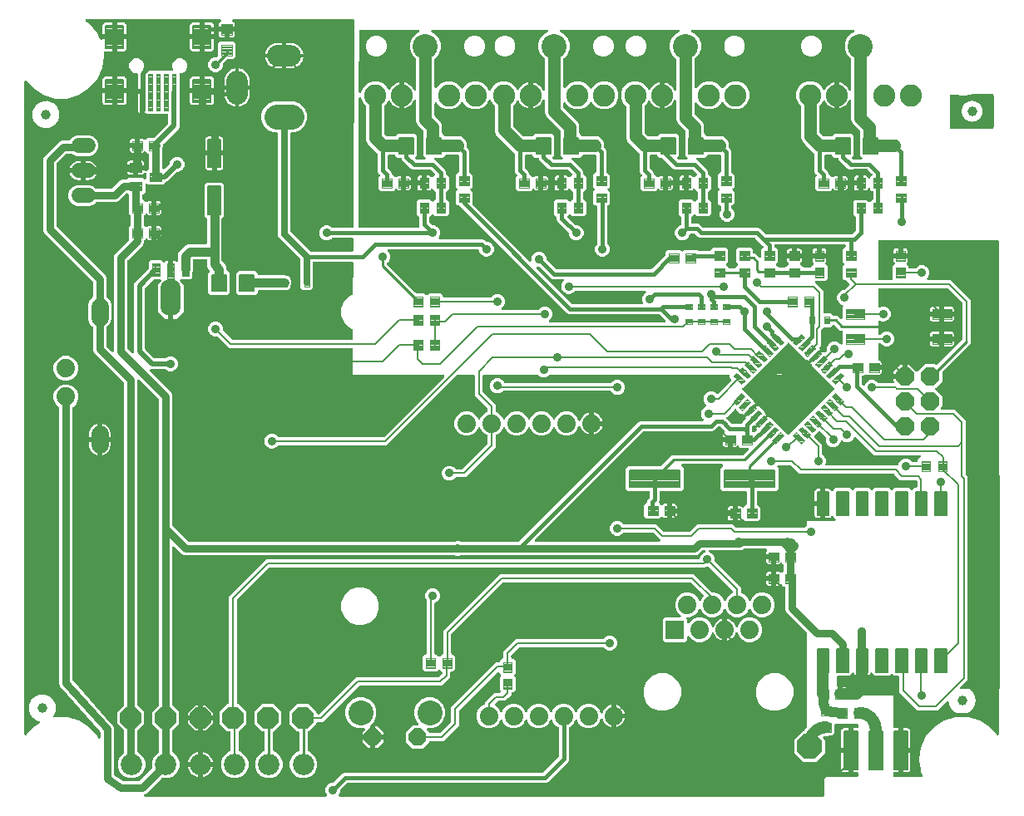
<source format=gbr>
G04 EAGLE Gerber RS-274X export*
G75*
%MOMM*%
%FSLAX34Y34*%
%LPD*%
%INTop Copper*%
%IPPOS*%
%AMOC8*
5,1,8,0,0,1.08239X$1,22.5*%
G01*
%ADD10C,2.540000*%
%ADD11C,2.250000*%
%ADD12C,0.100000*%
%ADD13P,1.319650X8X22.500000*%
%ADD14C,1.778000*%
%ADD15C,1.000000*%
%ADD16C,1.879600*%
%ADD17C,0.160000*%
%ADD18C,0.099059*%
%ADD19C,1.524000*%
%ADD20C,0.100800*%
%ADD21C,0.140000*%
%ADD22P,1.924489X8X22.500000*%
%ADD23C,0.120000*%
%ADD24C,0.200000*%
%ADD25C,0.104000*%
%ADD26C,1.500000*%
%ADD27C,2.184400*%
%ADD28C,2.540000*%
%ADD29C,0.193038*%
%ADD30C,0.100581*%
%ADD31P,2.749271X8X22.500000*%
%ADD32C,0.152400*%
%ADD33C,0.127000*%
%ADD34P,2.034460X8X112.500000*%
%ADD35R,1.879600X1.879600*%
%ADD36C,2.184400*%
%ADD37P,2.336880X8X22.500000*%
%ADD38C,0.110000*%
%ADD39C,0.102000*%
%ADD40C,0.406400*%
%ADD41C,0.508000*%
%ADD42C,0.762000*%
%ADD43C,0.906400*%
%ADD44C,0.203200*%
%ADD45C,1.143000*%
%ADD46C,0.254000*%
%ADD47C,0.812800*%
%ADD48C,1.270000*%
%ADD49C,0.635000*%
%ADD50C,0.889000*%
%ADD51C,1.016000*%

G36*
X120565Y19571D02*
X120565Y19571D01*
X120664Y19574D01*
X120723Y19591D01*
X120783Y19599D01*
X120875Y19635D01*
X120970Y19663D01*
X121022Y19693D01*
X121078Y19716D01*
X121159Y19774D01*
X121244Y19824D01*
X121319Y19890D01*
X121336Y19902D01*
X121344Y19912D01*
X121365Y19930D01*
X133367Y31932D01*
X133385Y31956D01*
X133407Y31975D01*
X133482Y32081D01*
X133562Y32184D01*
X133573Y32211D01*
X133590Y32235D01*
X133636Y32356D01*
X133688Y32475D01*
X133693Y32505D01*
X133703Y32532D01*
X133717Y32661D01*
X133738Y32790D01*
X133735Y32819D01*
X133738Y32848D01*
X133720Y32977D01*
X133708Y33106D01*
X133698Y33134D01*
X133694Y33163D01*
X133642Y33316D01*
X133529Y33587D01*
X133529Y39145D01*
X135656Y44280D01*
X139586Y48210D01*
X139858Y48322D01*
X139883Y48337D01*
X139911Y48346D01*
X140021Y48416D01*
X140134Y48480D01*
X140155Y48500D01*
X140180Y48516D01*
X140269Y48611D01*
X140362Y48701D01*
X140378Y48726D01*
X140398Y48748D01*
X140461Y48862D01*
X140529Y48972D01*
X140537Y49000D01*
X140552Y49026D01*
X140584Y49152D01*
X140622Y49276D01*
X140624Y49306D01*
X140631Y49334D01*
X140641Y49495D01*
X140641Y70395D01*
X140629Y70493D01*
X140626Y70592D01*
X140609Y70650D01*
X140601Y70711D01*
X140565Y70803D01*
X140537Y70898D01*
X140507Y70950D01*
X140484Y71006D01*
X140426Y71086D01*
X140376Y71172D01*
X140310Y71247D01*
X140298Y71264D01*
X140288Y71271D01*
X140270Y71293D01*
X133476Y78086D01*
X133476Y89554D01*
X140090Y96167D01*
X140150Y96246D01*
X140218Y96318D01*
X140247Y96371D01*
X140284Y96419D01*
X140324Y96510D01*
X140372Y96596D01*
X140387Y96655D01*
X140411Y96711D01*
X140426Y96809D01*
X140451Y96904D01*
X140457Y97004D01*
X140461Y97025D01*
X140459Y97037D01*
X140461Y97065D01*
X140461Y408113D01*
X140449Y408211D01*
X140446Y408310D01*
X140429Y408369D01*
X140421Y408429D01*
X140385Y408521D01*
X140357Y408616D01*
X140327Y408668D01*
X140304Y408724D01*
X140246Y408805D01*
X140196Y408890D01*
X140130Y408965D01*
X140118Y408982D01*
X140108Y408990D01*
X140090Y409011D01*
X120785Y428315D01*
X120676Y428400D01*
X120569Y428489D01*
X120550Y428497D01*
X120534Y428510D01*
X120406Y428565D01*
X120281Y428624D01*
X120261Y428628D01*
X120242Y428636D01*
X120104Y428658D01*
X119968Y428684D01*
X119948Y428683D01*
X119928Y428686D01*
X119789Y428673D01*
X119651Y428664D01*
X119632Y428658D01*
X119612Y428656D01*
X119480Y428609D01*
X119349Y428566D01*
X119331Y428555D01*
X119312Y428549D01*
X119197Y428470D01*
X119080Y428396D01*
X119066Y428381D01*
X119049Y428370D01*
X118957Y428266D01*
X118862Y428164D01*
X118852Y428147D01*
X118839Y428132D01*
X118775Y428008D01*
X118708Y427886D01*
X118703Y427866D01*
X118694Y427848D01*
X118664Y427712D01*
X118629Y427578D01*
X118627Y427550D01*
X118624Y427538D01*
X118625Y427518D01*
X118619Y427417D01*
X118619Y97065D01*
X118631Y96967D01*
X118634Y96868D01*
X118651Y96810D01*
X118659Y96749D01*
X118695Y96657D01*
X118723Y96562D01*
X118753Y96510D01*
X118776Y96454D01*
X118834Y96374D01*
X118884Y96288D01*
X118950Y96213D01*
X118962Y96196D01*
X118972Y96189D01*
X118990Y96167D01*
X125604Y89554D01*
X125604Y78086D01*
X118990Y71473D01*
X118930Y71394D01*
X118862Y71322D01*
X118833Y71269D01*
X118796Y71221D01*
X118756Y71130D01*
X118708Y71044D01*
X118693Y70985D01*
X118669Y70929D01*
X118654Y70831D01*
X118629Y70736D01*
X118623Y70636D01*
X118619Y70615D01*
X118621Y70603D01*
X118619Y70575D01*
X118619Y49801D01*
X118622Y49772D01*
X118620Y49743D01*
X118642Y49615D01*
X118659Y49486D01*
X118669Y49458D01*
X118674Y49429D01*
X118728Y49311D01*
X118776Y49190D01*
X118793Y49166D01*
X118805Y49139D01*
X118886Y49038D01*
X118962Y48933D01*
X118985Y48914D01*
X119004Y48891D01*
X119107Y48813D01*
X119207Y48730D01*
X119234Y48717D01*
X119258Y48700D01*
X119402Y48629D01*
X120414Y48210D01*
X124344Y44280D01*
X126471Y39145D01*
X126471Y33587D01*
X124344Y28452D01*
X120414Y24522D01*
X115279Y22395D01*
X109721Y22395D01*
X104586Y24522D01*
X100656Y28452D01*
X98529Y33587D01*
X98529Y39145D01*
X100656Y44280D01*
X104530Y48153D01*
X104590Y48231D01*
X104658Y48303D01*
X104687Y48356D01*
X104724Y48404D01*
X104764Y48495D01*
X104812Y48582D01*
X104827Y48641D01*
X104851Y48696D01*
X104866Y48794D01*
X104891Y48890D01*
X104897Y48990D01*
X104901Y49010D01*
X104899Y49023D01*
X104901Y49051D01*
X104901Y70575D01*
X104889Y70673D01*
X104886Y70772D01*
X104869Y70830D01*
X104861Y70891D01*
X104825Y70983D01*
X104797Y71078D01*
X104767Y71130D01*
X104744Y71186D01*
X104686Y71266D01*
X104636Y71352D01*
X104570Y71427D01*
X104558Y71444D01*
X104548Y71451D01*
X104530Y71473D01*
X97916Y78086D01*
X97916Y89554D01*
X104530Y96167D01*
X104590Y96246D01*
X104658Y96318D01*
X104687Y96371D01*
X104724Y96419D01*
X104764Y96510D01*
X104812Y96596D01*
X104827Y96655D01*
X104851Y96711D01*
X104866Y96809D01*
X104891Y96904D01*
X104897Y97004D01*
X104901Y97025D01*
X104899Y97037D01*
X104901Y97065D01*
X104901Y424623D01*
X104889Y424721D01*
X104886Y424820D01*
X104869Y424879D01*
X104861Y424939D01*
X104825Y425031D01*
X104797Y425126D01*
X104767Y425178D01*
X104744Y425234D01*
X104686Y425315D01*
X104636Y425400D01*
X104570Y425475D01*
X104558Y425492D01*
X104548Y425500D01*
X104530Y425521D01*
X74285Y455765D01*
X73241Y458286D01*
X73241Y481581D01*
X73229Y481679D01*
X73226Y481778D01*
X73209Y481836D01*
X73201Y481897D01*
X73165Y481989D01*
X73137Y482084D01*
X73107Y482136D01*
X73084Y482192D01*
X73026Y482272D01*
X72976Y482358D01*
X72910Y482433D01*
X72898Y482450D01*
X72888Y482457D01*
X72870Y482479D01*
X69979Y485369D01*
X68161Y489757D01*
X68161Y505175D01*
X69979Y509563D01*
X72870Y512453D01*
X72930Y512532D01*
X72998Y512604D01*
X73027Y512657D01*
X73064Y512705D01*
X73104Y512796D01*
X73152Y512882D01*
X73167Y512941D01*
X73191Y512997D01*
X73206Y513095D01*
X73231Y513190D01*
X73237Y513290D01*
X73241Y513311D01*
X73239Y513323D01*
X73241Y513351D01*
X73241Y527403D01*
X73229Y527501D01*
X73226Y527600D01*
X73209Y527659D01*
X73201Y527719D01*
X73165Y527811D01*
X73137Y527906D01*
X73107Y527958D01*
X73084Y528014D01*
X73026Y528094D01*
X72976Y528180D01*
X72910Y528255D01*
X72898Y528272D01*
X72888Y528280D01*
X72870Y528301D01*
X23395Y577775D01*
X22351Y580296D01*
X22351Y652874D01*
X23395Y655395D01*
X39295Y671295D01*
X41816Y672339D01*
X48887Y672339D01*
X48985Y672351D01*
X49084Y672354D01*
X49143Y672371D01*
X49203Y672379D01*
X49295Y672415D01*
X49390Y672443D01*
X49442Y672473D01*
X49498Y672496D01*
X49579Y672554D01*
X49664Y672604D01*
X49739Y672670D01*
X49756Y672682D01*
X49764Y672692D01*
X49785Y672710D01*
X52885Y675811D01*
X56806Y677435D01*
X70194Y677435D01*
X74115Y675811D01*
X77117Y672809D01*
X78741Y668888D01*
X78741Y664644D01*
X77117Y660723D01*
X74115Y657721D01*
X70194Y656097D01*
X56806Y656097D01*
X52885Y657721D01*
X52357Y658249D01*
X52279Y658310D01*
X52206Y658378D01*
X52153Y658407D01*
X52105Y658444D01*
X52014Y658484D01*
X51928Y658532D01*
X51869Y658547D01*
X51814Y658571D01*
X51716Y658586D01*
X51620Y658611D01*
X51520Y658617D01*
X51499Y658621D01*
X51487Y658619D01*
X51459Y658621D01*
X46547Y658621D01*
X46449Y658609D01*
X46350Y658606D01*
X46291Y658589D01*
X46231Y658581D01*
X46139Y658545D01*
X46044Y658517D01*
X45992Y658487D01*
X45936Y658464D01*
X45855Y658406D01*
X45770Y658356D01*
X45695Y658290D01*
X45678Y658278D01*
X45670Y658268D01*
X45649Y658250D01*
X36440Y649041D01*
X36380Y648962D01*
X36312Y648890D01*
X36283Y648837D01*
X36246Y648789D01*
X36206Y648698D01*
X36158Y648612D01*
X36143Y648553D01*
X36119Y648498D01*
X36104Y648400D01*
X36079Y648304D01*
X36073Y648204D01*
X36069Y648184D01*
X36071Y648171D01*
X36069Y648143D01*
X36069Y585027D01*
X36081Y584929D01*
X36084Y584830D01*
X36101Y584771D01*
X36109Y584711D01*
X36145Y584619D01*
X36173Y584524D01*
X36203Y584472D01*
X36226Y584416D01*
X36284Y584335D01*
X36334Y584250D01*
X36400Y584175D01*
X36412Y584158D01*
X36422Y584150D01*
X36440Y584129D01*
X85915Y534655D01*
X86959Y532134D01*
X86959Y513351D01*
X86971Y513253D01*
X86974Y513154D01*
X86991Y513096D01*
X86999Y513035D01*
X87035Y512943D01*
X87063Y512848D01*
X87093Y512796D01*
X87116Y512740D01*
X87174Y512660D01*
X87224Y512574D01*
X87290Y512499D01*
X87302Y512482D01*
X87312Y512475D01*
X87330Y512453D01*
X90221Y509563D01*
X92039Y505175D01*
X92039Y489757D01*
X90221Y485369D01*
X87330Y482479D01*
X87270Y482400D01*
X87202Y482328D01*
X87173Y482275D01*
X87136Y482227D01*
X87096Y482136D01*
X87048Y482050D01*
X87033Y481991D01*
X87009Y481935D01*
X86994Y481837D01*
X86969Y481742D01*
X86963Y481642D01*
X86959Y481621D01*
X86961Y481609D01*
X86959Y481581D01*
X86959Y463017D01*
X86971Y462919D01*
X86974Y462820D01*
X86980Y462799D01*
X86981Y462782D01*
X86993Y462745D01*
X86999Y462701D01*
X87035Y462609D01*
X87063Y462514D01*
X87074Y462494D01*
X87079Y462480D01*
X87098Y462449D01*
X87116Y462406D01*
X87174Y462325D01*
X87224Y462240D01*
X87248Y462213D01*
X87249Y462211D01*
X87252Y462208D01*
X87290Y462165D01*
X87302Y462148D01*
X87312Y462140D01*
X87330Y462119D01*
X92575Y456875D01*
X92684Y456790D01*
X92791Y456701D01*
X92810Y456693D01*
X92826Y456680D01*
X92954Y456625D01*
X93079Y456566D01*
X93099Y456562D01*
X93118Y456554D01*
X93256Y456532D01*
X93392Y456506D01*
X93412Y456507D01*
X93432Y456504D01*
X93571Y456517D01*
X93709Y456526D01*
X93728Y456532D01*
X93748Y456534D01*
X93880Y456581D01*
X94011Y456624D01*
X94029Y456635D01*
X94048Y456641D01*
X94163Y456720D01*
X94280Y456794D01*
X94294Y456809D01*
X94311Y456820D01*
X94403Y456924D01*
X94498Y457026D01*
X94508Y457043D01*
X94521Y457058D01*
X94585Y457183D01*
X94652Y457304D01*
X94657Y457324D01*
X94666Y457342D01*
X94696Y457478D01*
X94731Y457612D01*
X94733Y457640D01*
X94736Y457652D01*
X94735Y457672D01*
X94741Y457773D01*
X94741Y553814D01*
X95785Y556335D01*
X97893Y558443D01*
X109751Y570301D01*
X109824Y570395D01*
X109903Y570484D01*
X109921Y570520D01*
X109946Y570552D01*
X109994Y570662D01*
X110048Y570768D01*
X110057Y570807D01*
X110073Y570844D01*
X110091Y570962D01*
X110117Y571078D01*
X110116Y571118D01*
X110122Y571158D01*
X110111Y571277D01*
X110108Y571396D01*
X110096Y571435D01*
X110093Y571475D01*
X110052Y571587D01*
X110019Y571701D01*
X109999Y571736D01*
X109985Y571774D01*
X109951Y571824D01*
X109951Y583836D01*
X111270Y585154D01*
X111330Y585232D01*
X111398Y585305D01*
X111427Y585358D01*
X111464Y585405D01*
X111504Y585496D01*
X111552Y585583D01*
X111567Y585642D01*
X111591Y585697D01*
X111606Y585795D01*
X111631Y585891D01*
X111637Y585991D01*
X111641Y586011D01*
X111639Y586024D01*
X111641Y586052D01*
X111641Y595080D01*
X111629Y595179D01*
X111626Y595278D01*
X111609Y595336D01*
X111601Y595396D01*
X111565Y595488D01*
X111537Y595583D01*
X111507Y595635D01*
X111484Y595692D01*
X111426Y595772D01*
X111376Y595857D01*
X111310Y595932D01*
X111298Y595949D01*
X111288Y595957D01*
X111270Y595978D01*
X109951Y597296D01*
X109951Y609554D01*
X109971Y609631D01*
X109977Y609730D01*
X109981Y609751D01*
X109979Y609763D01*
X109981Y609792D01*
X109981Y616357D01*
X109969Y616455D01*
X109966Y616554D01*
X109949Y616612D01*
X109941Y616672D01*
X109905Y616764D01*
X109877Y616859D01*
X109847Y616911D01*
X109824Y616968D01*
X109766Y617048D01*
X109716Y617133D01*
X109650Y617209D01*
X109638Y617225D01*
X109628Y617233D01*
X109610Y617254D01*
X108829Y618034D01*
X108735Y618107D01*
X108646Y618186D01*
X108610Y618205D01*
X108578Y618229D01*
X108468Y618277D01*
X108363Y618331D01*
X108323Y618340D01*
X108286Y618356D01*
X108168Y618374D01*
X108052Y618400D01*
X108012Y618399D01*
X107972Y618406D01*
X107853Y618394D01*
X107734Y618391D01*
X107696Y618380D01*
X107655Y618376D01*
X107543Y618335D01*
X107429Y618302D01*
X107394Y618282D01*
X107356Y618268D01*
X107257Y618201D01*
X107155Y618141D01*
X107110Y618101D01*
X107093Y618090D01*
X107079Y618074D01*
X107034Y618034D01*
X99151Y610151D01*
X96630Y609107D01*
X76827Y609107D01*
X76729Y609095D01*
X76630Y609092D01*
X76571Y609075D01*
X76511Y609067D01*
X76419Y609031D01*
X76324Y609003D01*
X76272Y608973D01*
X76216Y608950D01*
X76135Y608892D01*
X76050Y608842D01*
X75975Y608776D01*
X75958Y608764D01*
X75950Y608754D01*
X75929Y608736D01*
X74115Y606921D01*
X70194Y605297D01*
X56806Y605297D01*
X52885Y606921D01*
X49883Y609923D01*
X48259Y613844D01*
X48259Y618088D01*
X49883Y622009D01*
X52885Y625011D01*
X56806Y626635D01*
X70194Y626635D01*
X74115Y625011D01*
X75929Y623196D01*
X76008Y623136D01*
X76080Y623068D01*
X76133Y623039D01*
X76181Y623002D01*
X76272Y622962D01*
X76358Y622914D01*
X76417Y622899D01*
X76472Y622875D01*
X76570Y622860D01*
X76666Y622835D01*
X76766Y622829D01*
X76787Y622825D01*
X76799Y622827D01*
X76827Y622825D01*
X91899Y622825D01*
X91997Y622837D01*
X92096Y622840D01*
X92155Y622857D01*
X92215Y622865D01*
X92307Y622901D01*
X92402Y622929D01*
X92454Y622959D01*
X92510Y622982D01*
X92591Y623040D01*
X92676Y623090D01*
X92751Y623156D01*
X92768Y623168D01*
X92776Y623178D01*
X92797Y623196D01*
X101017Y631417D01*
X103538Y632461D01*
X107595Y632461D01*
X107693Y632473D01*
X107792Y632476D01*
X107850Y632493D01*
X107910Y632501D01*
X108002Y632537D01*
X108097Y632565D01*
X108149Y632595D01*
X108206Y632618D01*
X108286Y632676D01*
X108371Y632726D01*
X108447Y632792D01*
X108463Y632804D01*
X108471Y632814D01*
X108492Y632832D01*
X109263Y633604D01*
X124417Y633604D01*
X125341Y632680D01*
X125450Y632595D01*
X125557Y632506D01*
X125576Y632497D01*
X125592Y632485D01*
X125719Y632430D01*
X125845Y632370D01*
X125865Y632367D01*
X125884Y632359D01*
X126022Y632337D01*
X126158Y632311D01*
X126178Y632312D01*
X126198Y632309D01*
X126337Y632322D01*
X126475Y632330D01*
X126494Y632337D01*
X126514Y632339D01*
X126646Y632386D01*
X126777Y632428D01*
X126795Y632439D01*
X126814Y632446D01*
X126929Y632524D01*
X127046Y632599D01*
X127060Y632613D01*
X127077Y632625D01*
X127169Y632729D01*
X127264Y632830D01*
X127274Y632848D01*
X127287Y632863D01*
X127351Y632987D01*
X127418Y633109D01*
X127423Y633128D01*
X127432Y633146D01*
X127462Y633282D01*
X127497Y633417D01*
X127499Y633445D01*
X127502Y633457D01*
X127501Y633477D01*
X127507Y633577D01*
X127507Y638043D01*
X127489Y638188D01*
X127474Y638333D01*
X127469Y638345D01*
X127467Y638359D01*
X127414Y638494D01*
X127363Y638631D01*
X127355Y638642D01*
X127350Y638654D01*
X127265Y638772D01*
X127182Y638892D01*
X127172Y638901D01*
X127164Y638912D01*
X127051Y639005D01*
X126941Y639100D01*
X126929Y639106D01*
X126919Y639114D01*
X126787Y639176D01*
X126656Y639241D01*
X126643Y639244D01*
X126631Y639250D01*
X126489Y639277D01*
X126345Y639308D01*
X126332Y639307D01*
X126319Y639310D01*
X126173Y639301D01*
X126027Y639295D01*
X126015Y639291D01*
X126001Y639290D01*
X125863Y639245D01*
X125723Y639203D01*
X125711Y639196D01*
X125699Y639192D01*
X125575Y639114D01*
X125451Y639039D01*
X125441Y639029D01*
X125430Y639022D01*
X125330Y638915D01*
X125228Y638812D01*
X125218Y638796D01*
X125212Y638790D01*
X125204Y638775D01*
X125139Y638678D01*
X124972Y638388D01*
X124501Y637917D01*
X123924Y637585D01*
X123282Y637412D01*
X119316Y637412D01*
X119316Y641922D01*
X125481Y641922D01*
X125494Y641822D01*
X125495Y641814D01*
X125499Y641746D01*
X125502Y641737D01*
X125507Y641683D01*
X125514Y641664D01*
X125517Y641644D01*
X125568Y641515D01*
X125615Y641384D01*
X125626Y641367D01*
X125634Y641348D01*
X125715Y641236D01*
X125793Y641121D01*
X125809Y641107D01*
X125820Y641091D01*
X125928Y641002D01*
X126032Y640910D01*
X126050Y640901D01*
X126065Y640888D01*
X126191Y640829D01*
X126315Y640766D01*
X126335Y640761D01*
X126353Y640752D01*
X126489Y640726D01*
X126625Y640696D01*
X126646Y640697D01*
X126665Y640693D01*
X126804Y640701D01*
X126943Y640706D01*
X126963Y640711D01*
X126983Y640712D01*
X127115Y640755D01*
X127249Y640794D01*
X127266Y640804D01*
X127285Y640810D01*
X127380Y640871D01*
X127381Y640871D01*
X127383Y640872D01*
X127403Y640885D01*
X127523Y640956D01*
X127544Y640974D01*
X127554Y640981D01*
X127568Y640996D01*
X127643Y641062D01*
X129930Y643348D01*
X129990Y643426D01*
X130058Y643498D01*
X130087Y643551D01*
X130124Y643599D01*
X130164Y643690D01*
X130212Y643777D01*
X130227Y643835D01*
X130251Y643891D01*
X130266Y643989D01*
X130291Y644085D01*
X130297Y644185D01*
X130301Y644205D01*
X130299Y644217D01*
X130301Y644245D01*
X130301Y657448D01*
X130286Y657566D01*
X130279Y657685D01*
X130266Y657723D01*
X130261Y657764D01*
X130218Y657874D01*
X130181Y657987D01*
X130159Y658022D01*
X130144Y658059D01*
X130075Y658155D01*
X130011Y658256D01*
X129981Y658284D01*
X129958Y658317D01*
X129866Y658393D01*
X129779Y658474D01*
X129744Y658494D01*
X129713Y658519D01*
X129605Y658570D01*
X129501Y658628D01*
X129461Y658638D01*
X129425Y658655D01*
X129308Y658677D01*
X129193Y658707D01*
X129133Y658711D01*
X129113Y658715D01*
X129092Y658713D01*
X129032Y658717D01*
X129030Y658717D01*
X127179Y660568D01*
X127085Y660641D01*
X126996Y660720D01*
X126960Y660738D01*
X126928Y660763D01*
X126819Y660811D01*
X126712Y660865D01*
X126673Y660873D01*
X126636Y660890D01*
X126518Y660908D01*
X126402Y660934D01*
X126362Y660933D01*
X126322Y660939D01*
X126203Y660928D01*
X126084Y660925D01*
X126046Y660913D01*
X126005Y660910D01*
X125893Y660869D01*
X125779Y660836D01*
X125744Y660816D01*
X125706Y660802D01*
X125607Y660735D01*
X125505Y660675D01*
X125460Y660635D01*
X125443Y660623D01*
X125429Y660608D01*
X125384Y660568D01*
X125055Y660239D01*
X124478Y659906D01*
X123833Y659733D01*
X120999Y659733D01*
X120999Y665536D01*
X120984Y665654D01*
X120977Y665773D01*
X120964Y665811D01*
X120959Y665851D01*
X120916Y665962D01*
X120879Y666075D01*
X120857Y666109D01*
X120842Y666147D01*
X120773Y666243D01*
X120709Y666344D01*
X120679Y666372D01*
X120656Y666404D01*
X120564Y666480D01*
X120477Y666562D01*
X120442Y666581D01*
X120411Y666607D01*
X120303Y666658D01*
X120199Y666715D01*
X120159Y666725D01*
X120123Y666743D01*
X120016Y666763D01*
X120046Y666767D01*
X120156Y666811D01*
X120269Y666847D01*
X120304Y666869D01*
X120341Y666884D01*
X120437Y666954D01*
X120538Y667017D01*
X120566Y667047D01*
X120599Y667071D01*
X120675Y667162D01*
X120756Y667249D01*
X120776Y667284D01*
X120801Y667316D01*
X120852Y667423D01*
X120910Y667528D01*
X120920Y667567D01*
X120937Y667603D01*
X120959Y667720D01*
X120989Y667836D01*
X120993Y667896D01*
X120997Y667916D01*
X120995Y667936D01*
X120999Y667996D01*
X120999Y673799D01*
X123833Y673799D01*
X124478Y673626D01*
X125055Y673293D01*
X125384Y672964D01*
X125478Y672891D01*
X125567Y672812D01*
X125603Y672794D01*
X125635Y672769D01*
X125745Y672721D01*
X125851Y672667D01*
X125890Y672659D01*
X125927Y672642D01*
X126045Y672624D01*
X126161Y672598D01*
X126201Y672599D01*
X126241Y672593D01*
X126360Y672604D01*
X126479Y672607D01*
X126518Y672619D01*
X126558Y672622D01*
X126670Y672663D01*
X126784Y672696D01*
X126819Y672716D01*
X126857Y672730D01*
X126956Y672797D01*
X127058Y672857D01*
X127103Y672897D01*
X127120Y672909D01*
X127134Y672924D01*
X127179Y672964D01*
X129030Y674815D01*
X135119Y674815D01*
X135218Y674827D01*
X135317Y674830D01*
X135375Y674847D01*
X135435Y674855D01*
X135527Y674891D01*
X135622Y674919D01*
X135674Y674949D01*
X135731Y674972D01*
X135811Y675030D01*
X135896Y675080D01*
X135971Y675146D01*
X135988Y675158D01*
X135996Y675168D01*
X136017Y675186D01*
X149740Y688909D01*
X149800Y688987D01*
X149868Y689060D01*
X149897Y689113D01*
X149934Y689160D01*
X149974Y689251D01*
X150022Y689338D01*
X150037Y689397D01*
X150061Y689452D01*
X150076Y689550D01*
X150101Y689646D01*
X150107Y689746D01*
X150111Y689766D01*
X150109Y689779D01*
X150111Y689807D01*
X150111Y697782D01*
X150096Y697900D01*
X150089Y698019D01*
X150076Y698057D01*
X150071Y698098D01*
X150028Y698208D01*
X149991Y698321D01*
X149969Y698356D01*
X149954Y698393D01*
X149885Y698489D01*
X149821Y698590D01*
X149791Y698618D01*
X149768Y698651D01*
X149676Y698727D01*
X149589Y698808D01*
X149554Y698828D01*
X149523Y698853D01*
X149415Y698904D01*
X149311Y698962D01*
X149271Y698972D01*
X149235Y698989D01*
X149118Y699011D01*
X149003Y699041D01*
X148943Y699045D01*
X148923Y699049D01*
X148902Y699047D01*
X148842Y699051D01*
X143764Y699051D01*
X143740Y699055D01*
X143699Y699051D01*
X143696Y699051D01*
X135767Y699051D01*
X135745Y699055D01*
X135706Y699051D01*
X135704Y699051D01*
X135701Y699051D01*
X135696Y699051D01*
X128230Y699051D01*
X127483Y699799D01*
X127399Y699863D01*
X127321Y699935D01*
X127274Y699961D01*
X127231Y699994D01*
X127135Y700035D01*
X127041Y700086D01*
X126989Y700098D01*
X126940Y700120D01*
X126835Y700136D01*
X126733Y700162D01*
X126679Y700161D01*
X126626Y700170D01*
X126520Y700160D01*
X126415Y700159D01*
X126331Y700142D01*
X126309Y700140D01*
X126294Y700135D01*
X126257Y700127D01*
X126033Y700067D01*
X124969Y700067D01*
X124969Y721100D01*
X124969Y741630D01*
X124968Y741640D01*
X124969Y741650D01*
X124948Y741797D01*
X124930Y741945D01*
X124926Y741955D01*
X124924Y741965D01*
X124867Y742103D01*
X124817Y742230D01*
X124830Y742222D01*
X124936Y742195D01*
X125040Y742159D01*
X125090Y742155D01*
X125138Y742143D01*
X125299Y742133D01*
X126033Y742133D01*
X126257Y742073D01*
X126362Y742059D01*
X126465Y742035D01*
X126518Y742037D01*
X126572Y742030D01*
X126677Y742042D01*
X126783Y742045D01*
X126834Y742060D01*
X126888Y742066D01*
X126986Y742104D01*
X127088Y742133D01*
X127134Y742161D01*
X127185Y742180D01*
X127271Y742241D01*
X127362Y742295D01*
X127426Y742351D01*
X127444Y742364D01*
X127454Y742376D01*
X127483Y742401D01*
X128230Y743149D01*
X135636Y743149D01*
X135660Y743145D01*
X135701Y743149D01*
X135704Y743149D01*
X143633Y743149D01*
X143655Y743145D01*
X143694Y743149D01*
X143696Y743149D01*
X143699Y743149D01*
X143704Y743149D01*
X151636Y743149D01*
X151660Y743145D01*
X151701Y743149D01*
X151704Y743149D01*
X153681Y743149D01*
X153730Y743155D01*
X153780Y743153D01*
X153887Y743175D01*
X153996Y743189D01*
X154042Y743207D01*
X154091Y743217D01*
X154190Y743265D01*
X154292Y743306D01*
X154332Y743335D01*
X154377Y743357D01*
X154460Y743428D01*
X154549Y743492D01*
X154581Y743531D01*
X154619Y743563D01*
X154682Y743653D01*
X154752Y743737D01*
X154773Y743782D01*
X154802Y743823D01*
X154841Y743926D01*
X154888Y744025D01*
X154897Y744074D01*
X154915Y744120D01*
X154927Y744230D01*
X154947Y744337D01*
X154944Y744387D01*
X154950Y744436D01*
X154934Y744545D01*
X154928Y744655D01*
X154912Y744702D01*
X154905Y744751D01*
X154853Y744904D01*
X154151Y746598D01*
X154151Y749602D01*
X155300Y752376D01*
X157424Y754500D01*
X160198Y755649D01*
X163202Y755649D01*
X165976Y754500D01*
X168100Y752376D01*
X169249Y749602D01*
X169249Y746598D01*
X168100Y743824D01*
X165976Y741700D01*
X163202Y740551D01*
X162518Y740551D01*
X162400Y740536D01*
X162281Y740529D01*
X162243Y740516D01*
X162202Y740511D01*
X162092Y740468D01*
X161979Y740431D01*
X161944Y740409D01*
X161907Y740394D01*
X161811Y740325D01*
X161710Y740261D01*
X161682Y740231D01*
X161649Y740208D01*
X161573Y740116D01*
X161492Y740029D01*
X161472Y739994D01*
X161447Y739963D01*
X161396Y739855D01*
X161338Y739751D01*
X161328Y739711D01*
X161311Y739675D01*
X161289Y739558D01*
X161259Y739443D01*
X161255Y739383D01*
X161251Y739363D01*
X161253Y739342D01*
X161249Y739282D01*
X161249Y722561D01*
X161250Y722552D01*
X161249Y722542D01*
X161270Y722393D01*
X161289Y722245D01*
X161289Y685854D01*
X160438Y683800D01*
X145168Y668531D01*
X145108Y668453D01*
X145040Y668380D01*
X145011Y668327D01*
X144974Y668280D01*
X144934Y668189D01*
X144886Y668102D01*
X144871Y668043D01*
X144847Y667988D01*
X144832Y667890D01*
X144807Y667794D01*
X144801Y667694D01*
X144797Y667674D01*
X144799Y667661D01*
X144797Y667633D01*
X144797Y665755D01*
X144145Y664183D01*
X144143Y664174D01*
X144138Y664166D01*
X144101Y664021D01*
X144061Y663876D01*
X144061Y663867D01*
X144059Y663858D01*
X144049Y663697D01*
X144049Y660478D01*
X144029Y660401D01*
X144023Y660301D01*
X144019Y660281D01*
X144021Y660268D01*
X144019Y660240D01*
X144019Y644245D01*
X144031Y644147D01*
X144034Y644048D01*
X144051Y643990D01*
X144059Y643930D01*
X144095Y643838D01*
X144122Y643743D01*
X144153Y643691D01*
X144176Y643634D01*
X144234Y643554D01*
X144284Y643469D01*
X144350Y643393D01*
X144362Y643377D01*
X144372Y643369D01*
X144390Y643348D01*
X144545Y643194D01*
X144639Y643121D01*
X144728Y643042D01*
X144764Y643023D01*
X144796Y642999D01*
X144906Y642951D01*
X145011Y642897D01*
X145051Y642888D01*
X145088Y642872D01*
X145206Y642854D01*
X145322Y642828D01*
X145362Y642829D01*
X145402Y642822D01*
X145520Y642834D01*
X145640Y642837D01*
X145679Y642848D01*
X145719Y642852D01*
X145831Y642892D01*
X145945Y642926D01*
X145980Y642946D01*
X146018Y642960D01*
X146117Y643027D01*
X146219Y643087D01*
X146264Y643127D01*
X146281Y643138D01*
X146294Y643154D01*
X146340Y643194D01*
X150798Y647651D01*
X150858Y647729D01*
X150926Y647802D01*
X150955Y647855D01*
X150992Y647902D01*
X151032Y647993D01*
X151080Y648080D01*
X151095Y648139D01*
X151119Y648194D01*
X151134Y648292D01*
X151159Y648388D01*
X151165Y648488D01*
X151169Y648508D01*
X151167Y648521D01*
X151169Y648549D01*
X151169Y649208D01*
X152323Y651994D01*
X154456Y654127D01*
X157242Y655281D01*
X160258Y655281D01*
X163044Y654127D01*
X165177Y651994D01*
X166331Y649208D01*
X166331Y646192D01*
X165177Y643406D01*
X163044Y641273D01*
X160258Y640119D01*
X159599Y640119D01*
X159500Y640107D01*
X159401Y640104D01*
X159343Y640087D01*
X159283Y640079D01*
X159191Y640043D01*
X159096Y640015D01*
X159044Y639985D01*
X158987Y639962D01*
X158907Y639904D01*
X158822Y639854D01*
X158747Y639788D01*
X158730Y639776D01*
X158722Y639766D01*
X158701Y639748D01*
X149216Y630262D01*
X147375Y629499D01*
X147366Y629495D01*
X147358Y629492D01*
X147228Y629416D01*
X147098Y629342D01*
X147092Y629335D01*
X147084Y629331D01*
X146963Y629224D01*
X144737Y626998D01*
X129583Y626998D01*
X128659Y627922D01*
X128550Y628007D01*
X128443Y628096D01*
X128424Y628105D01*
X128408Y628117D01*
X128281Y628172D01*
X128155Y628232D01*
X128135Y628235D01*
X128116Y628243D01*
X127978Y628265D01*
X127842Y628291D01*
X127822Y628290D01*
X127802Y628293D01*
X127663Y628280D01*
X127525Y628272D01*
X127506Y628265D01*
X127486Y628263D01*
X127354Y628216D01*
X127223Y628174D01*
X127205Y628163D01*
X127186Y628156D01*
X127071Y628078D01*
X126954Y628003D01*
X126940Y627989D01*
X126923Y627977D01*
X126831Y627873D01*
X126736Y627772D01*
X126726Y627754D01*
X126713Y627739D01*
X126649Y627615D01*
X126582Y627493D01*
X126577Y627474D01*
X126568Y627456D01*
X126538Y627320D01*
X126503Y627185D01*
X126501Y627157D01*
X126498Y627145D01*
X126499Y627125D01*
X126493Y627025D01*
X126493Y619676D01*
X124070Y617254D01*
X124010Y617176D01*
X123942Y617104D01*
X123913Y617051D01*
X123876Y617003D01*
X123836Y616912D01*
X123788Y616825D01*
X123773Y616767D01*
X123749Y616711D01*
X123734Y616613D01*
X123709Y616517D01*
X123703Y616417D01*
X123699Y616397D01*
X123701Y616385D01*
X123699Y616357D01*
X123699Y612584D01*
X123714Y612466D01*
X123721Y612347D01*
X123734Y612309D01*
X123739Y612268D01*
X123782Y612158D01*
X123819Y612045D01*
X123841Y612010D01*
X123856Y611973D01*
X123925Y611877D01*
X123989Y611776D01*
X124019Y611748D01*
X124042Y611715D01*
X124134Y611639D01*
X124221Y611558D01*
X124256Y611538D01*
X124287Y611513D01*
X124395Y611462D01*
X124499Y611404D01*
X124539Y611394D01*
X124575Y611377D01*
X124692Y611355D01*
X124807Y611325D01*
X124867Y611321D01*
X124887Y611317D01*
X124908Y611319D01*
X124968Y611315D01*
X124970Y611315D01*
X126821Y609464D01*
X126915Y609391D01*
X127004Y609312D01*
X127040Y609294D01*
X127072Y609269D01*
X127182Y609221D01*
X127287Y609167D01*
X127327Y609159D01*
X127364Y609142D01*
X127482Y609124D01*
X127598Y609098D01*
X127638Y609099D01*
X127678Y609093D01*
X127797Y609104D01*
X127916Y609107D01*
X127954Y609119D01*
X127995Y609122D01*
X128107Y609163D01*
X128221Y609196D01*
X128256Y609216D01*
X128294Y609230D01*
X128392Y609297D01*
X128495Y609357D01*
X128540Y609397D01*
X128557Y609409D01*
X128571Y609424D01*
X128616Y609464D01*
X128945Y609793D01*
X129522Y610126D01*
X130167Y610299D01*
X133001Y610299D01*
X133001Y604496D01*
X133016Y604378D01*
X133023Y604259D01*
X133035Y604221D01*
X133041Y604181D01*
X133084Y604070D01*
X133121Y603957D01*
X133143Y603923D01*
X133158Y603885D01*
X133227Y603789D01*
X133291Y603688D01*
X133321Y603660D01*
X133344Y603628D01*
X133436Y603552D01*
X133523Y603470D01*
X133558Y603451D01*
X133589Y603425D01*
X133697Y603374D01*
X133801Y603317D01*
X133841Y603307D01*
X133877Y603289D01*
X133984Y603269D01*
X133954Y603265D01*
X133844Y603221D01*
X133731Y603185D01*
X133696Y603163D01*
X133659Y603148D01*
X133562Y603078D01*
X133462Y603015D01*
X133434Y602985D01*
X133401Y602961D01*
X133325Y602870D01*
X133244Y602783D01*
X133224Y602748D01*
X133199Y602716D01*
X133148Y602609D01*
X133090Y602504D01*
X133080Y602465D01*
X133063Y602429D01*
X133041Y602312D01*
X133011Y602196D01*
X133007Y602136D01*
X133003Y602116D01*
X133005Y602096D01*
X133001Y602036D01*
X133001Y596233D01*
X130167Y596233D01*
X129522Y596406D01*
X128945Y596739D01*
X128616Y597068D01*
X128522Y597141D01*
X128433Y597220D01*
X128397Y597238D01*
X128365Y597263D01*
X128255Y597311D01*
X128149Y597365D01*
X128110Y597373D01*
X128073Y597390D01*
X127955Y597408D01*
X127839Y597434D01*
X127799Y597433D01*
X127759Y597439D01*
X127640Y597428D01*
X127521Y597425D01*
X127482Y597413D01*
X127442Y597410D01*
X127330Y597369D01*
X127216Y597336D01*
X127181Y597316D01*
X127143Y597302D01*
X127044Y597235D01*
X126942Y597175D01*
X126896Y597135D01*
X126880Y597123D01*
X126866Y597108D01*
X126821Y597068D01*
X125730Y595978D01*
X125670Y595900D01*
X125602Y595827D01*
X125573Y595774D01*
X125536Y595727D01*
X125496Y595636D01*
X125448Y595549D01*
X125433Y595490D01*
X125409Y595435D01*
X125394Y595337D01*
X125369Y595241D01*
X125363Y595141D01*
X125359Y595121D01*
X125361Y595108D01*
X125359Y595080D01*
X125359Y586052D01*
X125371Y585953D01*
X125374Y585854D01*
X125391Y585796D01*
X125399Y585736D01*
X125435Y585644D01*
X125463Y585549D01*
X125493Y585497D01*
X125516Y585440D01*
X125574Y585360D01*
X125624Y585275D01*
X125690Y585200D01*
X125702Y585183D01*
X125712Y585175D01*
X125731Y585154D01*
X126821Y584064D01*
X126915Y583991D01*
X127004Y583912D01*
X127040Y583894D01*
X127072Y583869D01*
X127181Y583822D01*
X127288Y583767D01*
X127327Y583758D01*
X127364Y583742D01*
X127482Y583724D01*
X127598Y583698D01*
X127638Y583699D01*
X127678Y583693D01*
X127797Y583704D01*
X127916Y583707D01*
X127955Y583719D01*
X127995Y583722D01*
X128107Y583763D01*
X128221Y583796D01*
X128256Y583816D01*
X128294Y583830D01*
X128393Y583897D01*
X128495Y583957D01*
X128540Y583997D01*
X128557Y584009D01*
X128571Y584024D01*
X128616Y584064D01*
X128945Y584393D01*
X129522Y584726D01*
X130167Y584899D01*
X133001Y584899D01*
X133001Y579096D01*
X133016Y578978D01*
X133023Y578859D01*
X133035Y578821D01*
X133041Y578781D01*
X133084Y578670D01*
X133121Y578557D01*
X133143Y578523D01*
X133158Y578485D01*
X133227Y578389D01*
X133291Y578288D01*
X133321Y578260D01*
X133344Y578228D01*
X133436Y578152D01*
X133523Y578070D01*
X133558Y578051D01*
X133589Y578025D01*
X133697Y577974D01*
X133801Y577917D01*
X133841Y577907D01*
X133877Y577889D01*
X133984Y577869D01*
X133954Y577865D01*
X133844Y577821D01*
X133731Y577785D01*
X133696Y577763D01*
X133659Y577748D01*
X133562Y577678D01*
X133462Y577615D01*
X133434Y577585D01*
X133401Y577561D01*
X133325Y577470D01*
X133244Y577383D01*
X133224Y577348D01*
X133199Y577316D01*
X133148Y577209D01*
X133090Y577104D01*
X133080Y577065D01*
X133063Y577029D01*
X133041Y576912D01*
X133011Y576796D01*
X133007Y576736D01*
X133003Y576716D01*
X133005Y576696D01*
X133001Y576636D01*
X133001Y570833D01*
X130167Y570833D01*
X129522Y571006D01*
X128945Y571339D01*
X128616Y571668D01*
X128522Y571741D01*
X128433Y571820D01*
X128397Y571838D01*
X128365Y571863D01*
X128256Y571910D01*
X128149Y571965D01*
X128110Y571973D01*
X128073Y571990D01*
X127955Y572008D01*
X127839Y572034D01*
X127799Y572033D01*
X127759Y572039D01*
X127640Y572028D01*
X127521Y572025D01*
X127482Y572013D01*
X127442Y572010D01*
X127330Y571969D01*
X127216Y571936D01*
X127181Y571916D01*
X127143Y571902D01*
X127044Y571835D01*
X126942Y571775D01*
X126896Y571735D01*
X126880Y571723D01*
X126866Y571708D01*
X126821Y571668D01*
X125730Y570578D01*
X125670Y570500D01*
X125602Y570427D01*
X125573Y570374D01*
X125536Y570327D01*
X125496Y570236D01*
X125448Y570149D01*
X125433Y570090D01*
X125409Y570035D01*
X125394Y569937D01*
X125369Y569841D01*
X125363Y569741D01*
X125359Y569721D01*
X125361Y569708D01*
X125359Y569680D01*
X125359Y567986D01*
X124315Y565465D01*
X108830Y549981D01*
X108770Y549902D01*
X108702Y549830D01*
X108673Y549777D01*
X108636Y549729D01*
X108596Y549639D01*
X108548Y549552D01*
X108533Y549493D01*
X108509Y549438D01*
X108494Y549340D01*
X108469Y549244D01*
X108463Y549144D01*
X108459Y549124D01*
X108461Y549111D01*
X108459Y549083D01*
X108459Y460567D01*
X108471Y460469D01*
X108474Y460370D01*
X108491Y460311D01*
X108499Y460251D01*
X108535Y460159D01*
X108563Y460064D01*
X108593Y460012D01*
X108616Y459956D01*
X108674Y459875D01*
X108724Y459790D01*
X108790Y459715D01*
X108802Y459698D01*
X108812Y459690D01*
X108830Y459669D01*
X112895Y455605D01*
X113004Y455520D01*
X113111Y455431D01*
X113130Y455423D01*
X113146Y455410D01*
X113274Y455355D01*
X113399Y455296D01*
X113419Y455292D01*
X113438Y455284D01*
X113576Y455262D01*
X113712Y455236D01*
X113732Y455237D01*
X113752Y455234D01*
X113891Y455247D01*
X114029Y455256D01*
X114048Y455262D01*
X114068Y455264D01*
X114200Y455311D01*
X114331Y455354D01*
X114349Y455365D01*
X114368Y455371D01*
X114483Y455450D01*
X114600Y455524D01*
X114614Y455539D01*
X114631Y455550D01*
X114723Y455654D01*
X114818Y455756D01*
X114828Y455773D01*
X114841Y455788D01*
X114905Y455913D01*
X114972Y456034D01*
X114977Y456054D01*
X114986Y456072D01*
X115016Y456208D01*
X115051Y456342D01*
X115053Y456370D01*
X115056Y456382D01*
X115055Y456402D01*
X115061Y456503D01*
X115061Y524862D01*
X115912Y526916D01*
X129990Y540993D01*
X130050Y541071D01*
X130118Y541144D01*
X130147Y541197D01*
X130184Y541244D01*
X130224Y541335D01*
X130272Y541422D01*
X130287Y541481D01*
X130311Y541536D01*
X130326Y541634D01*
X130351Y541730D01*
X130357Y541830D01*
X130361Y541850D01*
X130359Y541863D01*
X130361Y541891D01*
X130361Y548468D01*
X132452Y550559D01*
X142368Y550559D01*
X144804Y548123D01*
X144904Y548045D01*
X144999Y547963D01*
X145029Y547948D01*
X145056Y547928D01*
X145171Y547878D01*
X145284Y547822D01*
X145317Y547815D01*
X145348Y547801D01*
X145472Y547782D01*
X145595Y547755D01*
X145628Y547757D01*
X145662Y547751D01*
X145787Y547763D01*
X145912Y547768D01*
X145945Y547778D01*
X145978Y547781D01*
X146097Y547824D01*
X146217Y547860D01*
X146246Y547877D01*
X146278Y547889D01*
X146382Y547959D01*
X146489Y548024D01*
X146513Y548049D01*
X146541Y548067D01*
X146624Y548162D01*
X146712Y548251D01*
X146739Y548292D01*
X146751Y548306D01*
X146761Y548325D01*
X146801Y548385D01*
X146877Y548517D01*
X147353Y548993D01*
X147935Y549329D01*
X148584Y549503D01*
X150401Y549503D01*
X150401Y538700D01*
X150416Y538582D01*
X150423Y538463D01*
X150435Y538425D01*
X150441Y538385D01*
X150484Y538274D01*
X150521Y538161D01*
X150543Y538127D01*
X150558Y538089D01*
X150627Y537993D01*
X150691Y537892D01*
X150721Y537864D01*
X150744Y537832D01*
X150836Y537756D01*
X150923Y537674D01*
X150958Y537655D01*
X150989Y537629D01*
X151097Y537578D01*
X151201Y537521D01*
X151241Y537511D01*
X151277Y537493D01*
X151394Y537471D01*
X151509Y537441D01*
X151569Y537437D01*
X151589Y537434D01*
X151610Y537435D01*
X151670Y537431D01*
X153130Y537431D01*
X153248Y537446D01*
X153367Y537453D01*
X153405Y537466D01*
X153446Y537471D01*
X153556Y537515D01*
X153669Y537551D01*
X153704Y537573D01*
X153741Y537588D01*
X153837Y537658D01*
X153938Y537721D01*
X153966Y537751D01*
X153999Y537775D01*
X154075Y537866D01*
X154156Y537953D01*
X154176Y537988D01*
X154201Y538020D01*
X154252Y538127D01*
X154310Y538232D01*
X154320Y538271D01*
X154337Y538307D01*
X154359Y538424D01*
X154389Y538540D01*
X154393Y538600D01*
X154397Y538620D01*
X154395Y538640D01*
X154399Y538700D01*
X154399Y549503D01*
X156216Y549503D01*
X156865Y549329D01*
X157447Y548993D01*
X157729Y548711D01*
X157839Y548625D01*
X157946Y548537D01*
X157965Y548528D01*
X157981Y548516D01*
X158108Y548460D01*
X158234Y548401D01*
X158254Y548397D01*
X158273Y548389D01*
X158410Y548367D01*
X158547Y548341D01*
X158567Y548343D01*
X158587Y548339D01*
X158726Y548353D01*
X158864Y548361D01*
X158883Y548367D01*
X158903Y548369D01*
X159035Y548416D01*
X159166Y548459D01*
X159183Y548470D01*
X159203Y548477D01*
X159318Y548555D01*
X159435Y548629D01*
X159449Y548644D01*
X159466Y548655D01*
X159558Y548760D01*
X159653Y548861D01*
X159663Y548879D01*
X159676Y548894D01*
X159740Y549018D01*
X159807Y549139D01*
X159812Y549159D01*
X159821Y549177D01*
X159851Y549313D01*
X159886Y549447D01*
X159888Y549475D01*
X159891Y549487D01*
X159890Y549508D01*
X159896Y549608D01*
X159896Y556231D01*
X161037Y558985D01*
X167205Y565153D01*
X169959Y566294D01*
X188087Y566294D01*
X188205Y566309D01*
X188324Y566316D01*
X188362Y566329D01*
X188403Y566334D01*
X188513Y566377D01*
X188626Y566414D01*
X188661Y566436D01*
X188698Y566451D01*
X188794Y566520D01*
X188895Y566584D01*
X188923Y566614D01*
X188956Y566637D01*
X189032Y566729D01*
X189113Y566816D01*
X189133Y566851D01*
X189158Y566882D01*
X189209Y566990D01*
X189267Y567094D01*
X189277Y567134D01*
X189294Y567170D01*
X189316Y567287D01*
X189346Y567402D01*
X189350Y567462D01*
X189354Y567482D01*
X189352Y567503D01*
X189356Y567563D01*
X189356Y592050D01*
X189344Y592149D01*
X189341Y592248D01*
X189324Y592306D01*
X189316Y592366D01*
X189280Y592458D01*
X189252Y592553D01*
X189222Y592605D01*
X189199Y592662D01*
X189141Y592742D01*
X189091Y592827D01*
X189025Y592903D01*
X189013Y592919D01*
X189003Y592927D01*
X188985Y592948D01*
X186785Y595147D01*
X186785Y626853D01*
X188981Y629049D01*
X204687Y629049D01*
X206883Y626853D01*
X206883Y595147D01*
X204715Y592980D01*
X204655Y592902D01*
X204587Y592830D01*
X204558Y592777D01*
X204521Y592729D01*
X204481Y592638D01*
X204433Y592551D01*
X204418Y592493D01*
X204394Y592437D01*
X204379Y592339D01*
X204354Y592243D01*
X204348Y592143D01*
X204344Y592123D01*
X204346Y592110D01*
X204344Y592082D01*
X204344Y549730D01*
X204356Y549632D01*
X204359Y549533D01*
X204376Y549474D01*
X204384Y549414D01*
X204420Y549322D01*
X204448Y549227D01*
X204478Y549175D01*
X204501Y549119D01*
X204559Y549038D01*
X204609Y548953D01*
X204675Y548878D01*
X204687Y548861D01*
X204697Y548853D01*
X204715Y548832D01*
X208033Y545515D01*
X209174Y542761D01*
X209174Y540399D01*
X209189Y540281D01*
X209196Y540162D01*
X209209Y540124D01*
X209214Y540083D01*
X209257Y539973D01*
X209294Y539860D01*
X209316Y539825D01*
X209331Y539788D01*
X209400Y539692D01*
X209464Y539591D01*
X209494Y539563D01*
X209517Y539530D01*
X209609Y539454D01*
X209696Y539373D01*
X209731Y539353D01*
X209762Y539328D01*
X209870Y539277D01*
X209974Y539219D01*
X210014Y539209D01*
X210050Y539192D01*
X210167Y539170D01*
X210282Y539140D01*
X210342Y539136D01*
X210362Y539132D01*
X210383Y539134D01*
X210443Y539130D01*
X210474Y539130D01*
X212729Y536875D01*
X212729Y517257D01*
X210474Y515002D01*
X192886Y515002D01*
X190631Y517257D01*
X190631Y536875D01*
X192157Y538401D01*
X192230Y538495D01*
X192308Y538584D01*
X192327Y538620D01*
X192352Y538652D01*
X192399Y538761D01*
X192453Y538867D01*
X192462Y538907D01*
X192478Y538944D01*
X192497Y539062D01*
X192523Y539177D01*
X192521Y539218D01*
X192528Y539258D01*
X192517Y539376D01*
X192513Y539495D01*
X192502Y539534D01*
X192498Y539574D01*
X192458Y539687D01*
X192425Y539801D01*
X192404Y539836D01*
X192390Y539874D01*
X192323Y539972D01*
X192263Y540075D01*
X192223Y540120D01*
X192212Y540137D01*
X192197Y540150D01*
X192157Y540196D01*
X190497Y541855D01*
X189356Y544609D01*
X189356Y550037D01*
X189341Y550155D01*
X189334Y550274D01*
X189321Y550312D01*
X189316Y550353D01*
X189273Y550463D01*
X189236Y550576D01*
X189214Y550611D01*
X189199Y550648D01*
X189130Y550744D01*
X189066Y550845D01*
X189036Y550873D01*
X189013Y550906D01*
X188921Y550982D01*
X188834Y551063D01*
X188799Y551083D01*
X188768Y551108D01*
X188660Y551159D01*
X188556Y551217D01*
X188516Y551227D01*
X188480Y551244D01*
X188363Y551266D01*
X188248Y551296D01*
X188188Y551300D01*
X188168Y551304D01*
X188147Y551302D01*
X188087Y551306D01*
X176153Y551306D01*
X176035Y551291D01*
X175916Y551284D01*
X175878Y551271D01*
X175837Y551266D01*
X175727Y551223D01*
X175614Y551186D01*
X175579Y551164D01*
X175542Y551149D01*
X175446Y551080D01*
X175345Y551016D01*
X175317Y550986D01*
X175284Y550963D01*
X175208Y550871D01*
X175127Y550784D01*
X175107Y550749D01*
X175082Y550718D01*
X175031Y550610D01*
X174973Y550506D01*
X174963Y550466D01*
X174946Y550430D01*
X174924Y550313D01*
X174894Y550198D01*
X174890Y550138D01*
X174886Y550118D01*
X174888Y550097D01*
X174884Y550037D01*
X174884Y539019D01*
X174535Y538178D01*
X174533Y538169D01*
X174528Y538161D01*
X174491Y538017D01*
X174451Y537872D01*
X174451Y537862D01*
X174449Y537853D01*
X174439Y537693D01*
X174439Y532552D01*
X172348Y530461D01*
X163241Y530461D01*
X163103Y530444D01*
X162964Y530431D01*
X162945Y530424D01*
X162925Y530421D01*
X162796Y530370D01*
X162665Y530323D01*
X162648Y530312D01*
X162629Y530304D01*
X162517Y530223D01*
X162402Y530145D01*
X162388Y530129D01*
X162372Y530118D01*
X162283Y530010D01*
X162191Y529906D01*
X162182Y529888D01*
X162169Y529873D01*
X162110Y529747D01*
X162047Y529623D01*
X162042Y529603D01*
X162034Y529585D01*
X162008Y529449D01*
X161977Y529313D01*
X161978Y529292D01*
X161974Y529273D01*
X161983Y529134D01*
X161987Y528995D01*
X161992Y528975D01*
X161994Y528955D01*
X162036Y528823D01*
X162075Y528689D01*
X162085Y528672D01*
X162092Y528653D01*
X162166Y528535D01*
X162237Y528415D01*
X162255Y528394D01*
X162262Y528384D01*
X162277Y528370D01*
X162343Y528294D01*
X162707Y527930D01*
X165609Y525029D01*
X165609Y497321D01*
X157999Y489711D01*
X146801Y489711D01*
X139191Y497321D01*
X139191Y525029D01*
X142457Y528295D01*
X142542Y528404D01*
X142631Y528511D01*
X142639Y528530D01*
X142652Y528546D01*
X142707Y528674D01*
X142766Y528799D01*
X142770Y528819D01*
X142778Y528838D01*
X142800Y528976D01*
X142826Y529112D01*
X142825Y529132D01*
X142828Y529152D01*
X142815Y529291D01*
X142806Y529429D01*
X142800Y529448D01*
X142798Y529468D01*
X142751Y529600D01*
X142708Y529731D01*
X142698Y529749D01*
X142691Y529768D01*
X142613Y529883D01*
X142538Y530000D01*
X142523Y530014D01*
X142512Y530031D01*
X142408Y530123D01*
X142307Y530218D01*
X142289Y530228D01*
X142274Y530241D01*
X142150Y530305D01*
X142028Y530372D01*
X142008Y530377D01*
X141990Y530386D01*
X141855Y530416D01*
X141720Y530451D01*
X141692Y530453D01*
X141680Y530456D01*
X141660Y530455D01*
X141559Y530461D01*
X135791Y530461D01*
X135692Y530449D01*
X135593Y530446D01*
X135535Y530429D01*
X135475Y530421D01*
X135383Y530385D01*
X135288Y530357D01*
X135236Y530327D01*
X135179Y530304D01*
X135099Y530246D01*
X135014Y530196D01*
X134939Y530130D01*
X134922Y530118D01*
X134914Y530108D01*
X134893Y530090D01*
X126610Y521807D01*
X126550Y521729D01*
X126482Y521656D01*
X126453Y521603D01*
X126416Y521556D01*
X126376Y521465D01*
X126328Y521378D01*
X126313Y521319D01*
X126289Y521264D01*
X126274Y521166D01*
X126249Y521070D01*
X126243Y520970D01*
X126239Y520950D01*
X126241Y520937D01*
X126239Y520909D01*
X126239Y460041D01*
X126251Y459942D01*
X126254Y459843D01*
X126271Y459785D01*
X126279Y459725D01*
X126315Y459633D01*
X126343Y459538D01*
X126373Y459486D01*
X126396Y459429D01*
X126454Y459349D01*
X126504Y459264D01*
X126570Y459189D01*
X126582Y459172D01*
X126592Y459164D01*
X126610Y459143D01*
X135293Y450460D01*
X135371Y450400D01*
X135444Y450332D01*
X135497Y450303D01*
X135544Y450266D01*
X135635Y450226D01*
X135722Y450178D01*
X135781Y450163D01*
X135836Y450139D01*
X135934Y450124D01*
X136030Y450099D01*
X136130Y450093D01*
X136150Y450089D01*
X136163Y450091D01*
X136191Y450089D01*
X146742Y450089D01*
X146841Y450101D01*
X146939Y450104D01*
X146998Y450121D01*
X147058Y450129D01*
X147150Y450165D01*
X147245Y450193D01*
X147297Y450223D01*
X147353Y450246D01*
X147434Y450304D01*
X147519Y450354D01*
X147594Y450420D01*
X147611Y450432D01*
X147619Y450442D01*
X147640Y450461D01*
X148106Y450927D01*
X150892Y452081D01*
X153908Y452081D01*
X156694Y450927D01*
X158827Y448794D01*
X159981Y446008D01*
X159981Y442992D01*
X158827Y440206D01*
X156694Y438073D01*
X153908Y436919D01*
X150892Y436919D01*
X148106Y438073D01*
X147640Y438539D01*
X147561Y438600D01*
X147489Y438668D01*
X147436Y438697D01*
X147388Y438734D01*
X147298Y438774D01*
X147211Y438822D01*
X147152Y438837D01*
X147097Y438861D01*
X146999Y438876D01*
X146903Y438901D01*
X146803Y438907D01*
X146783Y438911D01*
X146770Y438909D01*
X146742Y438911D01*
X132653Y438911D01*
X132515Y438894D01*
X132376Y438881D01*
X132357Y438874D01*
X132337Y438871D01*
X132208Y438820D01*
X132077Y438773D01*
X132060Y438762D01*
X132041Y438754D01*
X131929Y438673D01*
X131814Y438595D01*
X131800Y438579D01*
X131784Y438568D01*
X131695Y438460D01*
X131603Y438356D01*
X131594Y438338D01*
X131581Y438323D01*
X131522Y438197D01*
X131459Y438073D01*
X131454Y438053D01*
X131446Y438035D01*
X131420Y437899D01*
X131389Y437763D01*
X131390Y437742D01*
X131386Y437723D01*
X131395Y437584D01*
X131399Y437445D01*
X131404Y437425D01*
X131406Y437405D01*
X131449Y437273D01*
X131487Y437139D01*
X131498Y437122D01*
X131504Y437103D01*
X131578Y436985D01*
X131649Y436865D01*
X131667Y436844D01*
X131674Y436834D01*
X131681Y436827D01*
X131682Y436826D01*
X131691Y436817D01*
X131755Y436745D01*
X151027Y417473D01*
X153135Y415365D01*
X154179Y412844D01*
X154179Y280227D01*
X154191Y280129D01*
X154194Y280029D01*
X154211Y279971D01*
X154219Y279911D01*
X154255Y279819D01*
X154283Y279724D01*
X154313Y279672D01*
X154336Y279615D01*
X154394Y279535D01*
X154444Y279450D01*
X154510Y279375D01*
X154522Y279358D01*
X154532Y279350D01*
X154550Y279329D01*
X170109Y263770D01*
X170187Y263710D01*
X170260Y263642D01*
X170313Y263613D01*
X170360Y263576D01*
X170451Y263536D01*
X170538Y263488D01*
X170597Y263473D01*
X170652Y263449D01*
X170750Y263434D01*
X170846Y263409D01*
X170946Y263403D01*
X170966Y263399D01*
X170979Y263401D01*
X171007Y263399D01*
X440997Y263399D01*
X441006Y263400D01*
X441015Y263399D01*
X441164Y263420D01*
X441312Y263439D01*
X441321Y263442D01*
X441330Y263443D01*
X441482Y263495D01*
X442992Y264121D01*
X446008Y264121D01*
X447518Y263495D01*
X447527Y263493D01*
X447535Y263488D01*
X447680Y263451D01*
X447824Y263411D01*
X447834Y263411D01*
X447843Y263409D01*
X448003Y263399D01*
X506148Y263399D01*
X506246Y263411D01*
X506345Y263414D01*
X506403Y263431D01*
X506463Y263439D01*
X506555Y263475D01*
X506651Y263503D01*
X506703Y263533D01*
X506759Y263556D01*
X506839Y263614D01*
X506925Y263664D01*
X507000Y263730D01*
X507016Y263742D01*
X507024Y263752D01*
X507045Y263770D01*
X628582Y385307D01*
X630449Y386081D01*
X693604Y386081D01*
X693742Y386098D01*
X693881Y386111D01*
X693900Y386118D01*
X693920Y386121D01*
X694049Y386172D01*
X694180Y386219D01*
X694197Y386230D01*
X694215Y386238D01*
X694328Y386319D01*
X694443Y386397D01*
X694456Y386413D01*
X694473Y386424D01*
X694562Y386532D01*
X694654Y386636D01*
X694663Y386654D01*
X694676Y386669D01*
X694735Y386795D01*
X694798Y386919D01*
X694803Y386939D01*
X694811Y386957D01*
X694837Y387094D01*
X694868Y387229D01*
X694867Y387250D01*
X694871Y387269D01*
X694862Y387408D01*
X694858Y387547D01*
X694852Y387567D01*
X694851Y387587D01*
X694809Y387718D01*
X694770Y387853D01*
X694759Y387870D01*
X694753Y387889D01*
X694679Y388007D01*
X694608Y388127D01*
X694590Y388148D01*
X694583Y388158D01*
X694568Y388172D01*
X694502Y388247D01*
X693343Y389406D01*
X692189Y392192D01*
X692189Y395208D01*
X693343Y397994D01*
X695476Y400127D01*
X697205Y400843D01*
X697248Y400867D01*
X697295Y400884D01*
X697385Y400946D01*
X697481Y401000D01*
X697517Y401035D01*
X697558Y401063D01*
X697630Y401145D01*
X697709Y401222D01*
X697735Y401264D01*
X697768Y401301D01*
X697818Y401399D01*
X697876Y401493D01*
X697890Y401540D01*
X697913Y401584D01*
X697937Y401692D01*
X697969Y401797D01*
X697972Y401846D01*
X697982Y401895D01*
X697979Y402004D01*
X697984Y402114D01*
X697974Y402163D01*
X697973Y402213D01*
X697942Y402318D01*
X697920Y402426D01*
X697898Y402470D01*
X697884Y402518D01*
X697829Y402613D01*
X697780Y402711D01*
X697748Y402749D01*
X697723Y402792D01*
X697616Y402913D01*
X695883Y404646D01*
X694729Y407432D01*
X694729Y410448D01*
X695883Y413234D01*
X698016Y415367D01*
X700802Y416521D01*
X703818Y416521D01*
X706604Y415367D01*
X707835Y414135D01*
X707930Y414062D01*
X708019Y413984D01*
X708055Y413965D01*
X708087Y413940D01*
X708196Y413893D01*
X708302Y413839D01*
X708341Y413830D01*
X708379Y413814D01*
X708496Y413795D01*
X708612Y413769D01*
X708653Y413771D01*
X708693Y413764D01*
X708811Y413775D01*
X708930Y413779D01*
X708969Y413790D01*
X709009Y413794D01*
X709121Y413834D01*
X709236Y413867D01*
X709270Y413888D01*
X709309Y413902D01*
X709407Y413968D01*
X709510Y414029D01*
X709555Y414069D01*
X709572Y414080D01*
X709585Y414095D01*
X709630Y414135D01*
X722995Y427500D01*
X723068Y427594D01*
X723146Y427683D01*
X723165Y427719D01*
X723190Y427751D01*
X723237Y427860D01*
X723291Y427966D01*
X723300Y428005D01*
X723316Y428043D01*
X723335Y428160D01*
X723361Y428276D01*
X723359Y428317D01*
X723366Y428357D01*
X723355Y428475D01*
X723351Y428594D01*
X723340Y428633D01*
X723336Y428673D01*
X723296Y428785D01*
X723263Y428900D01*
X723242Y428935D01*
X723228Y428973D01*
X723161Y429071D01*
X723101Y429174D01*
X723061Y429219D01*
X723050Y429236D01*
X723034Y429249D01*
X722995Y429295D01*
X721592Y430698D01*
X721592Y432050D01*
X721577Y432168D01*
X721569Y432287D01*
X721557Y432325D01*
X721552Y432366D01*
X721508Y432476D01*
X721471Y432589D01*
X721450Y432624D01*
X721435Y432661D01*
X721365Y432757D01*
X721301Y432858D01*
X721272Y432886D01*
X721248Y432919D01*
X721156Y432995D01*
X721069Y433076D01*
X721034Y433096D01*
X721003Y433121D01*
X720895Y433172D01*
X720791Y433230D01*
X720752Y433240D01*
X720715Y433257D01*
X720598Y433279D01*
X720483Y433309D01*
X720423Y433313D01*
X720403Y433317D01*
X720382Y433315D01*
X720322Y433319D01*
X538546Y433319D01*
X538448Y433307D01*
X538349Y433304D01*
X538290Y433287D01*
X538230Y433279D01*
X538138Y433243D01*
X538043Y433215D01*
X537991Y433185D01*
X537935Y433162D01*
X537854Y433104D01*
X537769Y433054D01*
X537694Y432988D01*
X537677Y432976D01*
X537669Y432966D01*
X537648Y432948D01*
X536424Y431723D01*
X533638Y430569D01*
X530622Y430569D01*
X527836Y431723D01*
X526612Y432948D01*
X526534Y433008D01*
X526461Y433076D01*
X526408Y433105D01*
X526360Y433142D01*
X526270Y433182D01*
X526183Y433230D01*
X526124Y433245D01*
X526069Y433269D01*
X525971Y433284D01*
X525875Y433309D01*
X525775Y433315D01*
X525755Y433319D01*
X525742Y433317D01*
X525714Y433319D01*
X471334Y433319D01*
X471216Y433304D01*
X471097Y433297D01*
X471059Y433284D01*
X471018Y433279D01*
X470908Y433236D01*
X470795Y433199D01*
X470760Y433177D01*
X470723Y433162D01*
X470627Y433093D01*
X470526Y433029D01*
X470498Y432999D01*
X470465Y432976D01*
X470389Y432884D01*
X470308Y432797D01*
X470288Y432762D01*
X470263Y432731D01*
X470212Y432623D01*
X470154Y432519D01*
X470144Y432479D01*
X470127Y432443D01*
X470105Y432326D01*
X470075Y432211D01*
X470071Y432151D01*
X470067Y432131D01*
X470069Y432110D01*
X470065Y432050D01*
X470065Y416209D01*
X470077Y416111D01*
X470080Y416012D01*
X470097Y415954D01*
X470105Y415894D01*
X470141Y415802D01*
X470169Y415707D01*
X470199Y415655D01*
X470222Y415598D01*
X470280Y415518D01*
X470330Y415433D01*
X470396Y415357D01*
X470408Y415341D01*
X470418Y415333D01*
X470436Y415312D01*
X483185Y402564D01*
X483185Y396347D01*
X483188Y396317D01*
X483186Y396288D01*
X483208Y396160D01*
X483225Y396031D01*
X483235Y396004D01*
X483240Y395975D01*
X483294Y395856D01*
X483342Y395735D01*
X483359Y395712D01*
X483371Y395685D01*
X483452Y395583D01*
X483528Y395478D01*
X483551Y395459D01*
X483570Y395436D01*
X483673Y395358D01*
X483773Y395275D01*
X483800Y395263D01*
X483824Y395245D01*
X483968Y395174D01*
X486170Y394262D01*
X489672Y390760D01*
X490647Y388405D01*
X490716Y388285D01*
X490781Y388162D01*
X490795Y388147D01*
X490805Y388129D01*
X490902Y388029D01*
X490995Y387926D01*
X491012Y387915D01*
X491026Y387901D01*
X491144Y387828D01*
X491261Y387752D01*
X491280Y387745D01*
X491297Y387734D01*
X491430Y387694D01*
X491562Y387648D01*
X491582Y387647D01*
X491601Y387641D01*
X491740Y387634D01*
X491879Y387623D01*
X491899Y387627D01*
X491919Y387626D01*
X492055Y387654D01*
X492192Y387678D01*
X492211Y387686D01*
X492230Y387690D01*
X492355Y387751D01*
X492482Y387808D01*
X492498Y387821D01*
X492516Y387830D01*
X492622Y387920D01*
X492730Y388007D01*
X492743Y388023D01*
X492758Y388036D01*
X492838Y388150D01*
X492922Y388261D01*
X492934Y388286D01*
X492941Y388296D01*
X492948Y388315D01*
X492993Y388405D01*
X493968Y390760D01*
X497470Y394262D01*
X502044Y396157D01*
X506996Y396157D01*
X511570Y394262D01*
X515072Y390760D01*
X516047Y388405D01*
X516116Y388285D01*
X516181Y388162D01*
X516195Y388147D01*
X516205Y388129D01*
X516302Y388029D01*
X516395Y387926D01*
X516412Y387915D01*
X516426Y387901D01*
X516544Y387828D01*
X516661Y387752D01*
X516680Y387745D01*
X516697Y387734D01*
X516830Y387694D01*
X516962Y387648D01*
X516982Y387647D01*
X517001Y387641D01*
X517140Y387634D01*
X517279Y387623D01*
X517299Y387627D01*
X517319Y387626D01*
X517455Y387654D01*
X517592Y387678D01*
X517611Y387686D01*
X517630Y387690D01*
X517755Y387751D01*
X517882Y387808D01*
X517898Y387821D01*
X517916Y387830D01*
X518022Y387920D01*
X518130Y388007D01*
X518143Y388023D01*
X518158Y388036D01*
X518238Y388150D01*
X518322Y388261D01*
X518334Y388286D01*
X518341Y388296D01*
X518348Y388315D01*
X518393Y388405D01*
X519368Y390760D01*
X522870Y394262D01*
X527444Y396157D01*
X532396Y396157D01*
X536970Y394262D01*
X540472Y390760D01*
X541447Y388405D01*
X541516Y388285D01*
X541581Y388162D01*
X541595Y388147D01*
X541605Y388129D01*
X541702Y388029D01*
X541795Y387926D01*
X541812Y387915D01*
X541826Y387901D01*
X541944Y387828D01*
X542061Y387752D01*
X542080Y387745D01*
X542097Y387734D01*
X542230Y387694D01*
X542362Y387648D01*
X542382Y387647D01*
X542401Y387641D01*
X542540Y387634D01*
X542679Y387623D01*
X542699Y387627D01*
X542719Y387626D01*
X542855Y387654D01*
X542992Y387678D01*
X543011Y387686D01*
X543030Y387690D01*
X543155Y387751D01*
X543282Y387808D01*
X543298Y387821D01*
X543316Y387830D01*
X543422Y387920D01*
X543530Y388007D01*
X543543Y388023D01*
X543558Y388036D01*
X543638Y388150D01*
X543722Y388261D01*
X543734Y388286D01*
X543741Y388296D01*
X543748Y388315D01*
X543793Y388405D01*
X544768Y390760D01*
X548270Y394262D01*
X552844Y396157D01*
X557796Y396157D01*
X562370Y394262D01*
X565872Y390760D01*
X567425Y387012D01*
X567439Y386986D01*
X567449Y386958D01*
X567518Y386848D01*
X567582Y386736D01*
X567603Y386714D01*
X567619Y386689D01*
X567713Y386600D01*
X567803Y386507D01*
X567829Y386492D01*
X567851Y386471D01*
X567964Y386409D01*
X568074Y386341D01*
X568103Y386332D01*
X568129Y386318D01*
X568255Y386286D01*
X568378Y386247D01*
X568408Y386246D01*
X568437Y386239D01*
X568567Y386238D01*
X568696Y386232D01*
X568725Y386238D01*
X568755Y386238D01*
X568881Y386270D01*
X569008Y386297D01*
X569034Y386310D01*
X569063Y386317D01*
X569177Y386379D01*
X569293Y386436D01*
X569316Y386456D01*
X569342Y386470D01*
X569436Y386558D01*
X569535Y386643D01*
X569552Y386667D01*
X569574Y386688D01*
X569644Y386797D01*
X569718Y386903D01*
X569729Y386931D01*
X569745Y386956D01*
X569804Y387105D01*
X570127Y388098D01*
X570943Y389701D01*
X572001Y391157D01*
X573273Y392429D01*
X574729Y393487D01*
X576332Y394303D01*
X578043Y394859D01*
X578181Y394881D01*
X578181Y384980D01*
X578196Y384862D01*
X578203Y384743D01*
X578216Y384705D01*
X578221Y384665D01*
X578264Y384554D01*
X578301Y384441D01*
X578323Y384407D01*
X578338Y384369D01*
X578408Y384273D01*
X578471Y384172D01*
X578501Y384144D01*
X578524Y384112D01*
X578616Y384036D01*
X578703Y383954D01*
X578738Y383935D01*
X578769Y383909D01*
X578877Y383858D01*
X578981Y383801D01*
X579021Y383790D01*
X579057Y383773D01*
X579174Y383751D01*
X579289Y383721D01*
X579350Y383717D01*
X579370Y383713D01*
X579390Y383715D01*
X579450Y383711D01*
X580721Y383711D01*
X580721Y383709D01*
X579450Y383709D01*
X579332Y383694D01*
X579213Y383687D01*
X579175Y383674D01*
X579134Y383669D01*
X579024Y383625D01*
X578911Y383589D01*
X578876Y383567D01*
X578839Y383552D01*
X578743Y383482D01*
X578642Y383419D01*
X578614Y383389D01*
X578581Y383365D01*
X578506Y383274D01*
X578424Y383187D01*
X578404Y383152D01*
X578379Y383120D01*
X578328Y383013D01*
X578270Y382908D01*
X578260Y382869D01*
X578243Y382833D01*
X578221Y382716D01*
X578191Y382601D01*
X578187Y382540D01*
X578183Y382520D01*
X578185Y382500D01*
X578181Y382440D01*
X578181Y372539D01*
X578043Y372561D01*
X576332Y373117D01*
X574729Y373933D01*
X573273Y374991D01*
X572001Y376263D01*
X570943Y377719D01*
X570127Y379322D01*
X569804Y380314D01*
X569792Y380342D01*
X569785Y380371D01*
X569724Y380485D01*
X569669Y380602D01*
X569650Y380625D01*
X569636Y380652D01*
X569549Y380748D01*
X569466Y380847D01*
X569442Y380865D01*
X569422Y380887D01*
X569314Y380958D01*
X569209Y381034D01*
X569181Y381045D01*
X569156Y381062D01*
X569034Y381104D01*
X568913Y381152D01*
X568884Y381155D01*
X568855Y381165D01*
X568726Y381175D01*
X568598Y381192D01*
X568568Y381188D01*
X568538Y381190D01*
X568411Y381168D01*
X568282Y381152D01*
X568255Y381141D01*
X568225Y381136D01*
X568107Y381083D01*
X567987Y381035D01*
X567962Y381017D01*
X567935Y381005D01*
X567834Y380924D01*
X567729Y380848D01*
X567710Y380825D01*
X567687Y380807D01*
X567609Y380703D01*
X567526Y380603D01*
X567513Y380576D01*
X567495Y380553D01*
X567425Y380408D01*
X565872Y376660D01*
X562370Y373158D01*
X557796Y371263D01*
X552844Y371263D01*
X548270Y373158D01*
X544768Y376660D01*
X543793Y379015D01*
X543724Y379135D01*
X543659Y379258D01*
X543645Y379273D01*
X543635Y379291D01*
X543538Y379391D01*
X543445Y379494D01*
X543428Y379505D01*
X543414Y379519D01*
X543295Y379592D01*
X543179Y379668D01*
X543160Y379675D01*
X543143Y379686D01*
X543010Y379726D01*
X542878Y379772D01*
X542858Y379773D01*
X542839Y379779D01*
X542700Y379786D01*
X542561Y379797D01*
X542541Y379793D01*
X542521Y379794D01*
X542385Y379766D01*
X542248Y379742D01*
X542229Y379734D01*
X542210Y379730D01*
X542084Y379669D01*
X541958Y379612D01*
X541942Y379599D01*
X541924Y379590D01*
X541818Y379500D01*
X541710Y379413D01*
X541697Y379397D01*
X541682Y379384D01*
X541602Y379270D01*
X541518Y379159D01*
X541506Y379134D01*
X541499Y379124D01*
X541492Y379105D01*
X541447Y379015D01*
X540472Y376660D01*
X536970Y373158D01*
X532396Y371263D01*
X527444Y371263D01*
X522870Y373158D01*
X519368Y376660D01*
X518393Y379015D01*
X518324Y379135D01*
X518259Y379258D01*
X518245Y379273D01*
X518235Y379291D01*
X518138Y379391D01*
X518045Y379494D01*
X518028Y379505D01*
X518014Y379519D01*
X517895Y379592D01*
X517779Y379668D01*
X517760Y379675D01*
X517743Y379686D01*
X517610Y379726D01*
X517478Y379772D01*
X517458Y379773D01*
X517439Y379779D01*
X517300Y379786D01*
X517161Y379797D01*
X517141Y379793D01*
X517121Y379794D01*
X516985Y379766D01*
X516848Y379742D01*
X516829Y379734D01*
X516810Y379730D01*
X516684Y379669D01*
X516558Y379612D01*
X516542Y379599D01*
X516524Y379590D01*
X516418Y379500D01*
X516310Y379413D01*
X516297Y379397D01*
X516282Y379384D01*
X516202Y379270D01*
X516118Y379159D01*
X516106Y379134D01*
X516099Y379124D01*
X516092Y379105D01*
X516047Y379015D01*
X515072Y376660D01*
X511570Y373158D01*
X506996Y371263D01*
X502044Y371263D01*
X497470Y373158D01*
X493968Y376660D01*
X492993Y379015D01*
X492924Y379135D01*
X492859Y379258D01*
X492845Y379273D01*
X492835Y379291D01*
X492738Y379391D01*
X492645Y379494D01*
X492628Y379505D01*
X492614Y379519D01*
X492495Y379592D01*
X492379Y379668D01*
X492360Y379675D01*
X492343Y379686D01*
X492210Y379726D01*
X492078Y379772D01*
X492058Y379773D01*
X492039Y379779D01*
X491900Y379786D01*
X491761Y379797D01*
X491741Y379793D01*
X491721Y379794D01*
X491585Y379766D01*
X491448Y379742D01*
X491429Y379734D01*
X491410Y379730D01*
X491284Y379669D01*
X491158Y379612D01*
X491142Y379599D01*
X491124Y379590D01*
X491018Y379500D01*
X490910Y379413D01*
X490897Y379397D01*
X490882Y379384D01*
X490802Y379270D01*
X490718Y379159D01*
X490706Y379134D01*
X490699Y379124D01*
X490692Y379105D01*
X490647Y379015D01*
X489672Y376660D01*
X486170Y373158D01*
X483848Y372196D01*
X483823Y372182D01*
X483795Y372173D01*
X483685Y372103D01*
X483572Y372039D01*
X483551Y372018D01*
X483526Y372002D01*
X483437Y371908D01*
X483344Y371817D01*
X483328Y371792D01*
X483308Y371771D01*
X483245Y371657D01*
X483177Y371546D01*
X483169Y371518D01*
X483154Y371492D01*
X483122Y371367D01*
X483084Y371242D01*
X483082Y371213D01*
X483075Y371184D01*
X483065Y371024D01*
X483065Y359316D01*
X452684Y328935D01*
X443182Y328935D01*
X443084Y328923D01*
X442985Y328920D01*
X442926Y328903D01*
X442866Y328895D01*
X442774Y328859D01*
X442679Y328831D01*
X442627Y328801D01*
X442571Y328778D01*
X442491Y328720D01*
X442405Y328670D01*
X442330Y328604D01*
X442313Y328592D01*
X442305Y328582D01*
X442284Y328564D01*
X440294Y326573D01*
X437508Y325419D01*
X434492Y325419D01*
X431706Y326573D01*
X429573Y328706D01*
X428419Y331492D01*
X428419Y334508D01*
X429573Y337294D01*
X431706Y339427D01*
X434492Y340581D01*
X437508Y340581D01*
X440294Y339427D01*
X442284Y337436D01*
X442363Y337376D01*
X442435Y337308D01*
X442488Y337279D01*
X442536Y337242D01*
X442627Y337202D01*
X442713Y337154D01*
X442772Y337139D01*
X442827Y337115D01*
X442925Y337100D01*
X443021Y337075D01*
X443121Y337069D01*
X443142Y337065D01*
X443154Y337067D01*
X443182Y337065D01*
X448791Y337065D01*
X448889Y337077D01*
X448988Y337080D01*
X449046Y337097D01*
X449106Y337105D01*
X449198Y337141D01*
X449293Y337169D01*
X449345Y337199D01*
X449402Y337222D01*
X449482Y337280D01*
X449567Y337330D01*
X449643Y337396D01*
X449659Y337408D01*
X449667Y337418D01*
X449688Y337436D01*
X474564Y362312D01*
X474624Y362390D01*
X474692Y362462D01*
X474721Y362515D01*
X474758Y362563D01*
X474798Y362654D01*
X474846Y362741D01*
X474861Y362799D01*
X474885Y362855D01*
X474900Y362953D01*
X474925Y363049D01*
X474931Y363149D01*
X474935Y363169D01*
X474933Y363181D01*
X474935Y363209D01*
X474935Y371123D01*
X474932Y371152D01*
X474934Y371182D01*
X474912Y371310D01*
X474895Y371439D01*
X474885Y371466D01*
X474880Y371495D01*
X474826Y371614D01*
X474778Y371734D01*
X474761Y371758D01*
X474749Y371785D01*
X474668Y371886D01*
X474592Y371992D01*
X474569Y372010D01*
X474550Y372034D01*
X474447Y372112D01*
X474347Y372194D01*
X474320Y372207D01*
X474296Y372225D01*
X474152Y372296D01*
X472070Y373158D01*
X468568Y376660D01*
X467593Y379015D01*
X467524Y379135D01*
X467459Y379258D01*
X467445Y379273D01*
X467435Y379291D01*
X467338Y379391D01*
X467245Y379494D01*
X467228Y379505D01*
X467214Y379519D01*
X467095Y379592D01*
X466979Y379668D01*
X466960Y379675D01*
X466943Y379686D01*
X466810Y379726D01*
X466678Y379772D01*
X466658Y379773D01*
X466639Y379779D01*
X466500Y379786D01*
X466361Y379797D01*
X466341Y379793D01*
X466321Y379794D01*
X466185Y379766D01*
X466048Y379742D01*
X466029Y379734D01*
X466010Y379730D01*
X465884Y379669D01*
X465758Y379612D01*
X465742Y379599D01*
X465724Y379590D01*
X465618Y379500D01*
X465510Y379413D01*
X465497Y379397D01*
X465482Y379384D01*
X465402Y379270D01*
X465318Y379159D01*
X465306Y379134D01*
X465299Y379124D01*
X465292Y379105D01*
X465247Y379015D01*
X464272Y376660D01*
X460770Y373158D01*
X456196Y371263D01*
X451244Y371263D01*
X446670Y373158D01*
X443168Y376660D01*
X441273Y381234D01*
X441273Y386186D01*
X443168Y390760D01*
X446670Y394262D01*
X451244Y396157D01*
X456196Y396157D01*
X460770Y394262D01*
X464272Y390760D01*
X465247Y388405D01*
X465316Y388285D01*
X465381Y388162D01*
X465395Y388147D01*
X465405Y388129D01*
X465502Y388029D01*
X465595Y387926D01*
X465612Y387915D01*
X465626Y387901D01*
X465744Y387828D01*
X465861Y387752D01*
X465880Y387745D01*
X465897Y387734D01*
X466030Y387694D01*
X466162Y387648D01*
X466182Y387647D01*
X466201Y387641D01*
X466340Y387634D01*
X466479Y387623D01*
X466499Y387627D01*
X466519Y387626D01*
X466655Y387654D01*
X466792Y387678D01*
X466811Y387686D01*
X466830Y387690D01*
X466955Y387751D01*
X467082Y387808D01*
X467098Y387821D01*
X467116Y387830D01*
X467222Y387920D01*
X467330Y388007D01*
X467343Y388023D01*
X467358Y388036D01*
X467438Y388150D01*
X467522Y388261D01*
X467534Y388286D01*
X467541Y388296D01*
X467548Y388315D01*
X467593Y388405D01*
X468568Y390760D01*
X472070Y394262D01*
X474272Y395174D01*
X474297Y395189D01*
X474325Y395198D01*
X474435Y395267D01*
X474548Y395332D01*
X474569Y395352D01*
X474594Y395368D01*
X474683Y395462D01*
X474776Y395553D01*
X474792Y395578D01*
X474812Y395600D01*
X474875Y395713D01*
X474943Y395824D01*
X474951Y395852D01*
X474966Y395878D01*
X474998Y396004D01*
X475036Y396128D01*
X475038Y396157D01*
X475045Y396186D01*
X475055Y396347D01*
X475055Y398671D01*
X475043Y398769D01*
X475040Y398868D01*
X475023Y398926D01*
X475015Y398986D01*
X474979Y399078D01*
X474951Y399173D01*
X474921Y399225D01*
X474898Y399282D01*
X474840Y399362D01*
X474790Y399447D01*
X474724Y399523D01*
X474712Y399539D01*
X474702Y399547D01*
X474684Y399568D01*
X461935Y412316D01*
X461935Y432050D01*
X461920Y432168D01*
X461913Y432287D01*
X461900Y432325D01*
X461895Y432366D01*
X461852Y432476D01*
X461815Y432589D01*
X461793Y432624D01*
X461778Y432661D01*
X461709Y432757D01*
X461645Y432858D01*
X461615Y432886D01*
X461592Y432919D01*
X461500Y432995D01*
X461413Y433076D01*
X461378Y433096D01*
X461347Y433121D01*
X461239Y433172D01*
X461135Y433230D01*
X461095Y433240D01*
X461059Y433257D01*
X460942Y433279D01*
X460827Y433309D01*
X460767Y433313D01*
X460747Y433317D01*
X460726Y433315D01*
X460666Y433319D01*
X444673Y433319D01*
X444575Y433307D01*
X444476Y433304D01*
X444418Y433287D01*
X444358Y433279D01*
X444266Y433243D01*
X444171Y433215D01*
X444118Y433185D01*
X444062Y433162D01*
X443982Y433104D01*
X443897Y433054D01*
X443821Y432988D01*
X443805Y432976D01*
X443797Y432966D01*
X443776Y432948D01*
X372524Y361695D01*
X262452Y361695D01*
X262354Y361683D01*
X262255Y361680D01*
X262196Y361663D01*
X262136Y361655D01*
X262044Y361619D01*
X261949Y361591D01*
X261897Y361561D01*
X261841Y361538D01*
X261761Y361480D01*
X261675Y361430D01*
X261600Y361364D01*
X261583Y361352D01*
X261575Y361342D01*
X261554Y361324D01*
X259564Y359333D01*
X256778Y358179D01*
X253762Y358179D01*
X250976Y359333D01*
X248843Y361466D01*
X247689Y364252D01*
X247689Y367268D01*
X248843Y370054D01*
X250976Y372187D01*
X253762Y373341D01*
X256778Y373341D01*
X259564Y372187D01*
X261554Y370196D01*
X261633Y370136D01*
X261705Y370068D01*
X261758Y370039D01*
X261806Y370002D01*
X261897Y369962D01*
X261983Y369914D01*
X262042Y369899D01*
X262097Y369875D01*
X262195Y369860D01*
X262291Y369835D01*
X262391Y369829D01*
X262412Y369825D01*
X262424Y369827D01*
X262452Y369825D01*
X368631Y369825D01*
X368729Y369837D01*
X368828Y369840D01*
X368886Y369857D01*
X368946Y369865D01*
X369038Y369901D01*
X369133Y369929D01*
X369185Y369959D01*
X369242Y369982D01*
X369322Y370040D01*
X369407Y370090D01*
X369483Y370156D01*
X369499Y370168D01*
X369507Y370178D01*
X369528Y370196D01*
X430484Y431153D01*
X430569Y431262D01*
X430658Y431369D01*
X430667Y431388D01*
X430679Y431404D01*
X430734Y431532D01*
X430794Y431657D01*
X430797Y431677D01*
X430805Y431696D01*
X430827Y431834D01*
X430853Y431970D01*
X430852Y431990D01*
X430855Y432010D01*
X430842Y432149D01*
X430834Y432287D01*
X430827Y432306D01*
X430825Y432326D01*
X430778Y432458D01*
X430736Y432589D01*
X430725Y432607D01*
X430718Y432626D01*
X430640Y432741D01*
X430565Y432858D01*
X430551Y432872D01*
X430539Y432889D01*
X430435Y432981D01*
X430334Y433076D01*
X430316Y433086D01*
X430301Y433099D01*
X430177Y433162D01*
X430055Y433230D01*
X430036Y433235D01*
X430018Y433244D01*
X429882Y433274D01*
X429747Y433309D01*
X429719Y433311D01*
X429707Y433314D01*
X429687Y433313D01*
X429587Y433319D01*
X337744Y433319D01*
X337838Y459481D01*
X337823Y459602D01*
X337816Y459723D01*
X337804Y459759D01*
X337799Y459797D01*
X337755Y459910D01*
X337717Y460025D01*
X337697Y460058D01*
X337683Y460093D01*
X337612Y460192D01*
X337547Y460294D01*
X337519Y460320D01*
X337497Y460351D01*
X337404Y460429D01*
X337316Y460512D01*
X337282Y460530D01*
X337253Y460555D01*
X337143Y460607D01*
X337037Y460666D01*
X337000Y460675D01*
X336966Y460692D01*
X336847Y460715D01*
X336729Y460745D01*
X336673Y460749D01*
X336654Y460752D01*
X336633Y460751D01*
X336569Y460755D01*
X211676Y460755D01*
X200324Y472108D01*
X200246Y472168D01*
X200174Y472236D01*
X200121Y472265D01*
X200073Y472302D01*
X199982Y472342D01*
X199895Y472390D01*
X199837Y472405D01*
X199781Y472429D01*
X199683Y472444D01*
X199587Y472469D01*
X199487Y472475D01*
X199467Y472479D01*
X199455Y472477D01*
X199427Y472479D01*
X196612Y472479D01*
X193826Y473633D01*
X191693Y475766D01*
X190539Y478552D01*
X190539Y481568D01*
X191693Y484354D01*
X193826Y486487D01*
X196612Y487641D01*
X199628Y487641D01*
X202414Y486487D01*
X204547Y484354D01*
X205701Y481568D01*
X205701Y478753D01*
X205713Y478655D01*
X205716Y478556D01*
X205733Y478498D01*
X205741Y478438D01*
X205777Y478346D01*
X205805Y478251D01*
X205835Y478199D01*
X205858Y478142D01*
X205916Y478062D01*
X205966Y477977D01*
X206032Y477901D01*
X206044Y477885D01*
X206054Y477877D01*
X206072Y477856D01*
X214672Y469256D01*
X214750Y469196D01*
X214822Y469128D01*
X214875Y469099D01*
X214923Y469062D01*
X215014Y469022D01*
X215101Y468974D01*
X215159Y468959D01*
X215215Y468935D01*
X215313Y468920D01*
X215409Y468895D01*
X215509Y468889D01*
X215529Y468885D01*
X215541Y468887D01*
X215569Y468885D01*
X336607Y468885D01*
X336723Y468899D01*
X336839Y468906D01*
X336880Y468919D01*
X336922Y468925D01*
X337031Y468968D01*
X337142Y469003D01*
X337178Y469026D01*
X337218Y469042D01*
X337312Y469110D01*
X337412Y469172D01*
X337441Y469203D01*
X337475Y469228D01*
X337550Y469318D01*
X337630Y469403D01*
X337651Y469441D01*
X337678Y469473D01*
X337728Y469579D01*
X337785Y469681D01*
X337796Y469723D01*
X337814Y469761D01*
X337836Y469876D01*
X337865Y469989D01*
X337870Y470053D01*
X337874Y470073D01*
X337872Y470093D01*
X337876Y470149D01*
X337908Y478974D01*
X337904Y479006D01*
X337907Y479038D01*
X337885Y479163D01*
X337869Y479290D01*
X337858Y479319D01*
X337852Y479351D01*
X337800Y479467D01*
X337753Y479586D01*
X337735Y479612D01*
X337722Y479641D01*
X337642Y479741D01*
X337567Y479844D01*
X337543Y479864D01*
X337523Y479889D01*
X337421Y479966D01*
X337323Y480048D01*
X337294Y480061D01*
X337269Y480081D01*
X337124Y480151D01*
X334310Y481317D01*
X328951Y486676D01*
X326051Y493677D01*
X326051Y501255D01*
X328951Y508256D01*
X334310Y513615D01*
X337257Y514836D01*
X337281Y514849D01*
X337307Y514857D01*
X337419Y514928D01*
X337534Y514993D01*
X337553Y515012D01*
X337576Y515027D01*
X337667Y515123D01*
X337762Y515215D01*
X337776Y515238D01*
X337795Y515258D01*
X337859Y515373D01*
X337928Y515486D01*
X337936Y515512D01*
X337950Y515535D01*
X337983Y515663D01*
X338022Y515790D01*
X338023Y515817D01*
X338030Y515843D01*
X338041Y516004D01*
X338153Y547295D01*
X338139Y547416D01*
X338131Y547537D01*
X338119Y547573D01*
X338115Y547611D01*
X338070Y547724D01*
X338033Y547839D01*
X338013Y547872D01*
X337999Y547907D01*
X337928Y548006D01*
X337863Y548108D01*
X337835Y548134D01*
X337813Y548165D01*
X337720Y548243D01*
X337631Y548326D01*
X337598Y548344D01*
X337569Y548369D01*
X337459Y548421D01*
X337353Y548480D01*
X337316Y548489D01*
X337281Y548506D01*
X337162Y548529D01*
X337045Y548559D01*
X336989Y548563D01*
X336969Y548566D01*
X336948Y548565D01*
X336884Y548569D01*
X298393Y548569D01*
X298275Y548554D01*
X298156Y548547D01*
X298118Y548534D01*
X298077Y548529D01*
X297967Y548486D01*
X297854Y548449D01*
X297819Y548427D01*
X297782Y548412D01*
X297686Y548343D01*
X297585Y548279D01*
X297557Y548249D01*
X297524Y548226D01*
X297448Y548134D01*
X297367Y548047D01*
X297347Y548012D01*
X297322Y547981D01*
X297271Y547873D01*
X297213Y547769D01*
X297203Y547729D01*
X297186Y547693D01*
X297164Y547576D01*
X297134Y547461D01*
X297130Y547401D01*
X297126Y547381D01*
X297128Y547360D01*
X297124Y547300D01*
X297124Y525739D01*
X297111Y525695D01*
X297111Y525685D01*
X297109Y525676D01*
X297099Y525515D01*
X297099Y521948D01*
X295018Y519867D01*
X286782Y519867D01*
X284701Y521948D01*
X284701Y525515D01*
X284700Y525525D01*
X284701Y525534D01*
X284680Y525682D01*
X284676Y525713D01*
X284676Y550546D01*
X284664Y550644D01*
X284661Y550744D01*
X284644Y550802D01*
X284636Y550862D01*
X284600Y550954D01*
X284572Y551049D01*
X284542Y551101D01*
X284519Y551158D01*
X284461Y551238D01*
X284411Y551323D01*
X284345Y551398D01*
X284333Y551415D01*
X284323Y551423D01*
X284305Y551444D01*
X262724Y573025D01*
X261776Y575312D01*
X261776Y678982D01*
X261761Y679100D01*
X261754Y679219D01*
X261741Y679257D01*
X261736Y679298D01*
X261693Y679408D01*
X261656Y679521D01*
X261634Y679556D01*
X261619Y679593D01*
X261550Y679689D01*
X261486Y679790D01*
X261456Y679818D01*
X261433Y679851D01*
X261341Y679927D01*
X261254Y680008D01*
X261219Y680028D01*
X261188Y680053D01*
X261080Y680104D01*
X260976Y680162D01*
X260936Y680172D01*
X260900Y680189D01*
X260783Y680211D01*
X260668Y680241D01*
X260608Y680245D01*
X260588Y680249D01*
X260567Y680247D01*
X260507Y680251D01*
X257247Y680251D01*
X251459Y682649D01*
X247029Y687079D01*
X244631Y692867D01*
X244631Y699133D01*
X247029Y704921D01*
X251459Y709351D01*
X257247Y711749D01*
X278753Y711749D01*
X284541Y709351D01*
X288971Y704921D01*
X291369Y699133D01*
X291369Y692867D01*
X288971Y687079D01*
X284541Y682649D01*
X278753Y680251D01*
X275493Y680251D01*
X275375Y680236D01*
X275256Y680229D01*
X275218Y680216D01*
X275177Y680211D01*
X275067Y680168D01*
X274954Y680131D01*
X274919Y680109D01*
X274882Y680094D01*
X274786Y680025D01*
X274685Y679961D01*
X274657Y679931D01*
X274624Y679908D01*
X274548Y679816D01*
X274467Y679729D01*
X274447Y679694D01*
X274422Y679663D01*
X274371Y679555D01*
X274313Y679451D01*
X274303Y679411D01*
X274286Y679375D01*
X274264Y679258D01*
X274234Y679143D01*
X274230Y679083D01*
X274226Y679063D01*
X274228Y679042D01*
X274224Y678982D01*
X274224Y579654D01*
X274236Y579556D01*
X274239Y579456D01*
X274256Y579398D01*
X274264Y579338D01*
X274300Y579246D01*
X274328Y579151D01*
X274358Y579099D01*
X274381Y579042D01*
X274439Y578962D01*
X274489Y578877D01*
X274555Y578802D01*
X274567Y578785D01*
X274577Y578777D01*
X274595Y578756D01*
X294249Y559102D01*
X294327Y559042D01*
X294400Y558974D01*
X294453Y558945D01*
X294500Y558908D01*
X294591Y558868D01*
X294678Y558820D01*
X294737Y558805D01*
X294792Y558781D01*
X294890Y558766D01*
X294986Y558741D01*
X295086Y558735D01*
X295106Y558731D01*
X295119Y558733D01*
X295147Y558731D01*
X336930Y558731D01*
X337046Y558745D01*
X337162Y558752D01*
X337203Y558765D01*
X337245Y558771D01*
X337354Y558814D01*
X337465Y558849D01*
X337501Y558872D01*
X337541Y558888D01*
X337635Y558956D01*
X337734Y559018D01*
X337764Y559049D01*
X337798Y559074D01*
X337873Y559164D01*
X337953Y559249D01*
X337974Y559287D01*
X338001Y559319D01*
X338051Y559425D01*
X338108Y559527D01*
X338119Y559569D01*
X338137Y559607D01*
X338159Y559722D01*
X338188Y559835D01*
X338193Y559899D01*
X338196Y559919D01*
X338195Y559939D01*
X338199Y559995D01*
X338240Y571495D01*
X338226Y571616D01*
X338218Y571737D01*
X338206Y571773D01*
X338202Y571811D01*
X338157Y571924D01*
X338120Y572039D01*
X338100Y572072D01*
X338086Y572107D01*
X338015Y572206D01*
X337950Y572308D01*
X337922Y572334D01*
X337900Y572365D01*
X337807Y572443D01*
X337718Y572526D01*
X337685Y572544D01*
X337656Y572569D01*
X337546Y572621D01*
X337440Y572680D01*
X337403Y572689D01*
X337368Y572706D01*
X337249Y572729D01*
X337132Y572759D01*
X337076Y572763D01*
X337056Y572766D01*
X337035Y572765D01*
X336971Y572769D01*
X317316Y572769D01*
X317218Y572757D01*
X317119Y572754D01*
X317060Y572737D01*
X317000Y572729D01*
X316908Y572693D01*
X316813Y572665D01*
X316761Y572635D01*
X316705Y572612D01*
X316625Y572554D01*
X316539Y572504D01*
X316464Y572438D01*
X316447Y572426D01*
X316439Y572416D01*
X316418Y572398D01*
X315444Y571423D01*
X312658Y570269D01*
X309642Y570269D01*
X306856Y571423D01*
X304723Y573556D01*
X303569Y576342D01*
X303569Y579358D01*
X304723Y582144D01*
X306856Y584277D01*
X309642Y585431D01*
X312658Y585431D01*
X315444Y584277D01*
X316418Y583302D01*
X316497Y583242D01*
X316569Y583174D01*
X316622Y583145D01*
X316670Y583108D01*
X316761Y583068D01*
X316847Y583020D01*
X316906Y583005D01*
X316961Y582981D01*
X317059Y582966D01*
X317155Y582941D01*
X317255Y582935D01*
X317276Y582931D01*
X317288Y582933D01*
X317316Y582931D01*
X337017Y582931D01*
X337133Y582945D01*
X337249Y582952D01*
X337290Y582965D01*
X337332Y582971D01*
X337441Y583014D01*
X337552Y583049D01*
X337588Y583072D01*
X337628Y583088D01*
X337722Y583156D01*
X337821Y583218D01*
X337851Y583249D01*
X337885Y583274D01*
X337960Y583364D01*
X338040Y583449D01*
X338061Y583487D01*
X338088Y583519D01*
X338138Y583625D01*
X338195Y583727D01*
X338205Y583769D01*
X338224Y583807D01*
X338246Y583922D01*
X338275Y584035D01*
X338280Y584099D01*
X338283Y584119D01*
X338282Y584139D01*
X338286Y584195D01*
X339041Y794243D01*
X339026Y794364D01*
X339019Y794485D01*
X339007Y794521D01*
X339002Y794559D01*
X338958Y794672D01*
X338920Y794787D01*
X338900Y794820D01*
X338886Y794855D01*
X338815Y794954D01*
X338750Y795056D01*
X338722Y795082D01*
X338700Y795113D01*
X338607Y795191D01*
X338519Y795274D01*
X338485Y795292D01*
X338456Y795317D01*
X338346Y795369D01*
X338240Y795428D01*
X338203Y795437D01*
X338169Y795454D01*
X338050Y795477D01*
X337932Y795507D01*
X337876Y795511D01*
X337857Y795514D01*
X337836Y795513D01*
X337772Y795517D01*
X216411Y795517D01*
X216260Y795498D01*
X216108Y795481D01*
X216102Y795478D01*
X216096Y795477D01*
X215955Y795421D01*
X215811Y795366D01*
X215806Y795363D01*
X215800Y795360D01*
X215678Y795271D01*
X215552Y795182D01*
X215548Y795177D01*
X215543Y795174D01*
X215446Y795056D01*
X215347Y794939D01*
X215344Y794933D01*
X215340Y794929D01*
X215276Y794792D01*
X215209Y794653D01*
X215207Y794647D01*
X215205Y794641D01*
X215176Y794492D01*
X215146Y794341D01*
X215146Y794335D01*
X215145Y794329D01*
X215154Y794176D01*
X215162Y794024D01*
X215164Y794017D01*
X215165Y794011D01*
X215211Y793867D01*
X215257Y793720D01*
X215261Y793715D01*
X215263Y793709D01*
X215344Y793581D01*
X215425Y793450D01*
X215429Y793445D01*
X215433Y793440D01*
X215544Y793335D01*
X215654Y793229D01*
X215660Y793226D01*
X215664Y793222D01*
X215798Y793148D01*
X215931Y793073D01*
X215933Y793073D01*
X216566Y792707D01*
X217057Y792216D01*
X217403Y791616D01*
X217583Y790947D01*
X217583Y787739D01*
X210820Y787739D01*
X210702Y787724D01*
X210583Y787717D01*
X210545Y787704D01*
X210505Y787699D01*
X210394Y787655D01*
X210281Y787619D01*
X210246Y787597D01*
X210209Y787582D01*
X210113Y787512D01*
X210012Y787449D01*
X209984Y787419D01*
X209952Y787395D01*
X209876Y787304D01*
X209794Y787217D01*
X209775Y787182D01*
X209749Y787150D01*
X209698Y787043D01*
X209641Y786939D01*
X209630Y786899D01*
X209613Y786863D01*
X209591Y786746D01*
X209561Y786631D01*
X209557Y786570D01*
X209553Y786550D01*
X209555Y786530D01*
X209551Y786470D01*
X209551Y785199D01*
X209549Y785199D01*
X209549Y786470D01*
X209534Y786588D01*
X209527Y786707D01*
X209514Y786745D01*
X209509Y786785D01*
X209465Y786896D01*
X209429Y787009D01*
X209407Y787044D01*
X209392Y787081D01*
X209322Y787177D01*
X209259Y787278D01*
X209229Y787306D01*
X209205Y787338D01*
X209114Y787414D01*
X209027Y787496D01*
X208992Y787515D01*
X208960Y787541D01*
X208853Y787592D01*
X208749Y787649D01*
X208709Y787660D01*
X208673Y787677D01*
X208556Y787699D01*
X208441Y787729D01*
X208380Y787733D01*
X208360Y787737D01*
X208340Y787735D01*
X208280Y787739D01*
X201517Y787739D01*
X201517Y790947D01*
X201697Y791616D01*
X202043Y792216D01*
X202534Y792707D01*
X203225Y793106D01*
X203300Y793136D01*
X203305Y793139D01*
X203311Y793142D01*
X203433Y793233D01*
X203557Y793322D01*
X203561Y793327D01*
X203566Y793331D01*
X203662Y793449D01*
X203760Y793567D01*
X203763Y793573D01*
X203767Y793578D01*
X203831Y793717D01*
X203895Y793855D01*
X203897Y793861D01*
X203899Y793867D01*
X203927Y794019D01*
X203955Y794168D01*
X203955Y794174D01*
X203956Y794180D01*
X203945Y794331D01*
X203935Y794485D01*
X203934Y794491D01*
X203933Y794497D01*
X203884Y794642D01*
X203837Y794787D01*
X203834Y794793D01*
X203832Y794799D01*
X203749Y794927D01*
X203667Y795056D01*
X203663Y795061D01*
X203659Y795066D01*
X203547Y795169D01*
X203436Y795274D01*
X203430Y795277D01*
X203425Y795281D01*
X203291Y795354D01*
X203157Y795428D01*
X203151Y795429D01*
X203145Y795432D01*
X202996Y795469D01*
X202849Y795507D01*
X202841Y795508D01*
X202837Y795509D01*
X202826Y795509D01*
X202689Y795517D01*
X67010Y795517D01*
X66895Y795503D01*
X66780Y795496D01*
X66738Y795483D01*
X66695Y795477D01*
X66587Y795435D01*
X66477Y795400D01*
X66439Y795376D01*
X66399Y795360D01*
X66305Y795292D01*
X66207Y795231D01*
X66177Y795199D01*
X66142Y795174D01*
X66068Y795084D01*
X65988Y795001D01*
X65967Y794962D01*
X65939Y794929D01*
X65889Y794824D01*
X65833Y794723D01*
X65822Y794680D01*
X65803Y794641D01*
X65781Y794527D01*
X65752Y794415D01*
X65752Y794372D01*
X65743Y794329D01*
X65751Y794213D01*
X65750Y794097D01*
X65760Y794055D01*
X65763Y794011D01*
X65799Y793901D01*
X65827Y793789D01*
X65848Y793750D01*
X65861Y793709D01*
X65923Y793611D01*
X65978Y793509D01*
X66008Y793477D01*
X66031Y793440D01*
X66116Y793360D01*
X66194Y793276D01*
X66248Y793236D01*
X66263Y793222D01*
X66280Y793213D01*
X66324Y793180D01*
X69601Y791074D01*
X77742Y781679D01*
X80743Y775107D01*
X80768Y775067D01*
X80786Y775023D01*
X80852Y774932D01*
X80911Y774837D01*
X80945Y774804D01*
X80972Y774766D01*
X81059Y774694D01*
X81140Y774616D01*
X81181Y774593D01*
X81217Y774563D01*
X81319Y774515D01*
X81417Y774460D01*
X81463Y774448D01*
X81505Y774428D01*
X81615Y774407D01*
X81724Y774377D01*
X81771Y774377D01*
X81818Y774368D01*
X81929Y774375D01*
X82042Y774373D01*
X82088Y774385D01*
X82135Y774388D01*
X82242Y774422D01*
X82351Y774449D01*
X82393Y774471D01*
X82437Y774486D01*
X82532Y774546D01*
X82632Y774599D01*
X82666Y774630D01*
X82706Y774656D01*
X82783Y774738D01*
X82866Y774813D01*
X82892Y774853D01*
X82924Y774887D01*
X82978Y774986D01*
X83027Y775061D01*
X92661Y775061D01*
X92661Y763067D01*
X85801Y763067D01*
X85741Y763083D01*
X85685Y763091D01*
X85630Y763108D01*
X85528Y763112D01*
X85426Y763126D01*
X85369Y763120D01*
X85312Y763122D01*
X85212Y763102D01*
X85110Y763090D01*
X85057Y763069D01*
X85001Y763058D01*
X84909Y763013D01*
X84814Y762976D01*
X84767Y762943D01*
X84715Y762918D01*
X84638Y762851D01*
X84554Y762792D01*
X84517Y762748D01*
X84474Y762711D01*
X84415Y762627D01*
X84349Y762549D01*
X84324Y762498D01*
X84291Y762451D01*
X84255Y762355D01*
X84210Y762263D01*
X84199Y762207D01*
X84179Y762153D01*
X84167Y762052D01*
X84147Y761951D01*
X84150Y761894D01*
X84144Y761837D01*
X84157Y761677D01*
X84676Y758066D01*
X82906Y745761D01*
X77742Y734453D01*
X69602Y725058D01*
X59144Y718337D01*
X47216Y714835D01*
X34784Y714835D01*
X22856Y718337D01*
X12399Y725058D01*
X5777Y732700D01*
X5758Y732716D01*
X5744Y732737D01*
X5640Y732822D01*
X5540Y732912D01*
X5518Y732924D01*
X5499Y732940D01*
X5377Y732997D01*
X5258Y733059D01*
X5234Y733065D01*
X5211Y733075D01*
X5080Y733100D01*
X4949Y733131D01*
X4923Y733130D01*
X4898Y733135D01*
X4765Y733127D01*
X4631Y733124D01*
X4606Y733117D01*
X4581Y733115D01*
X4454Y733074D01*
X4325Y733038D01*
X4303Y733025D01*
X4279Y733017D01*
X4165Y732946D01*
X4049Y732878D01*
X4031Y732861D01*
X4010Y732847D01*
X3918Y732750D01*
X3822Y732656D01*
X3809Y732634D01*
X3792Y732615D01*
X3727Y732498D01*
X3658Y732383D01*
X3651Y732359D01*
X3638Y732337D01*
X3605Y732207D01*
X3566Y732079D01*
X3565Y732053D01*
X3559Y732029D01*
X3549Y731868D01*
X3549Y67264D01*
X3552Y67239D01*
X3550Y67213D01*
X3572Y67081D01*
X3589Y66948D01*
X3598Y66925D01*
X3602Y66900D01*
X3656Y66777D01*
X3706Y66652D01*
X3720Y66632D01*
X3731Y66609D01*
X3814Y66503D01*
X3892Y66395D01*
X3912Y66379D01*
X3928Y66359D01*
X4034Y66278D01*
X4137Y66192D01*
X4160Y66182D01*
X4180Y66166D01*
X4304Y66114D01*
X4425Y66057D01*
X4450Y66052D01*
X4473Y66042D01*
X4606Y66022D01*
X4737Y65997D01*
X4763Y65999D01*
X4788Y65995D01*
X4921Y66008D01*
X5055Y66017D01*
X5079Y66025D01*
X5104Y66027D01*
X5230Y66074D01*
X5357Y66115D01*
X5379Y66128D01*
X5403Y66137D01*
X5513Y66213D01*
X5626Y66285D01*
X5643Y66303D01*
X5664Y66318D01*
X5777Y66432D01*
X12399Y74074D01*
X18624Y78075D01*
X18743Y78174D01*
X18865Y78276D01*
X18866Y78278D01*
X18868Y78279D01*
X18958Y78404D01*
X19051Y78534D01*
X19052Y78536D01*
X19053Y78537D01*
X19111Y78685D01*
X19168Y78830D01*
X19168Y78832D01*
X19169Y78833D01*
X19187Y78988D01*
X19207Y79146D01*
X19206Y79147D01*
X19207Y79149D01*
X19187Y79300D01*
X19166Y79461D01*
X19165Y79463D01*
X19165Y79464D01*
X19108Y79605D01*
X19048Y79756D01*
X19047Y79758D01*
X19047Y79759D01*
X18957Y79882D01*
X18861Y80013D01*
X18859Y80014D01*
X18858Y80016D01*
X18742Y80111D01*
X18615Y80215D01*
X18613Y80217D01*
X18612Y80217D01*
X18609Y80219D01*
X18474Y80293D01*
X18357Y80347D01*
X18223Y80390D01*
X18128Y80424D01*
X18115Y80436D01*
X18082Y80454D01*
X18053Y80478D01*
X17912Y80555D01*
X17156Y80907D01*
X17127Y80917D01*
X17100Y80932D01*
X16948Y80983D01*
X16142Y81199D01*
X16105Y81204D01*
X16070Y81216D01*
X15948Y81225D01*
X15894Y81233D01*
X15856Y81255D01*
X15845Y81269D01*
X15815Y81292D01*
X15791Y81321D01*
X15666Y81421D01*
X14982Y81900D01*
X14955Y81914D01*
X14932Y81933D01*
X14790Y82010D01*
X14034Y82363D01*
X13999Y82374D01*
X13967Y82392D01*
X13848Y82423D01*
X13796Y82439D01*
X13762Y82467D01*
X13754Y82484D01*
X13729Y82512D01*
X13710Y82544D01*
X13604Y82664D01*
X13014Y83254D01*
X12990Y83273D01*
X12970Y83296D01*
X12844Y83397D01*
X12161Y83875D01*
X12128Y83892D01*
X12099Y83916D01*
X11988Y83966D01*
X11940Y83992D01*
X11911Y84025D01*
X11905Y84043D01*
X11886Y84075D01*
X11873Y84109D01*
X11789Y84247D01*
X11311Y84930D01*
X11290Y84953D01*
X11275Y84979D01*
X11168Y85100D01*
X10578Y85690D01*
X10549Y85712D01*
X10525Y85740D01*
X10471Y85777D01*
X10438Y85809D01*
X10394Y85832D01*
X10381Y85843D01*
X10358Y85881D01*
X10356Y85899D01*
X10342Y85934D01*
X10336Y85970D01*
X10277Y86120D01*
X9924Y86876D01*
X9908Y86902D01*
X9898Y86931D01*
X9814Y87068D01*
X9335Y87752D01*
X9310Y87779D01*
X9291Y87811D01*
X9204Y87897D01*
X9167Y87937D01*
X9152Y87978D01*
X9152Y87997D01*
X9145Y88033D01*
X9145Y88070D01*
X9113Y88228D01*
X8897Y89034D01*
X8886Y89062D01*
X8880Y89092D01*
X8821Y89242D01*
X8469Y89998D01*
X8449Y90029D01*
X8436Y90064D01*
X8364Y90164D01*
X8336Y90210D01*
X8327Y90253D01*
X8331Y90271D01*
X8330Y90308D01*
X8337Y90345D01*
X8333Y90506D01*
X8260Y91337D01*
X8254Y91366D01*
X8253Y91397D01*
X8222Y91555D01*
X8006Y92361D01*
X7992Y92395D01*
X7984Y92431D01*
X7932Y92542D01*
X7911Y92592D01*
X7911Y92636D01*
X7918Y92653D01*
X7923Y92690D01*
X7936Y92725D01*
X7960Y92884D01*
X8033Y93715D01*
X8031Y93746D01*
X8036Y93776D01*
X8033Y93937D01*
X7960Y94768D01*
X7952Y94804D01*
X7951Y94841D01*
X7918Y94959D01*
X7907Y95012D01*
X7914Y95056D01*
X7924Y95071D01*
X7936Y95106D01*
X7954Y95139D01*
X8006Y95291D01*
X8222Y96097D01*
X8226Y96127D01*
X8236Y96156D01*
X8260Y96315D01*
X8333Y97146D01*
X8331Y97183D01*
X8337Y97220D01*
X8325Y97342D01*
X8323Y97396D01*
X8338Y97438D01*
X8350Y97451D01*
X8368Y97484D01*
X8392Y97513D01*
X8469Y97654D01*
X8821Y98410D01*
X8831Y98439D01*
X8846Y98466D01*
X8897Y98618D01*
X9113Y99424D01*
X9118Y99461D01*
X9130Y99496D01*
X9140Y99618D01*
X9147Y99672D01*
X9169Y99710D01*
X9183Y99721D01*
X9206Y99751D01*
X9235Y99775D01*
X9335Y99900D01*
X9814Y100584D01*
X9820Y100597D01*
X9825Y100602D01*
X9830Y100614D01*
X9847Y100634D01*
X9924Y100776D01*
X10277Y101532D01*
X10288Y101567D01*
X10306Y101599D01*
X10337Y101718D01*
X10353Y101770D01*
X10382Y101804D01*
X10398Y101812D01*
X10426Y101837D01*
X10458Y101856D01*
X10578Y101962D01*
X11168Y102552D01*
X11187Y102576D01*
X11210Y102596D01*
X11311Y102722D01*
X11789Y103405D01*
X11806Y103438D01*
X11830Y103467D01*
X11880Y103578D01*
X11906Y103626D01*
X11939Y103655D01*
X11957Y103661D01*
X11988Y103680D01*
X12023Y103693D01*
X12161Y103777D01*
X12844Y104255D01*
X12867Y104276D01*
X12893Y104291D01*
X13014Y104398D01*
X13604Y104988D01*
X13627Y105017D01*
X13655Y105041D01*
X13724Y105142D01*
X13757Y105185D01*
X13795Y105208D01*
X13813Y105210D01*
X13848Y105224D01*
X13884Y105230D01*
X14034Y105289D01*
X14790Y105642D01*
X14816Y105658D01*
X14845Y105668D01*
X14982Y105752D01*
X15666Y106231D01*
X15693Y106256D01*
X15725Y106275D01*
X15811Y106362D01*
X15851Y106399D01*
X15892Y106414D01*
X15910Y106413D01*
X15947Y106421D01*
X15984Y106421D01*
X16142Y106453D01*
X16948Y106669D01*
X16976Y106680D01*
X17006Y106686D01*
X17156Y106745D01*
X17912Y107097D01*
X17943Y107117D01*
X17978Y107130D01*
X18078Y107202D01*
X18124Y107230D01*
X18167Y107239D01*
X18185Y107235D01*
X18222Y107236D01*
X18259Y107229D01*
X18420Y107233D01*
X19251Y107306D01*
X19280Y107312D01*
X19311Y107313D01*
X19469Y107344D01*
X20275Y107560D01*
X20309Y107574D01*
X20345Y107582D01*
X20456Y107634D01*
X20506Y107655D01*
X20550Y107655D01*
X20567Y107648D01*
X20604Y107643D01*
X20639Y107630D01*
X20798Y107606D01*
X21629Y107533D01*
X21660Y107535D01*
X21690Y107530D01*
X21851Y107533D01*
X22682Y107606D01*
X22718Y107614D01*
X22755Y107615D01*
X22873Y107648D01*
X22926Y107659D01*
X22970Y107652D01*
X22985Y107642D01*
X23021Y107630D01*
X23053Y107612D01*
X23205Y107560D01*
X24011Y107344D01*
X24041Y107340D01*
X24070Y107330D01*
X24229Y107306D01*
X25060Y107233D01*
X25097Y107235D01*
X25134Y107229D01*
X25256Y107241D01*
X25310Y107243D01*
X25352Y107228D01*
X25365Y107216D01*
X25398Y107198D01*
X25427Y107174D01*
X25568Y107097D01*
X26324Y106745D01*
X26353Y106735D01*
X26380Y106720D01*
X26532Y106669D01*
X27338Y106453D01*
X27375Y106448D01*
X27410Y106436D01*
X27532Y106426D01*
X27586Y106419D01*
X27624Y106397D01*
X27635Y106383D01*
X27665Y106360D01*
X27689Y106331D01*
X27814Y106231D01*
X28498Y105752D01*
X28525Y105738D01*
X28548Y105719D01*
X28690Y105642D01*
X29446Y105289D01*
X29481Y105278D01*
X29513Y105260D01*
X29632Y105229D01*
X29684Y105213D01*
X29718Y105185D01*
X29726Y105168D01*
X29751Y105141D01*
X29770Y105108D01*
X29876Y104988D01*
X30466Y104398D01*
X30490Y104379D01*
X30510Y104356D01*
X30636Y104255D01*
X31319Y103777D01*
X31352Y103760D01*
X31381Y103736D01*
X31492Y103686D01*
X31540Y103660D01*
X31569Y103627D01*
X31575Y103609D01*
X31594Y103578D01*
X31607Y103543D01*
X31691Y103405D01*
X32169Y102722D01*
X32190Y102699D01*
X32205Y102673D01*
X32312Y102552D01*
X32902Y101962D01*
X32931Y101939D01*
X32955Y101911D01*
X33056Y101842D01*
X33099Y101809D01*
X33122Y101771D01*
X33124Y101753D01*
X33138Y101718D01*
X33144Y101682D01*
X33203Y101532D01*
X33556Y100776D01*
X33572Y100750D01*
X33582Y100721D01*
X33666Y100584D01*
X34145Y99900D01*
X34170Y99873D01*
X34189Y99841D01*
X34276Y99755D01*
X34313Y99715D01*
X34328Y99674D01*
X34327Y99656D01*
X34335Y99619D01*
X34335Y99582D01*
X34367Y99424D01*
X34583Y98618D01*
X34594Y98590D01*
X34600Y98560D01*
X34659Y98410D01*
X35011Y97654D01*
X35031Y97623D01*
X35044Y97588D01*
X35116Y97488D01*
X35144Y97442D01*
X35153Y97399D01*
X35149Y97381D01*
X35150Y97344D01*
X35143Y97307D01*
X35147Y97146D01*
X35220Y96315D01*
X35226Y96286D01*
X35227Y96255D01*
X35258Y96097D01*
X35474Y95291D01*
X35488Y95257D01*
X35496Y95221D01*
X35548Y95110D01*
X35569Y95060D01*
X35569Y95016D01*
X35562Y94999D01*
X35557Y94962D01*
X35544Y94927D01*
X35520Y94768D01*
X35447Y93937D01*
X35449Y93906D01*
X35444Y93876D01*
X35447Y93715D01*
X35520Y92884D01*
X35528Y92848D01*
X35529Y92811D01*
X35562Y92693D01*
X35573Y92640D01*
X35566Y92596D01*
X35556Y92581D01*
X35544Y92545D01*
X35526Y92513D01*
X35474Y92361D01*
X35258Y91555D01*
X35254Y91525D01*
X35244Y91496D01*
X35220Y91337D01*
X35147Y90506D01*
X35149Y90469D01*
X35143Y90432D01*
X35155Y90310D01*
X35157Y90256D01*
X35142Y90214D01*
X35130Y90201D01*
X35112Y90168D01*
X35088Y90139D01*
X35011Y89998D01*
X34659Y89242D01*
X34649Y89213D01*
X34634Y89186D01*
X34583Y89034D01*
X34367Y88228D01*
X34362Y88191D01*
X34350Y88156D01*
X34340Y88034D01*
X34333Y87980D01*
X34311Y87942D01*
X34297Y87931D01*
X34274Y87901D01*
X34245Y87877D01*
X34145Y87752D01*
X33666Y87068D01*
X33652Y87041D01*
X33633Y87018D01*
X33556Y86876D01*
X33203Y86120D01*
X33192Y86085D01*
X33174Y86053D01*
X33143Y85934D01*
X33106Y85817D01*
X33104Y85780D01*
X33094Y85745D01*
X33084Y85584D01*
X33084Y85493D01*
X33102Y85354D01*
X33115Y85214D01*
X33122Y85196D01*
X33124Y85178D01*
X33176Y85047D01*
X33224Y84915D01*
X33234Y84899D01*
X33241Y84882D01*
X33324Y84768D01*
X33403Y84652D01*
X33417Y84640D01*
X33428Y84625D01*
X33536Y84535D01*
X33642Y84442D01*
X33659Y84434D01*
X33673Y84422D01*
X33800Y84362D01*
X33926Y84298D01*
X33944Y84294D01*
X33961Y84287D01*
X34098Y84260D01*
X34236Y84230D01*
X34255Y84230D01*
X34273Y84227D01*
X34413Y84235D01*
X34554Y84240D01*
X34579Y84246D01*
X34590Y84247D01*
X34609Y84253D01*
X34711Y84276D01*
X34784Y84297D01*
X47216Y84297D01*
X59144Y80795D01*
X69601Y74074D01*
X77742Y64679D01*
X78347Y63354D01*
X78372Y63314D01*
X78390Y63270D01*
X78456Y63179D01*
X78515Y63083D01*
X78549Y63051D01*
X78576Y63012D01*
X78663Y62941D01*
X78744Y62863D01*
X78785Y62840D01*
X78821Y62810D01*
X78923Y62762D01*
X79021Y62706D01*
X79067Y62694D01*
X79109Y62674D01*
X79220Y62653D01*
X79328Y62624D01*
X79375Y62623D01*
X79422Y62614D01*
X79534Y62621D01*
X79646Y62620D01*
X79692Y62631D01*
X79739Y62634D01*
X79846Y62669D01*
X79955Y62695D01*
X79997Y62718D01*
X80041Y62732D01*
X80136Y62792D01*
X80235Y62845D01*
X80270Y62877D01*
X80310Y62902D01*
X80387Y62984D01*
X80470Y63060D01*
X80496Y63100D01*
X80528Y63134D01*
X80582Y63232D01*
X80644Y63326D01*
X80659Y63371D01*
X80682Y63412D01*
X80710Y63521D01*
X80746Y63628D01*
X80749Y63675D01*
X80761Y63720D01*
X80771Y63881D01*
X80771Y69292D01*
X80763Y69354D01*
X80765Y69417D01*
X80744Y69511D01*
X80731Y69607D01*
X80708Y69666D01*
X80694Y69727D01*
X80650Y69813D01*
X80614Y69903D01*
X80577Y69954D01*
X80549Y70010D01*
X80449Y70137D01*
X40756Y114642D01*
X40741Y114654D01*
X40706Y114694D01*
X39901Y115499D01*
X39845Y115598D01*
X39784Y115716D01*
X39760Y115746D01*
X39753Y115759D01*
X39738Y115775D01*
X39694Y115831D01*
X39320Y116902D01*
X39312Y116919D01*
X39295Y116970D01*
X38859Y118021D01*
X38845Y118134D01*
X38834Y118266D01*
X38823Y118303D01*
X38821Y118319D01*
X38813Y118339D01*
X38794Y118407D01*
X38859Y119540D01*
X38858Y119559D01*
X38861Y119612D01*
X38861Y399719D01*
X38849Y399817D01*
X38846Y399916D01*
X38829Y399974D01*
X38821Y400034D01*
X38785Y400126D01*
X38757Y400221D01*
X38727Y400274D01*
X38704Y400330D01*
X38646Y400410D01*
X38596Y400495D01*
X38530Y400571D01*
X38518Y400587D01*
X38508Y400595D01*
X38490Y400616D01*
X35168Y403938D01*
X33273Y408512D01*
X33273Y413464D01*
X35168Y418038D01*
X38670Y421540D01*
X43244Y423435D01*
X48196Y423435D01*
X52770Y421540D01*
X56272Y418038D01*
X58167Y413464D01*
X58167Y408512D01*
X56272Y403938D01*
X52950Y400616D01*
X52890Y400538D01*
X52822Y400466D01*
X52793Y400413D01*
X52756Y400365D01*
X52716Y400274D01*
X52668Y400187D01*
X52653Y400129D01*
X52629Y400073D01*
X52614Y399975D01*
X52589Y399879D01*
X52583Y399779D01*
X52579Y399759D01*
X52581Y399747D01*
X52579Y399719D01*
X52579Y122478D01*
X52587Y122416D01*
X52585Y122353D01*
X52606Y122259D01*
X52619Y122163D01*
X52642Y122104D01*
X52656Y122043D01*
X52700Y121957D01*
X52736Y121867D01*
X52773Y121816D01*
X52801Y121760D01*
X52901Y121633D01*
X92594Y77128D01*
X92609Y77116D01*
X92644Y77076D01*
X93449Y76271D01*
X93505Y76172D01*
X93566Y76054D01*
X93590Y76024D01*
X93597Y76011D01*
X93612Y75995D01*
X93656Y75939D01*
X94030Y74868D01*
X94038Y74851D01*
X94055Y74800D01*
X94491Y73749D01*
X94505Y73636D01*
X94516Y73504D01*
X94527Y73467D01*
X94529Y73451D01*
X94537Y73431D01*
X94556Y73363D01*
X94491Y72230D01*
X94492Y72211D01*
X94489Y72158D01*
X94489Y26052D01*
X94499Y25974D01*
X94498Y25896D01*
X94518Y25817D01*
X94529Y25736D01*
X94557Y25663D01*
X94577Y25587D01*
X94616Y25516D01*
X94646Y25441D01*
X94692Y25377D01*
X94729Y25308D01*
X94785Y25249D01*
X94832Y25183D01*
X94893Y25133D01*
X94946Y25076D01*
X95077Y24981D01*
X103285Y19757D01*
X103394Y19706D01*
X103498Y19648D01*
X103537Y19638D01*
X103573Y19621D01*
X103690Y19599D01*
X103806Y19569D01*
X103865Y19565D01*
X103885Y19561D01*
X103906Y19563D01*
X103967Y19559D01*
X120467Y19559D01*
X120565Y19571D01*
G37*
G36*
X816300Y3564D02*
X816300Y3564D01*
X816419Y3571D01*
X816457Y3584D01*
X816497Y3589D01*
X816608Y3633D01*
X816721Y3669D01*
X816756Y3691D01*
X816793Y3706D01*
X816890Y3776D01*
X816990Y3840D01*
X817018Y3869D01*
X817051Y3893D01*
X817126Y3984D01*
X817208Y4071D01*
X817228Y4107D01*
X817253Y4138D01*
X817304Y4245D01*
X817362Y4350D01*
X817372Y4389D01*
X817389Y4425D01*
X817411Y4542D01*
X817441Y4658D01*
X817445Y4718D01*
X817449Y4738D01*
X817447Y4758D01*
X817451Y4818D01*
X817451Y21470D01*
X819530Y23549D01*
X850900Y23549D01*
X851018Y23564D01*
X851137Y23571D01*
X851175Y23584D01*
X851216Y23589D01*
X851326Y23632D01*
X851439Y23669D01*
X851474Y23691D01*
X851511Y23706D01*
X851607Y23775D01*
X851708Y23839D01*
X851736Y23869D01*
X851769Y23892D01*
X851845Y23984D01*
X851926Y24071D01*
X851946Y24106D01*
X851971Y24137D01*
X852022Y24245D01*
X852080Y24349D01*
X852090Y24389D01*
X852107Y24425D01*
X852129Y24542D01*
X852159Y24657D01*
X852163Y24717D01*
X852167Y24737D01*
X852165Y24758D01*
X852169Y24818D01*
X852169Y27178D01*
X852154Y27296D01*
X852147Y27415D01*
X852134Y27453D01*
X852129Y27494D01*
X852086Y27604D01*
X852049Y27717D01*
X852027Y27752D01*
X852012Y27789D01*
X851943Y27885D01*
X851879Y27986D01*
X851849Y28014D01*
X851826Y28047D01*
X851734Y28123D01*
X851647Y28204D01*
X851612Y28224D01*
X851581Y28249D01*
X851473Y28300D01*
X851369Y28358D01*
X851329Y28368D01*
X851293Y28385D01*
X851176Y28407D01*
X851061Y28437D01*
X851001Y28441D01*
X850981Y28445D01*
X850960Y28443D01*
X850900Y28447D01*
X847089Y28447D01*
X847089Y49530D01*
X847074Y49648D01*
X847067Y49767D01*
X847054Y49805D01*
X847049Y49845D01*
X847005Y49956D01*
X846969Y50069D01*
X846947Y50104D01*
X846932Y50141D01*
X846862Y50237D01*
X846799Y50338D01*
X846769Y50366D01*
X846745Y50398D01*
X846654Y50474D01*
X846567Y50556D01*
X846532Y50575D01*
X846500Y50601D01*
X846393Y50652D01*
X846289Y50709D01*
X846249Y50720D01*
X846213Y50737D01*
X846096Y50759D01*
X845981Y50789D01*
X845920Y50793D01*
X845900Y50797D01*
X845880Y50795D01*
X845820Y50799D01*
X844549Y50799D01*
X844549Y50801D01*
X845820Y50801D01*
X845938Y50816D01*
X846057Y50823D01*
X846095Y50836D01*
X846135Y50841D01*
X846246Y50885D01*
X846359Y50921D01*
X846394Y50943D01*
X846431Y50958D01*
X846527Y51028D01*
X846628Y51091D01*
X846656Y51121D01*
X846688Y51145D01*
X846764Y51236D01*
X846846Y51323D01*
X846865Y51358D01*
X846891Y51390D01*
X846942Y51497D01*
X846999Y51601D01*
X847010Y51641D01*
X847027Y51677D01*
X847049Y51794D01*
X847079Y51909D01*
X847083Y51970D01*
X847087Y51990D01*
X847085Y52010D01*
X847089Y52070D01*
X847089Y73153D01*
X850900Y73153D01*
X851018Y73168D01*
X851137Y73175D01*
X851175Y73188D01*
X851216Y73193D01*
X851326Y73236D01*
X851439Y73273D01*
X851474Y73295D01*
X851511Y73310D01*
X851607Y73379D01*
X851708Y73443D01*
X851736Y73473D01*
X851769Y73496D01*
X851845Y73588D01*
X851926Y73675D01*
X851946Y73710D01*
X851971Y73741D01*
X852022Y73849D01*
X852080Y73953D01*
X852090Y73993D01*
X852107Y74029D01*
X852129Y74146D01*
X852159Y74261D01*
X852163Y74321D01*
X852167Y74341D01*
X852165Y74362D01*
X852169Y74422D01*
X852169Y76200D01*
X852154Y76318D01*
X852147Y76437D01*
X852134Y76475D01*
X852129Y76516D01*
X852086Y76626D01*
X852049Y76739D01*
X852027Y76774D01*
X852012Y76811D01*
X851943Y76907D01*
X851879Y77008D01*
X851849Y77036D01*
X851826Y77069D01*
X851734Y77145D01*
X851647Y77226D01*
X851612Y77246D01*
X851581Y77271D01*
X851473Y77322D01*
X851369Y77380D01*
X851329Y77390D01*
X851293Y77407D01*
X851176Y77429D01*
X851061Y77459D01*
X851001Y77463D01*
X850981Y77467D01*
X850960Y77465D01*
X850900Y77469D01*
X829119Y77469D01*
X829070Y77463D01*
X829020Y77465D01*
X828912Y77443D01*
X828804Y77429D01*
X828757Y77411D01*
X828709Y77401D01*
X828610Y77353D01*
X828508Y77312D01*
X828468Y77283D01*
X828423Y77261D01*
X828339Y77190D01*
X828250Y77126D01*
X828219Y77087D01*
X828181Y77055D01*
X828118Y76965D01*
X828048Y76881D01*
X828026Y76836D01*
X827998Y76795D01*
X827959Y76692D01*
X827912Y76593D01*
X827903Y76544D01*
X827885Y76497D01*
X827873Y76388D01*
X827852Y76281D01*
X827855Y76231D01*
X827850Y76181D01*
X827865Y76073D01*
X827872Y75963D01*
X827887Y75916D01*
X827894Y75867D01*
X827914Y75810D01*
X827914Y72307D01*
X827795Y72021D01*
X827793Y72012D01*
X827788Y72004D01*
X827751Y71859D01*
X827711Y71714D01*
X827711Y71705D01*
X827709Y71696D01*
X827699Y71535D01*
X827699Y68080D01*
X825620Y66001D01*
X822872Y66001D01*
X822863Y66000D01*
X822853Y66001D01*
X822705Y65980D01*
X822556Y65961D01*
X822548Y65958D01*
X822538Y65957D01*
X822386Y65905D01*
X820893Y65286D01*
X819150Y65286D01*
X819128Y65284D01*
X819050Y65282D01*
X818037Y65203D01*
X817970Y65189D01*
X817901Y65184D01*
X817745Y65144D01*
X817173Y64959D01*
X817083Y64917D01*
X816990Y64883D01*
X816940Y64849D01*
X816885Y64823D01*
X816809Y64760D01*
X816727Y64704D01*
X816687Y64659D01*
X816640Y64621D01*
X816582Y64540D01*
X816516Y64466D01*
X816489Y64412D01*
X816453Y64364D01*
X816417Y64271D01*
X816372Y64183D01*
X816358Y64124D01*
X816336Y64068D01*
X816324Y63969D01*
X816302Y63872D01*
X816304Y63812D01*
X816296Y63752D01*
X816309Y63654D01*
X816312Y63554D01*
X816328Y63497D01*
X816336Y63437D01*
X816372Y63344D01*
X816400Y63249D01*
X816431Y63197D01*
X816453Y63141D01*
X816511Y63061D01*
X816562Y62975D01*
X816627Y62900D01*
X816639Y62884D01*
X816649Y62876D01*
X816668Y62854D01*
X818389Y61133D01*
X818389Y48087D01*
X809163Y38861D01*
X796117Y38861D01*
X794648Y40330D01*
X794647Y40331D01*
X786891Y48087D01*
X786891Y61133D01*
X796117Y70359D01*
X796577Y70359D01*
X796616Y70364D01*
X796655Y70361D01*
X796773Y70384D01*
X796892Y70399D01*
X796929Y70413D01*
X796968Y70420D01*
X797076Y70471D01*
X797188Y70516D01*
X797220Y70539D01*
X797255Y70556D01*
X797348Y70632D01*
X797445Y70702D01*
X797470Y70733D01*
X797501Y70758D01*
X797603Y70882D01*
X799857Y73983D01*
X799930Y74116D01*
X800010Y74261D01*
X800010Y74262D01*
X800050Y74419D01*
X800089Y74569D01*
X800089Y74570D01*
X800089Y74572D01*
X800099Y74730D01*
X800099Y170115D01*
X800087Y170213D01*
X800084Y170313D01*
X800067Y170371D01*
X800059Y170431D01*
X800023Y170523D01*
X799995Y170618D01*
X799965Y170670D01*
X799942Y170727D01*
X799884Y170807D01*
X799834Y170892D01*
X799768Y170967D01*
X799756Y170984D01*
X799746Y170992D01*
X799728Y171013D01*
X781153Y189587D01*
X779045Y191695D01*
X778001Y194216D01*
X778001Y216282D01*
X777986Y216400D01*
X777979Y216519D01*
X777966Y216557D01*
X777961Y216598D01*
X777918Y216708D01*
X777881Y216821D01*
X777859Y216856D01*
X777844Y216893D01*
X777775Y216989D01*
X777711Y217090D01*
X777681Y217118D01*
X777658Y217151D01*
X777566Y217227D01*
X777479Y217308D01*
X777444Y217328D01*
X777413Y217353D01*
X777305Y217404D01*
X777201Y217462D01*
X777161Y217472D01*
X777125Y217489D01*
X777008Y217511D01*
X776893Y217541D01*
X776833Y217545D01*
X776813Y217549D01*
X776792Y217547D01*
X776732Y217551D01*
X776530Y217551D01*
X774679Y219402D01*
X774585Y219475D01*
X774496Y219554D01*
X774460Y219572D01*
X774428Y219597D01*
X774318Y219645D01*
X774213Y219699D01*
X774173Y219707D01*
X774136Y219724D01*
X774018Y219742D01*
X773902Y219768D01*
X773862Y219767D01*
X773822Y219773D01*
X773703Y219762D01*
X773584Y219759D01*
X773546Y219747D01*
X773505Y219744D01*
X773393Y219703D01*
X773279Y219670D01*
X773244Y219650D01*
X773206Y219636D01*
X773108Y219569D01*
X773005Y219509D01*
X772960Y219469D01*
X772943Y219457D01*
X772929Y219442D01*
X772884Y219402D01*
X772555Y219073D01*
X771978Y218740D01*
X771333Y218567D01*
X768499Y218567D01*
X768499Y224370D01*
X768484Y224488D01*
X768477Y224607D01*
X768464Y224645D01*
X768459Y224685D01*
X768416Y224796D01*
X768379Y224909D01*
X768357Y224943D01*
X768342Y224981D01*
X768273Y225077D01*
X768209Y225178D01*
X768179Y225206D01*
X768156Y225238D01*
X768064Y225314D01*
X767977Y225396D01*
X767942Y225415D01*
X767911Y225441D01*
X767803Y225492D01*
X767699Y225549D01*
X767659Y225559D01*
X767623Y225577D01*
X767516Y225597D01*
X767546Y225601D01*
X767656Y225645D01*
X767769Y225681D01*
X767804Y225703D01*
X767841Y225718D01*
X767937Y225788D01*
X768038Y225851D01*
X768066Y225881D01*
X768099Y225905D01*
X768175Y225996D01*
X768256Y226083D01*
X768276Y226118D01*
X768301Y226150D01*
X768352Y226257D01*
X768410Y226362D01*
X768420Y226401D01*
X768437Y226437D01*
X768459Y226554D01*
X768489Y226670D01*
X768493Y226730D01*
X768497Y226750D01*
X768495Y226770D01*
X768499Y226830D01*
X768499Y232633D01*
X771333Y232633D01*
X771978Y232460D01*
X772555Y232127D01*
X772884Y231798D01*
X772978Y231725D01*
X773067Y231646D01*
X773103Y231628D01*
X773135Y231603D01*
X773245Y231555D01*
X773351Y231501D01*
X773390Y231493D01*
X773427Y231476D01*
X773545Y231458D01*
X773661Y231432D01*
X773701Y231433D01*
X773741Y231427D01*
X773860Y231438D01*
X773979Y231441D01*
X774018Y231453D01*
X774058Y231456D01*
X774170Y231497D01*
X774284Y231530D01*
X774319Y231550D01*
X774357Y231564D01*
X774456Y231631D01*
X774558Y231691D01*
X774603Y231731D01*
X774620Y231743D01*
X774634Y231758D01*
X774679Y231798D01*
X775770Y232888D01*
X775830Y232966D01*
X775898Y233039D01*
X775927Y233092D01*
X775964Y233139D01*
X776004Y233230D01*
X776052Y233317D01*
X776067Y233376D01*
X776091Y233431D01*
X776106Y233529D01*
X776131Y233625D01*
X776137Y233725D01*
X776141Y233745D01*
X776139Y233758D01*
X776141Y233786D01*
X776141Y239664D01*
X776129Y239763D01*
X776126Y239862D01*
X776109Y239920D01*
X776101Y239980D01*
X776065Y240072D01*
X776037Y240167D01*
X776007Y240219D01*
X775984Y240276D01*
X775926Y240356D01*
X775876Y240441D01*
X775810Y240516D01*
X775798Y240533D01*
X775788Y240541D01*
X775770Y240562D01*
X774879Y241452D01*
X774785Y241525D01*
X774696Y241604D01*
X774660Y241622D01*
X774628Y241647D01*
X774519Y241694D01*
X774413Y241749D01*
X774373Y241757D01*
X774336Y241774D01*
X774218Y241792D01*
X774102Y241818D01*
X774062Y241817D01*
X774022Y241823D01*
X773903Y241812D01*
X773784Y241809D01*
X773746Y241797D01*
X773705Y241794D01*
X773593Y241753D01*
X773479Y241720D01*
X773444Y241700D01*
X773406Y241686D01*
X773308Y241619D01*
X773205Y241559D01*
X773160Y241519D01*
X773143Y241507D01*
X773129Y241492D01*
X773084Y241452D01*
X772755Y241123D01*
X772178Y240790D01*
X771533Y240617D01*
X768699Y240617D01*
X768699Y246420D01*
X768684Y246538D01*
X768677Y246657D01*
X768664Y246695D01*
X768659Y246735D01*
X768616Y246846D01*
X768579Y246959D01*
X768557Y246993D01*
X768542Y247031D01*
X768473Y247127D01*
X768409Y247228D01*
X768379Y247256D01*
X768356Y247288D01*
X768264Y247364D01*
X768177Y247446D01*
X768142Y247465D01*
X768111Y247491D01*
X768003Y247542D01*
X767899Y247599D01*
X767859Y247609D01*
X767823Y247627D01*
X767706Y247649D01*
X767591Y247679D01*
X767531Y247683D01*
X767511Y247686D01*
X767490Y247685D01*
X767430Y247689D01*
X766239Y247689D01*
X766239Y248880D01*
X766224Y248998D01*
X766217Y249117D01*
X766204Y249155D01*
X766199Y249196D01*
X766155Y249306D01*
X766119Y249419D01*
X766097Y249454D01*
X766082Y249491D01*
X766012Y249587D01*
X765949Y249688D01*
X765919Y249716D01*
X765895Y249749D01*
X765804Y249825D01*
X765717Y249906D01*
X765682Y249926D01*
X765650Y249951D01*
X765543Y250002D01*
X765438Y250060D01*
X765399Y250070D01*
X765363Y250087D01*
X765246Y250109D01*
X765130Y250139D01*
X765070Y250143D01*
X765050Y250147D01*
X765030Y250145D01*
X764970Y250149D01*
X758667Y250149D01*
X758667Y252483D01*
X758840Y253128D01*
X759173Y253705D01*
X759333Y253864D01*
X759418Y253974D01*
X759507Y254081D01*
X759515Y254100D01*
X759528Y254116D01*
X759583Y254244D01*
X759642Y254369D01*
X759646Y254389D01*
X759654Y254408D01*
X759676Y254545D01*
X759702Y254682D01*
X759701Y254702D01*
X759704Y254722D01*
X759691Y254860D01*
X759682Y254999D01*
X759676Y255018D01*
X759674Y255038D01*
X759627Y255169D01*
X759584Y255301D01*
X759573Y255319D01*
X759566Y255338D01*
X759488Y255453D01*
X759414Y255570D01*
X759399Y255584D01*
X759388Y255601D01*
X759284Y255693D01*
X759182Y255788D01*
X759165Y255798D01*
X759149Y255811D01*
X759026Y255874D01*
X758904Y255942D01*
X758884Y255947D01*
X758866Y255956D01*
X758730Y255986D01*
X758596Y256021D01*
X758568Y256023D01*
X758556Y256026D01*
X758535Y256025D01*
X758435Y256031D01*
X736157Y256031D01*
X736059Y256019D01*
X735960Y256016D01*
X735901Y255999D01*
X735841Y255991D01*
X735749Y255955D01*
X735654Y255927D01*
X735602Y255897D01*
X735546Y255874D01*
X735511Y255849D01*
X732884Y254761D01*
X701390Y254761D01*
X701321Y254753D01*
X701251Y254754D01*
X701164Y254733D01*
X701075Y254721D01*
X701010Y254696D01*
X700942Y254679D01*
X700862Y254637D01*
X700779Y254604D01*
X700723Y254563D01*
X700661Y254531D01*
X700594Y254470D01*
X700522Y254418D01*
X700477Y254364D01*
X700425Y254317D01*
X700376Y254242D01*
X700319Y254173D01*
X700289Y254109D01*
X700251Y254051D01*
X700221Y253966D01*
X700183Y253885D01*
X700170Y253816D01*
X700147Y253750D01*
X700140Y253661D01*
X700123Y253573D01*
X700128Y253503D01*
X700122Y253433D01*
X700138Y253345D01*
X700143Y253255D01*
X700165Y253189D01*
X700177Y253120D01*
X700214Y253038D01*
X700241Y252953D01*
X700279Y252894D01*
X700307Y252830D01*
X700363Y252760D01*
X700411Y252684D01*
X700462Y252636D01*
X700506Y252582D01*
X700578Y252527D01*
X700643Y252466D01*
X700704Y252432D01*
X700760Y252390D01*
X700904Y252319D01*
X702794Y251537D01*
X704927Y249404D01*
X706081Y246618D01*
X706081Y243803D01*
X706093Y243705D01*
X706096Y243606D01*
X706113Y243548D01*
X706121Y243488D01*
X706157Y243396D01*
X706185Y243301D01*
X706215Y243249D01*
X706238Y243192D01*
X706296Y243112D01*
X706346Y243027D01*
X706412Y242951D01*
X706424Y242935D01*
X706434Y242927D01*
X706452Y242906D01*
X733115Y216244D01*
X733115Y211537D01*
X733118Y211507D01*
X733116Y211478D01*
X733138Y211350D01*
X733155Y211221D01*
X733165Y211194D01*
X733170Y211165D01*
X733224Y211046D01*
X733272Y210925D01*
X733289Y210902D01*
X733301Y210875D01*
X733382Y210773D01*
X733458Y210668D01*
X733481Y210649D01*
X733500Y210626D01*
X733603Y210548D01*
X733703Y210465D01*
X733730Y210453D01*
X733754Y210435D01*
X733898Y210364D01*
X736100Y209452D01*
X739602Y205950D01*
X740577Y203595D01*
X740590Y203574D01*
X740597Y203553D01*
X740648Y203472D01*
X740711Y203352D01*
X740725Y203337D01*
X740735Y203319D01*
X740762Y203291D01*
X740767Y203284D01*
X740792Y203260D01*
X740832Y203219D01*
X740925Y203116D01*
X740942Y203105D01*
X740956Y203091D01*
X741075Y203018D01*
X741191Y202942D01*
X741210Y202935D01*
X741227Y202924D01*
X741360Y202883D01*
X741492Y202838D01*
X741512Y202837D01*
X741531Y202831D01*
X741670Y202824D01*
X741809Y202813D01*
X741829Y202817D01*
X741849Y202816D01*
X741985Y202844D01*
X742122Y202868D01*
X742141Y202876D01*
X742160Y202880D01*
X742286Y202941D01*
X742412Y202998D01*
X742428Y203011D01*
X742446Y203020D01*
X742552Y203110D01*
X742618Y203163D01*
X742623Y203166D01*
X742624Y203168D01*
X742660Y203197D01*
X742673Y203213D01*
X742688Y203226D01*
X742768Y203340D01*
X742784Y203361D01*
X742826Y203411D01*
X742832Y203425D01*
X742852Y203451D01*
X742864Y203476D01*
X742871Y203486D01*
X742878Y203505D01*
X742923Y203595D01*
X743898Y205951D01*
X747400Y209452D01*
X751974Y211347D01*
X756926Y211347D01*
X761500Y209452D01*
X765002Y205950D01*
X766897Y201376D01*
X766897Y196424D01*
X765002Y191850D01*
X761500Y188348D01*
X756926Y186453D01*
X751974Y186453D01*
X747400Y188348D01*
X743898Y191849D01*
X742923Y194205D01*
X742854Y194326D01*
X742789Y194448D01*
X742775Y194463D01*
X742765Y194481D01*
X742668Y194581D01*
X742575Y194684D01*
X742558Y194695D01*
X742544Y194709D01*
X742426Y194782D01*
X742309Y194858D01*
X742290Y194865D01*
X742273Y194876D01*
X742140Y194916D01*
X742008Y194962D01*
X741988Y194963D01*
X741969Y194969D01*
X741830Y194976D01*
X741691Y194987D01*
X741671Y194983D01*
X741651Y194984D01*
X741515Y194956D01*
X741378Y194932D01*
X741359Y194924D01*
X741340Y194920D01*
X741215Y194859D01*
X741088Y194802D01*
X741072Y194789D01*
X741054Y194780D01*
X740948Y194690D01*
X740840Y194603D01*
X740827Y194587D01*
X740812Y194574D01*
X740732Y194460D01*
X740648Y194349D01*
X740636Y194324D01*
X740629Y194314D01*
X740622Y194295D01*
X740577Y194205D01*
X739602Y191850D01*
X736100Y188348D01*
X731526Y186453D01*
X726574Y186453D01*
X722000Y188348D01*
X718498Y191849D01*
X717523Y194205D01*
X717454Y194326D01*
X717389Y194448D01*
X717375Y194463D01*
X717365Y194481D01*
X717268Y194581D01*
X717175Y194684D01*
X717158Y194695D01*
X717144Y194709D01*
X717026Y194782D01*
X716909Y194858D01*
X716890Y194865D01*
X716873Y194876D01*
X716740Y194916D01*
X716608Y194962D01*
X716588Y194963D01*
X716569Y194969D01*
X716430Y194976D01*
X716291Y194987D01*
X716271Y194983D01*
X716251Y194984D01*
X716115Y194956D01*
X715978Y194932D01*
X715959Y194924D01*
X715940Y194920D01*
X715815Y194859D01*
X715688Y194802D01*
X715672Y194789D01*
X715654Y194780D01*
X715548Y194690D01*
X715440Y194603D01*
X715427Y194587D01*
X715412Y194574D01*
X715332Y194460D01*
X715248Y194349D01*
X715236Y194324D01*
X715229Y194314D01*
X715222Y194295D01*
X715177Y194205D01*
X714202Y191850D01*
X710700Y188348D01*
X706126Y186453D01*
X701174Y186453D01*
X696600Y188348D01*
X693098Y191849D01*
X692123Y194205D01*
X692054Y194326D01*
X691989Y194448D01*
X691975Y194463D01*
X691965Y194481D01*
X691868Y194581D01*
X691775Y194684D01*
X691758Y194695D01*
X691744Y194709D01*
X691626Y194782D01*
X691509Y194858D01*
X691490Y194865D01*
X691473Y194876D01*
X691340Y194916D01*
X691208Y194962D01*
X691188Y194963D01*
X691169Y194969D01*
X691030Y194976D01*
X690891Y194987D01*
X690871Y194983D01*
X690851Y194984D01*
X690715Y194956D01*
X690578Y194932D01*
X690559Y194924D01*
X690540Y194920D01*
X690415Y194859D01*
X690288Y194802D01*
X690272Y194789D01*
X690254Y194780D01*
X690148Y194690D01*
X690040Y194603D01*
X690027Y194587D01*
X690012Y194574D01*
X689932Y194460D01*
X689848Y194349D01*
X689836Y194324D01*
X689829Y194314D01*
X689822Y194295D01*
X689777Y194205D01*
X688802Y191850D01*
X685300Y188348D01*
X680726Y186453D01*
X678769Y186453D01*
X678631Y186436D01*
X678492Y186423D01*
X678473Y186416D01*
X678453Y186413D01*
X678324Y186362D01*
X678193Y186315D01*
X678176Y186304D01*
X678157Y186296D01*
X678045Y186215D01*
X677930Y186137D01*
X677916Y186121D01*
X677900Y186110D01*
X677811Y186002D01*
X677719Y185898D01*
X677710Y185880D01*
X677697Y185865D01*
X677638Y185739D01*
X677575Y185615D01*
X677570Y185595D01*
X677562Y185577D01*
X677536Y185441D01*
X677505Y185305D01*
X677506Y185284D01*
X677502Y185265D01*
X677510Y185126D01*
X677515Y184987D01*
X677520Y184967D01*
X677522Y184947D01*
X677564Y184815D01*
X677603Y184681D01*
X677613Y184664D01*
X677620Y184645D01*
X677694Y184527D01*
X677765Y184407D01*
X677783Y184386D01*
X677790Y184376D01*
X677805Y184362D01*
X677871Y184286D01*
X677997Y184161D01*
X677997Y181134D01*
X678005Y181065D01*
X678004Y180995D01*
X678025Y180907D01*
X678037Y180818D01*
X678062Y180753D01*
X678079Y180685D01*
X678121Y180606D01*
X678154Y180523D01*
X678195Y180466D01*
X678227Y180404D01*
X678288Y180338D01*
X678340Y180265D01*
X678394Y180221D01*
X678441Y180169D01*
X678516Y180120D01*
X678585Y180062D01*
X678649Y180033D01*
X678707Y179994D01*
X678792Y179965D01*
X678873Y179927D01*
X678942Y179914D01*
X679008Y179891D01*
X679097Y179884D01*
X679185Y179867D01*
X679255Y179872D01*
X679325Y179866D01*
X679413Y179881D01*
X679503Y179887D01*
X679569Y179908D01*
X679638Y179920D01*
X679720Y179957D01*
X679805Y179985D01*
X679864Y180022D01*
X679928Y180051D01*
X679998Y180107D01*
X680074Y180155D01*
X680122Y180206D01*
X680177Y180250D01*
X680230Y180321D01*
X680292Y180387D01*
X680326Y180448D01*
X680368Y180504D01*
X680384Y180536D01*
X683900Y184052D01*
X688474Y185947D01*
X693426Y185947D01*
X698000Y184052D01*
X701502Y180550D01*
X703055Y176802D01*
X703069Y176776D01*
X703079Y176748D01*
X703148Y176638D01*
X703212Y176526D01*
X703233Y176504D01*
X703249Y176479D01*
X703343Y176390D01*
X703433Y176297D01*
X703459Y176282D01*
X703481Y176261D01*
X703594Y176199D01*
X703704Y176131D01*
X703733Y176122D01*
X703759Y176108D01*
X703885Y176076D01*
X704008Y176037D01*
X704038Y176036D01*
X704067Y176029D01*
X704197Y176028D01*
X704326Y176022D01*
X704355Y176028D01*
X704385Y176028D01*
X704511Y176060D01*
X704638Y176087D01*
X704664Y176100D01*
X704693Y176107D01*
X704807Y176169D01*
X704923Y176226D01*
X704946Y176246D01*
X704972Y176260D01*
X705066Y176348D01*
X705165Y176433D01*
X705182Y176457D01*
X705204Y176478D01*
X705274Y176587D01*
X705348Y176693D01*
X705359Y176721D01*
X705375Y176746D01*
X705434Y176895D01*
X705757Y177888D01*
X706573Y179491D01*
X707631Y180947D01*
X708903Y182219D01*
X710359Y183277D01*
X711962Y184093D01*
X713673Y184649D01*
X713851Y184677D01*
X713851Y174730D01*
X713866Y174612D01*
X713873Y174493D01*
X713885Y174455D01*
X713891Y174415D01*
X713934Y174304D01*
X713971Y174191D01*
X713993Y174157D01*
X714008Y174119D01*
X714077Y174023D01*
X714141Y173922D01*
X714171Y173894D01*
X714194Y173862D01*
X714286Y173786D01*
X714373Y173704D01*
X714408Y173685D01*
X714439Y173659D01*
X714547Y173608D01*
X714651Y173551D01*
X714691Y173541D01*
X714727Y173523D01*
X714834Y173503D01*
X714804Y173499D01*
X714694Y173455D01*
X714581Y173419D01*
X714546Y173397D01*
X714509Y173382D01*
X714412Y173312D01*
X714312Y173249D01*
X714284Y173219D01*
X714251Y173195D01*
X714175Y173104D01*
X714094Y173017D01*
X714074Y172982D01*
X714049Y172950D01*
X713998Y172843D01*
X713940Y172738D01*
X713930Y172699D01*
X713913Y172663D01*
X713891Y172546D01*
X713861Y172430D01*
X713857Y172370D01*
X713853Y172350D01*
X713855Y172330D01*
X713851Y172270D01*
X713851Y162323D01*
X713673Y162351D01*
X711962Y162907D01*
X710359Y163723D01*
X708903Y164781D01*
X707631Y166053D01*
X706573Y167509D01*
X705757Y169112D01*
X705434Y170105D01*
X705422Y170132D01*
X705415Y170161D01*
X705354Y170275D01*
X705299Y170392D01*
X705280Y170415D01*
X705266Y170442D01*
X705179Y170538D01*
X705096Y170637D01*
X705072Y170655D01*
X705052Y170677D01*
X704944Y170748D01*
X704839Y170824D01*
X704811Y170835D01*
X704786Y170852D01*
X704664Y170894D01*
X704543Y170942D01*
X704514Y170945D01*
X704485Y170955D01*
X704356Y170965D01*
X704228Y170982D01*
X704198Y170978D01*
X704168Y170980D01*
X704040Y170958D01*
X703912Y170942D01*
X703885Y170931D01*
X703855Y170926D01*
X703737Y170873D01*
X703617Y170825D01*
X703592Y170807D01*
X703565Y170795D01*
X703464Y170714D01*
X703359Y170638D01*
X703340Y170615D01*
X703317Y170597D01*
X703239Y170493D01*
X703156Y170393D01*
X703143Y170366D01*
X703125Y170343D01*
X703055Y170198D01*
X701502Y166450D01*
X698000Y162948D01*
X693426Y161053D01*
X688474Y161053D01*
X683900Y162948D01*
X680384Y166464D01*
X680378Y166477D01*
X680326Y166550D01*
X680281Y166628D01*
X680233Y166678D01*
X680192Y166735D01*
X680122Y166792D01*
X680060Y166856D01*
X680000Y166893D01*
X679947Y166938D01*
X679865Y166976D01*
X679789Y167023D01*
X679722Y167043D01*
X679659Y167073D01*
X679571Y167090D01*
X679485Y167116D01*
X679415Y167120D01*
X679346Y167133D01*
X679257Y167127D01*
X679167Y167132D01*
X679099Y167117D01*
X679029Y167113D01*
X678944Y167085D01*
X678856Y167067D01*
X678793Y167037D01*
X678727Y167015D01*
X678651Y166967D01*
X678570Y166928D01*
X678517Y166882D01*
X678458Y166845D01*
X678396Y166780D01*
X678328Y166721D01*
X678288Y166664D01*
X678240Y166613D01*
X678197Y166535D01*
X678145Y166461D01*
X678120Y166396D01*
X678086Y166335D01*
X678064Y166248D01*
X678032Y166164D01*
X678024Y166094D01*
X678007Y166027D01*
X677997Y165866D01*
X677997Y162839D01*
X676211Y161053D01*
X654889Y161053D01*
X653103Y162839D01*
X653103Y184161D01*
X654889Y185947D01*
X670616Y185947D01*
X670686Y185955D01*
X670755Y185954D01*
X670843Y185975D01*
X670932Y185987D01*
X670997Y186012D01*
X671065Y186029D01*
X671144Y186071D01*
X671227Y186104D01*
X671284Y186145D01*
X671346Y186177D01*
X671412Y186238D01*
X671485Y186290D01*
X671529Y186344D01*
X671581Y186391D01*
X671630Y186466D01*
X671688Y186535D01*
X671717Y186599D01*
X671756Y186657D01*
X671785Y186742D01*
X671823Y186823D01*
X671836Y186892D01*
X671859Y186958D01*
X671866Y187047D01*
X671883Y187135D01*
X671879Y187205D01*
X671884Y187275D01*
X671869Y187363D01*
X671863Y187453D01*
X671842Y187519D01*
X671830Y187588D01*
X671793Y187670D01*
X671765Y187755D01*
X671728Y187814D01*
X671699Y187878D01*
X671643Y187948D01*
X671595Y188024D01*
X671544Y188072D01*
X671500Y188127D01*
X671429Y188181D01*
X671363Y188242D01*
X671302Y188276D01*
X671246Y188318D01*
X671214Y188334D01*
X667698Y191850D01*
X665803Y196424D01*
X665803Y201376D01*
X667698Y205950D01*
X671200Y209452D01*
X675774Y211347D01*
X680726Y211347D01*
X685300Y209452D01*
X688802Y205950D01*
X689777Y203595D01*
X689790Y203574D01*
X689797Y203553D01*
X689848Y203472D01*
X689911Y203352D01*
X689925Y203337D01*
X689935Y203319D01*
X689962Y203291D01*
X689967Y203284D01*
X689992Y203260D01*
X690032Y203219D01*
X690125Y203116D01*
X690142Y203105D01*
X690156Y203091D01*
X690275Y203018D01*
X690391Y202942D01*
X690410Y202935D01*
X690427Y202924D01*
X690560Y202883D01*
X690692Y202838D01*
X690712Y202837D01*
X690731Y202831D01*
X690870Y202824D01*
X691009Y202813D01*
X691029Y202817D01*
X691049Y202816D01*
X691185Y202844D01*
X691322Y202868D01*
X691341Y202876D01*
X691360Y202880D01*
X691486Y202941D01*
X691612Y202998D01*
X691628Y203011D01*
X691646Y203020D01*
X691752Y203110D01*
X691818Y203163D01*
X691823Y203166D01*
X691824Y203168D01*
X691860Y203197D01*
X691873Y203213D01*
X691888Y203226D01*
X691968Y203340D01*
X691984Y203361D01*
X692026Y203411D01*
X692032Y203425D01*
X692052Y203451D01*
X692064Y203476D01*
X692071Y203486D01*
X692078Y203505D01*
X692123Y203595D01*
X693098Y205951D01*
X694462Y207314D01*
X694535Y207409D01*
X694614Y207498D01*
X694632Y207534D01*
X694657Y207566D01*
X694704Y207675D01*
X694758Y207781D01*
X694767Y207820D01*
X694783Y207858D01*
X694802Y207975D01*
X694828Y208091D01*
X694827Y208132D01*
X694833Y208172D01*
X694822Y208290D01*
X694818Y208409D01*
X694807Y208448D01*
X694803Y208488D01*
X694763Y208600D01*
X694730Y208715D01*
X694710Y208749D01*
X694696Y208788D01*
X694629Y208886D01*
X694569Y208989D01*
X694529Y209034D01*
X694517Y209051D01*
X694502Y209064D01*
X694462Y209109D01*
X681948Y221624D01*
X681870Y221684D01*
X681798Y221752D01*
X681745Y221781D01*
X681697Y221818D01*
X681606Y221858D01*
X681519Y221906D01*
X681461Y221921D01*
X681405Y221945D01*
X681307Y221960D01*
X681211Y221985D01*
X681111Y221991D01*
X681091Y221995D01*
X681079Y221993D01*
X681051Y221995D01*
X491159Y221995D01*
X491061Y221983D01*
X490962Y221980D01*
X490904Y221963D01*
X490844Y221955D01*
X490752Y221919D01*
X490657Y221891D01*
X490605Y221861D01*
X490548Y221838D01*
X490468Y221780D01*
X490383Y221730D01*
X490307Y221664D01*
X490291Y221652D01*
X490283Y221642D01*
X490262Y221624D01*
X438386Y169748D01*
X438326Y169670D01*
X438258Y169598D01*
X438229Y169545D01*
X438192Y169497D01*
X438152Y169406D01*
X438104Y169319D01*
X438089Y169261D01*
X438065Y169205D01*
X438050Y169107D01*
X438025Y169011D01*
X438019Y168911D01*
X438015Y168891D01*
X438017Y168879D01*
X438015Y168851D01*
X438015Y149518D01*
X438030Y149400D01*
X438037Y149281D01*
X438050Y149243D01*
X438055Y149202D01*
X438098Y149092D01*
X438135Y148979D01*
X438157Y148944D01*
X438172Y148907D01*
X438241Y148811D01*
X438305Y148710D01*
X438335Y148682D01*
X438358Y148649D01*
X438450Y148573D01*
X438537Y148492D01*
X438572Y148472D01*
X438603Y148447D01*
X438711Y148396D01*
X438815Y148338D01*
X438855Y148328D01*
X438891Y148311D01*
X439008Y148289D01*
X439123Y148259D01*
X439183Y148255D01*
X439203Y148251D01*
X439224Y148253D01*
X439284Y148249D01*
X439920Y148249D01*
X441999Y146170D01*
X441999Y133230D01*
X439920Y131151D01*
X438404Y131151D01*
X438286Y131136D01*
X438167Y131129D01*
X438129Y131116D01*
X438088Y131111D01*
X437978Y131068D01*
X437865Y131031D01*
X437830Y131009D01*
X437793Y130994D01*
X437697Y130925D01*
X437596Y130861D01*
X437568Y130831D01*
X437535Y130808D01*
X437459Y130716D01*
X437378Y130629D01*
X437358Y130594D01*
X437333Y130563D01*
X437282Y130455D01*
X437224Y130351D01*
X437214Y130311D01*
X437197Y130275D01*
X437175Y130158D01*
X437145Y130043D01*
X437141Y129983D01*
X437137Y129963D01*
X437139Y129942D01*
X437135Y129882D01*
X437135Y125316D01*
X428404Y116585D01*
X345109Y116585D01*
X345011Y116573D01*
X344912Y116570D01*
X344854Y116553D01*
X344794Y116545D01*
X344702Y116509D01*
X344607Y116481D01*
X344555Y116451D01*
X344498Y116428D01*
X344418Y116370D01*
X344333Y116320D01*
X344257Y116254D01*
X344241Y116242D01*
X344233Y116232D01*
X344212Y116214D01*
X307274Y79275D01*
X302133Y79275D01*
X302015Y79260D01*
X301896Y79253D01*
X301858Y79240D01*
X301817Y79235D01*
X301707Y79192D01*
X301594Y79155D01*
X301559Y79133D01*
X301522Y79118D01*
X301426Y79049D01*
X301325Y78985D01*
X301297Y78955D01*
X301264Y78932D01*
X301188Y78840D01*
X301107Y78753D01*
X301087Y78718D01*
X301062Y78687D01*
X301011Y78579D01*
X300953Y78475D01*
X300943Y78435D01*
X300926Y78399D01*
X300904Y78282D01*
X300874Y78167D01*
X300870Y78107D01*
X300867Y78089D01*
X292676Y69898D01*
X292662Y69893D01*
X292549Y69856D01*
X292514Y69834D01*
X292477Y69819D01*
X292381Y69750D01*
X292280Y69686D01*
X292252Y69656D01*
X292219Y69633D01*
X292143Y69541D01*
X292062Y69454D01*
X292042Y69419D01*
X292017Y69388D01*
X291966Y69280D01*
X291908Y69176D01*
X291898Y69136D01*
X291881Y69100D01*
X291859Y68983D01*
X291829Y68868D01*
X291825Y68808D01*
X291821Y68788D01*
X291823Y68767D01*
X291819Y68707D01*
X291819Y50547D01*
X291822Y50518D01*
X291820Y50488D01*
X291842Y50360D01*
X291859Y50231D01*
X291869Y50204D01*
X291874Y50175D01*
X291928Y50056D01*
X291976Y49936D01*
X291993Y49912D01*
X292005Y49885D01*
X292086Y49784D01*
X292162Y49678D01*
X292185Y49660D01*
X292204Y49637D01*
X292307Y49558D01*
X292407Y49476D01*
X292434Y49463D01*
X292458Y49445D01*
X292602Y49374D01*
X295414Y48210D01*
X299344Y44280D01*
X301471Y39145D01*
X301471Y33587D01*
X299344Y28452D01*
X295414Y24522D01*
X290279Y22395D01*
X284721Y22395D01*
X279586Y24522D01*
X275656Y28452D01*
X273529Y33587D01*
X273529Y39145D01*
X275656Y44280D01*
X279586Y48210D01*
X282398Y49374D01*
X282423Y49389D01*
X282451Y49398D01*
X282561Y49468D01*
X282674Y49532D01*
X282695Y49552D01*
X282720Y49568D01*
X282809Y49663D01*
X282902Y49753D01*
X282918Y49778D01*
X282938Y49800D01*
X283001Y49914D01*
X283069Y50024D01*
X283077Y50053D01*
X283092Y50078D01*
X283124Y50204D01*
X283162Y50328D01*
X283164Y50358D01*
X283171Y50386D01*
X283181Y50547D01*
X283181Y68707D01*
X283166Y68825D01*
X283159Y68944D01*
X283146Y68982D01*
X283141Y69023D01*
X283098Y69133D01*
X283061Y69246D01*
X283039Y69281D01*
X283024Y69318D01*
X282955Y69414D01*
X282891Y69515D01*
X282861Y69543D01*
X282838Y69576D01*
X282746Y69652D01*
X282659Y69733D01*
X282624Y69753D01*
X282593Y69778D01*
X282485Y69829D01*
X282381Y69887D01*
X282341Y69897D01*
X282305Y69914D01*
X282188Y69936D01*
X282073Y69966D01*
X282013Y69970D01*
X281993Y69974D01*
X281972Y69972D01*
X281912Y69976D01*
X281286Y69976D01*
X273176Y78086D01*
X273176Y89554D01*
X281286Y97664D01*
X292754Y97664D01*
X300864Y89554D01*
X300864Y88674D01*
X300879Y88556D01*
X300886Y88437D01*
X300899Y88399D01*
X300904Y88358D01*
X300947Y88248D01*
X300984Y88135D01*
X301006Y88100D01*
X301021Y88063D01*
X301090Y87967D01*
X301154Y87866D01*
X301184Y87838D01*
X301207Y87805D01*
X301299Y87729D01*
X301386Y87648D01*
X301421Y87628D01*
X301452Y87603D01*
X301560Y87552D01*
X301664Y87494D01*
X301704Y87484D01*
X301740Y87467D01*
X301857Y87445D01*
X301972Y87415D01*
X302032Y87411D01*
X302052Y87407D01*
X302073Y87409D01*
X302133Y87405D01*
X303381Y87405D01*
X303479Y87417D01*
X303578Y87420D01*
X303636Y87437D01*
X303696Y87445D01*
X303788Y87481D01*
X303883Y87509D01*
X303935Y87539D01*
X303992Y87562D01*
X304072Y87620D01*
X304157Y87670D01*
X304233Y87736D01*
X304249Y87748D01*
X304257Y87758D01*
X304278Y87776D01*
X341216Y124715D01*
X424511Y124715D01*
X424609Y124727D01*
X424708Y124730D01*
X424766Y124747D01*
X424826Y124755D01*
X424918Y124791D01*
X425013Y124819D01*
X425065Y124849D01*
X425122Y124872D01*
X425202Y124930D01*
X425287Y124980D01*
X425363Y125046D01*
X425379Y125058D01*
X425387Y125068D01*
X425408Y125086D01*
X428634Y128312D01*
X428694Y128390D01*
X428762Y128462D01*
X428783Y128500D01*
X428804Y128526D01*
X428812Y128542D01*
X428828Y128563D01*
X428868Y128654D01*
X428916Y128741D01*
X428928Y128788D01*
X428940Y128813D01*
X428942Y128826D01*
X428955Y128855D01*
X428970Y128953D01*
X428995Y129049D01*
X429001Y129149D01*
X429005Y129169D01*
X429003Y129181D01*
X429005Y129209D01*
X429005Y129882D01*
X428990Y130000D01*
X428983Y130119D01*
X428970Y130157D01*
X428965Y130198D01*
X428922Y130308D01*
X428885Y130421D01*
X428863Y130456D01*
X428848Y130493D01*
X428779Y130589D01*
X428715Y130690D01*
X428685Y130718D01*
X428662Y130751D01*
X428570Y130827D01*
X428483Y130908D01*
X428448Y130928D01*
X428417Y130953D01*
X428309Y131004D01*
X428205Y131062D01*
X428165Y131072D01*
X428129Y131089D01*
X428022Y131109D01*
X426347Y132784D01*
X426253Y132857D01*
X426164Y132936D01*
X426128Y132954D01*
X426096Y132979D01*
X425987Y133026D01*
X425881Y133080D01*
X425842Y133089D01*
X425804Y133105D01*
X425687Y133124D01*
X425571Y133150D01*
X425530Y133149D01*
X425490Y133155D01*
X425372Y133144D01*
X425253Y133140D01*
X425214Y133129D01*
X425174Y133125D01*
X425062Y133085D01*
X424947Y133052D01*
X424912Y133031D01*
X424874Y133018D01*
X424776Y132951D01*
X424673Y132890D01*
X424628Y132850D01*
X424611Y132839D01*
X424598Y132824D01*
X424552Y132784D01*
X422920Y131151D01*
X410980Y131151D01*
X408901Y133230D01*
X408901Y146170D01*
X410980Y148249D01*
X411616Y148249D01*
X411734Y148264D01*
X411853Y148271D01*
X411891Y148284D01*
X411932Y148289D01*
X412042Y148332D01*
X412155Y148369D01*
X412190Y148391D01*
X412227Y148406D01*
X412323Y148475D01*
X412424Y148539D01*
X412452Y148569D01*
X412485Y148592D01*
X412561Y148684D01*
X412642Y148771D01*
X412662Y148806D01*
X412687Y148837D01*
X412738Y148945D01*
X412796Y149049D01*
X412806Y149089D01*
X412823Y149125D01*
X412845Y149242D01*
X412875Y149357D01*
X412879Y149417D01*
X412883Y149437D01*
X412881Y149458D01*
X412885Y149518D01*
X412885Y203248D01*
X412873Y203347D01*
X412870Y203447D01*
X412853Y203504D01*
X412845Y203564D01*
X412809Y203656D01*
X412781Y203752D01*
X412750Y203804D01*
X412728Y203859D01*
X412722Y203868D01*
X411519Y206772D01*
X411519Y209788D01*
X412673Y212574D01*
X414806Y214707D01*
X417592Y215861D01*
X420608Y215861D01*
X423394Y214707D01*
X425527Y212574D01*
X426681Y209788D01*
X426681Y206772D01*
X425527Y203986D01*
X423394Y201853D01*
X421798Y201192D01*
X421773Y201178D01*
X421745Y201169D01*
X421635Y201099D01*
X421522Y201035D01*
X421501Y201014D01*
X421476Y200998D01*
X421387Y200904D01*
X421294Y200814D01*
X421278Y200788D01*
X421258Y200767D01*
X421195Y200653D01*
X421127Y200542D01*
X421119Y200514D01*
X421104Y200488D01*
X421072Y200363D01*
X421034Y200238D01*
X421032Y200209D01*
X421025Y200180D01*
X421015Y200020D01*
X421015Y149518D01*
X421030Y149400D01*
X421037Y149281D01*
X421050Y149243D01*
X421055Y149202D01*
X421098Y149092D01*
X421135Y148979D01*
X421157Y148944D01*
X421172Y148907D01*
X421241Y148811D01*
X421305Y148710D01*
X421335Y148682D01*
X421358Y148649D01*
X421450Y148573D01*
X421537Y148492D01*
X421572Y148472D01*
X421603Y148447D01*
X421711Y148396D01*
X421815Y148338D01*
X421855Y148328D01*
X421891Y148311D01*
X422008Y148289D01*
X422123Y148259D01*
X422183Y148255D01*
X422203Y148251D01*
X422224Y148253D01*
X422284Y148249D01*
X422920Y148249D01*
X424552Y146616D01*
X424647Y146543D01*
X424736Y146464D01*
X424772Y146446D01*
X424804Y146421D01*
X424913Y146374D01*
X425019Y146320D01*
X425058Y146311D01*
X425096Y146295D01*
X425213Y146276D01*
X425329Y146250D01*
X425370Y146251D01*
X425410Y146245D01*
X425528Y146256D01*
X425647Y146260D01*
X425686Y146271D01*
X425726Y146275D01*
X425839Y146315D01*
X425953Y146348D01*
X425987Y146369D01*
X426026Y146382D01*
X426124Y146449D01*
X426227Y146510D01*
X426272Y146550D01*
X426289Y146561D01*
X426302Y146576D01*
X426347Y146616D01*
X427980Y148249D01*
X428616Y148249D01*
X428734Y148264D01*
X428853Y148271D01*
X428891Y148284D01*
X428932Y148289D01*
X429042Y148332D01*
X429155Y148369D01*
X429190Y148391D01*
X429227Y148406D01*
X429323Y148475D01*
X429424Y148539D01*
X429452Y148569D01*
X429485Y148592D01*
X429561Y148684D01*
X429642Y148771D01*
X429662Y148806D01*
X429687Y148837D01*
X429738Y148945D01*
X429796Y149049D01*
X429806Y149089D01*
X429823Y149125D01*
X429845Y149242D01*
X429875Y149357D01*
X429879Y149417D01*
X429883Y149437D01*
X429881Y149458D01*
X429885Y149518D01*
X429885Y172744D01*
X487266Y230125D01*
X684944Y230125D01*
X703350Y211718D01*
X703428Y211658D01*
X703500Y211590D01*
X703553Y211561D01*
X703601Y211524D01*
X703692Y211484D01*
X703779Y211436D01*
X703837Y211421D01*
X703893Y211397D01*
X703991Y211382D01*
X704087Y211357D01*
X704187Y211351D01*
X704207Y211347D01*
X704219Y211349D01*
X704247Y211347D01*
X706126Y211347D01*
X710700Y209452D01*
X714202Y205950D01*
X715177Y203595D01*
X715190Y203574D01*
X715197Y203553D01*
X715248Y203472D01*
X715311Y203352D01*
X715325Y203337D01*
X715335Y203319D01*
X715362Y203291D01*
X715367Y203284D01*
X715392Y203260D01*
X715432Y203219D01*
X715525Y203116D01*
X715542Y203105D01*
X715556Y203091D01*
X715675Y203018D01*
X715791Y202942D01*
X715810Y202935D01*
X715827Y202924D01*
X715960Y202883D01*
X716092Y202838D01*
X716112Y202837D01*
X716131Y202831D01*
X716270Y202824D01*
X716409Y202813D01*
X716429Y202817D01*
X716449Y202816D01*
X716585Y202844D01*
X716722Y202868D01*
X716741Y202876D01*
X716760Y202880D01*
X716886Y202941D01*
X717012Y202998D01*
X717028Y203011D01*
X717046Y203020D01*
X717152Y203110D01*
X717218Y203163D01*
X717223Y203166D01*
X717224Y203168D01*
X717260Y203197D01*
X717273Y203213D01*
X717288Y203226D01*
X717368Y203340D01*
X717384Y203361D01*
X717426Y203411D01*
X717432Y203425D01*
X717452Y203451D01*
X717464Y203476D01*
X717471Y203486D01*
X717478Y203505D01*
X717523Y203595D01*
X718498Y205951D01*
X722000Y209452D01*
X724202Y210364D01*
X724227Y210379D01*
X724255Y210388D01*
X724365Y210457D01*
X724478Y210522D01*
X724499Y210542D01*
X724524Y210558D01*
X724613Y210652D01*
X724706Y210743D01*
X724722Y210768D01*
X724742Y210790D01*
X724805Y210903D01*
X724873Y211014D01*
X724881Y211042D01*
X724896Y211068D01*
X724928Y211194D01*
X724966Y211318D01*
X724968Y211347D01*
X724975Y211376D01*
X724985Y211537D01*
X724985Y212351D01*
X724973Y212449D01*
X724970Y212548D01*
X724953Y212606D01*
X724945Y212666D01*
X724909Y212758D01*
X724881Y212853D01*
X724851Y212905D01*
X724828Y212962D01*
X724770Y213042D01*
X724720Y213127D01*
X724654Y213203D01*
X724642Y213219D01*
X724632Y213227D01*
X724614Y213248D01*
X700704Y237158D01*
X700626Y237218D01*
X700554Y237286D01*
X700501Y237315D01*
X700453Y237352D01*
X700362Y237392D01*
X700275Y237440D01*
X700217Y237455D01*
X700161Y237479D01*
X700063Y237494D01*
X699967Y237519D01*
X699867Y237525D01*
X699847Y237529D01*
X699835Y237527D01*
X699807Y237529D01*
X697193Y237529D01*
X697095Y237517D01*
X696996Y237514D01*
X696938Y237497D01*
X696878Y237489D01*
X696786Y237453D01*
X696691Y237425D01*
X696639Y237395D01*
X696582Y237372D01*
X696502Y237314D01*
X696417Y237264D01*
X696384Y237235D01*
X253669Y237235D01*
X253571Y237223D01*
X253472Y237220D01*
X253414Y237203D01*
X253354Y237195D01*
X253262Y237159D01*
X253167Y237131D01*
X253115Y237101D01*
X253058Y237078D01*
X252978Y237020D01*
X252893Y236970D01*
X252817Y236904D01*
X252801Y236892D01*
X252793Y236882D01*
X252772Y236864D01*
X220336Y204428D01*
X220276Y204350D01*
X220208Y204278D01*
X220179Y204225D01*
X220142Y204177D01*
X220102Y204086D01*
X220054Y203999D01*
X220039Y203941D01*
X220015Y203885D01*
X220000Y203787D01*
X219975Y203691D01*
X219969Y203591D01*
X219965Y203571D01*
X219967Y203559D01*
X219965Y203531D01*
X219965Y98933D01*
X219980Y98815D01*
X219987Y98696D01*
X220000Y98658D01*
X220005Y98617D01*
X220048Y98507D01*
X220085Y98394D01*
X220107Y98359D01*
X220122Y98322D01*
X220191Y98226D01*
X220255Y98125D01*
X220285Y98097D01*
X220308Y98064D01*
X220400Y97988D01*
X220487Y97907D01*
X220522Y97887D01*
X220553Y97862D01*
X220661Y97811D01*
X220765Y97753D01*
X220805Y97743D01*
X220841Y97726D01*
X220958Y97704D01*
X221073Y97674D01*
X221133Y97670D01*
X221153Y97666D01*
X221174Y97668D01*
X221234Y97664D01*
X221634Y97664D01*
X229744Y89554D01*
X229744Y78086D01*
X221936Y70279D01*
X221876Y70200D01*
X221808Y70128D01*
X221779Y70075D01*
X221742Y70027D01*
X221702Y69936D01*
X221654Y69850D01*
X221639Y69791D01*
X221615Y69735D01*
X221600Y69637D01*
X221575Y69542D01*
X221569Y69442D01*
X221565Y69421D01*
X221567Y69409D01*
X221565Y69381D01*
X221565Y50652D01*
X221568Y50623D01*
X221566Y50594D01*
X221588Y50465D01*
X221605Y50337D01*
X221615Y50309D01*
X221620Y50280D01*
X221674Y50162D01*
X221722Y50041D01*
X221739Y50017D01*
X221751Y49990D01*
X221832Y49889D01*
X221908Y49784D01*
X221931Y49765D01*
X221950Y49742D01*
X222053Y49664D01*
X222153Y49581D01*
X222180Y49568D01*
X222204Y49551D01*
X222348Y49480D01*
X225414Y48210D01*
X229344Y44280D01*
X231471Y39145D01*
X231471Y33587D01*
X229344Y28452D01*
X225414Y24522D01*
X220279Y22395D01*
X214721Y22395D01*
X209586Y24522D01*
X205656Y28452D01*
X203529Y33587D01*
X203529Y39145D01*
X205656Y44280D01*
X209586Y48210D01*
X212652Y49480D01*
X212677Y49494D01*
X212705Y49503D01*
X212815Y49573D01*
X212928Y49637D01*
X212949Y49658D01*
X212974Y49673D01*
X213063Y49768D01*
X213156Y49858D01*
X213172Y49884D01*
X213192Y49905D01*
X213255Y50019D01*
X213323Y50130D01*
X213331Y50158D01*
X213346Y50184D01*
X213378Y50309D01*
X213416Y50433D01*
X213418Y50463D01*
X213425Y50492D01*
X213435Y50652D01*
X213435Y68707D01*
X213420Y68825D01*
X213413Y68944D01*
X213400Y68982D01*
X213395Y69023D01*
X213352Y69133D01*
X213315Y69246D01*
X213293Y69281D01*
X213278Y69318D01*
X213209Y69414D01*
X213145Y69515D01*
X213115Y69543D01*
X213092Y69576D01*
X213000Y69652D01*
X212913Y69733D01*
X212878Y69753D01*
X212847Y69778D01*
X212739Y69829D01*
X212635Y69887D01*
X212595Y69897D01*
X212559Y69914D01*
X212442Y69936D01*
X212327Y69966D01*
X212267Y69970D01*
X212247Y69974D01*
X212226Y69972D01*
X212166Y69976D01*
X210166Y69976D01*
X202056Y78086D01*
X202056Y89554D01*
X210166Y97664D01*
X210566Y97664D01*
X210684Y97679D01*
X210803Y97686D01*
X210841Y97699D01*
X210882Y97704D01*
X210992Y97747D01*
X211105Y97784D01*
X211140Y97806D01*
X211177Y97821D01*
X211273Y97890D01*
X211374Y97954D01*
X211402Y97984D01*
X211435Y98007D01*
X211511Y98099D01*
X211592Y98186D01*
X211612Y98221D01*
X211637Y98252D01*
X211688Y98360D01*
X211746Y98464D01*
X211756Y98504D01*
X211773Y98540D01*
X211795Y98657D01*
X211825Y98772D01*
X211829Y98832D01*
X211833Y98852D01*
X211831Y98873D01*
X211835Y98933D01*
X211835Y207424D01*
X249776Y245365D01*
X689650Y245365D01*
X689768Y245380D01*
X689887Y245387D01*
X689925Y245400D01*
X689966Y245405D01*
X690076Y245448D01*
X690189Y245485D01*
X690224Y245507D01*
X690261Y245522D01*
X690357Y245591D01*
X690458Y245655D01*
X690486Y245685D01*
X690519Y245708D01*
X690595Y245800D01*
X690676Y245887D01*
X690696Y245922D01*
X690721Y245953D01*
X690772Y246061D01*
X690830Y246165D01*
X690840Y246205D01*
X690857Y246241D01*
X690879Y246358D01*
X690909Y246473D01*
X690913Y246533D01*
X690917Y246553D01*
X690915Y246574D01*
X690918Y246615D01*
X692073Y249404D01*
X694206Y251537D01*
X696096Y252319D01*
X696156Y252354D01*
X696221Y252380D01*
X696294Y252432D01*
X696372Y252477D01*
X696422Y252525D01*
X696478Y252566D01*
X696536Y252636D01*
X696600Y252698D01*
X696637Y252758D01*
X696681Y252811D01*
X696720Y252893D01*
X696767Y252969D01*
X696787Y253036D01*
X696817Y253099D01*
X696834Y253187D01*
X696860Y253273D01*
X696863Y253343D01*
X696877Y253412D01*
X696871Y253501D01*
X696875Y253591D01*
X696861Y253659D01*
X696857Y253729D01*
X696829Y253814D01*
X696811Y253902D01*
X696780Y253965D01*
X696759Y254031D01*
X696711Y254107D01*
X696671Y254188D01*
X696626Y254241D01*
X696589Y254300D01*
X696523Y254362D01*
X696465Y254430D01*
X696408Y254470D01*
X696357Y254518D01*
X696278Y254561D01*
X696205Y254613D01*
X696140Y254638D01*
X696079Y254672D01*
X695992Y254694D01*
X695908Y254726D01*
X695838Y254734D01*
X695771Y254751D01*
X695610Y254761D01*
X694247Y254761D01*
X694149Y254749D01*
X694050Y254746D01*
X693991Y254729D01*
X693931Y254721D01*
X693839Y254685D01*
X693744Y254657D01*
X693692Y254627D01*
X693636Y254604D01*
X693555Y254546D01*
X693470Y254496D01*
X693395Y254430D01*
X693378Y254418D01*
X693370Y254408D01*
X693349Y254390D01*
X689685Y250725D01*
X687164Y249681D01*
X448003Y249681D01*
X447994Y249680D01*
X447985Y249681D01*
X447836Y249660D01*
X447688Y249641D01*
X447679Y249638D01*
X447670Y249637D01*
X447518Y249585D01*
X446008Y248959D01*
X442992Y248959D01*
X441482Y249585D01*
X441473Y249587D01*
X441465Y249592D01*
X441320Y249629D01*
X441176Y249669D01*
X441166Y249669D01*
X441157Y249671D01*
X440997Y249681D01*
X166276Y249681D01*
X163755Y250725D01*
X161647Y252833D01*
X156345Y258135D01*
X156236Y258220D01*
X156129Y258309D01*
X156110Y258317D01*
X156094Y258330D01*
X155966Y258385D01*
X155841Y258444D01*
X155821Y258448D01*
X155802Y258456D01*
X155664Y258478D01*
X155528Y258504D01*
X155508Y258503D01*
X155488Y258506D01*
X155349Y258493D01*
X155211Y258484D01*
X155192Y258478D01*
X155172Y258476D01*
X155040Y258429D01*
X154909Y258386D01*
X154891Y258375D01*
X154872Y258369D01*
X154757Y258290D01*
X154640Y258216D01*
X154626Y258201D01*
X154609Y258190D01*
X154517Y258086D01*
X154422Y257984D01*
X154412Y257967D01*
X154399Y257952D01*
X154335Y257828D01*
X154268Y257706D01*
X154263Y257686D01*
X154254Y257668D01*
X154224Y257532D01*
X154189Y257398D01*
X154187Y257370D01*
X154184Y257358D01*
X154185Y257338D01*
X154179Y257237D01*
X154179Y97065D01*
X154191Y96967D01*
X154194Y96868D01*
X154211Y96810D01*
X154219Y96749D01*
X154255Y96657D01*
X154283Y96562D01*
X154313Y96510D01*
X154336Y96454D01*
X154394Y96374D01*
X154444Y96288D01*
X154510Y96213D01*
X154522Y96196D01*
X154532Y96189D01*
X154550Y96167D01*
X161164Y89554D01*
X161164Y78086D01*
X154730Y71653D01*
X154670Y71574D01*
X154602Y71502D01*
X154573Y71449D01*
X154536Y71401D01*
X154496Y71310D01*
X154448Y71224D01*
X154433Y71165D01*
X154409Y71109D01*
X154394Y71011D01*
X154369Y70916D01*
X154363Y70816D01*
X154359Y70795D01*
X154361Y70783D01*
X154359Y70755D01*
X154359Y49495D01*
X154362Y49466D01*
X154360Y49436D01*
X154382Y49308D01*
X154399Y49179D01*
X154409Y49152D01*
X154414Y49123D01*
X154468Y49004D01*
X154516Y48884D01*
X154533Y48860D01*
X154545Y48833D01*
X154626Y48731D01*
X154702Y48626D01*
X154725Y48607D01*
X154744Y48584D01*
X154847Y48506D01*
X154947Y48424D01*
X154974Y48411D01*
X154998Y48393D01*
X155142Y48322D01*
X155414Y48210D01*
X159344Y44280D01*
X161471Y39145D01*
X161471Y33587D01*
X159344Y28452D01*
X155414Y24522D01*
X150279Y22395D01*
X144721Y22395D01*
X144450Y22508D01*
X144421Y22516D01*
X144395Y22529D01*
X144268Y22557D01*
X144143Y22592D01*
X144113Y22592D01*
X144084Y22599D01*
X143955Y22595D01*
X143825Y22597D01*
X143796Y22590D01*
X143767Y22589D01*
X143642Y22553D01*
X143516Y22523D01*
X143489Y22509D01*
X143461Y22501D01*
X143362Y22442D01*
X143337Y22432D01*
X143317Y22418D01*
X143234Y22374D01*
X143213Y22354D01*
X143187Y22339D01*
X143085Y22249D01*
X143080Y22246D01*
X143078Y22243D01*
X143066Y22233D01*
X127719Y6885D01*
X125694Y6046D01*
X125633Y6012D01*
X125568Y5986D01*
X125495Y5933D01*
X125417Y5889D01*
X125367Y5840D01*
X125311Y5799D01*
X125254Y5730D01*
X125189Y5668D01*
X125153Y5608D01*
X125108Y5554D01*
X125070Y5473D01*
X125023Y5397D01*
X125002Y5330D01*
X124972Y5267D01*
X124956Y5179D01*
X124929Y5093D01*
X124926Y5023D01*
X124913Y4954D01*
X124918Y4865D01*
X124914Y4775D01*
X124928Y4707D01*
X124932Y4637D01*
X124960Y4552D01*
X124978Y4463D01*
X125009Y4401D01*
X125030Y4334D01*
X125078Y4259D01*
X125118Y4178D01*
X125163Y4125D01*
X125201Y4066D01*
X125266Y4004D01*
X125324Y3936D01*
X125381Y3896D01*
X125432Y3848D01*
X125511Y3804D01*
X125584Y3753D01*
X125650Y3728D01*
X125711Y3694D01*
X125798Y3672D01*
X125882Y3640D01*
X125951Y3632D01*
X126019Y3615D01*
X126179Y3605D01*
X310285Y3590D01*
X310423Y3607D01*
X310562Y3620D01*
X310581Y3627D01*
X310601Y3630D01*
X310730Y3681D01*
X310861Y3728D01*
X310878Y3739D01*
X310896Y3747D01*
X311009Y3828D01*
X311124Y3906D01*
X311137Y3922D01*
X311154Y3933D01*
X311242Y4041D01*
X311334Y4145D01*
X311344Y4163D01*
X311357Y4178D01*
X311416Y4304D01*
X311479Y4428D01*
X311483Y4448D01*
X311492Y4466D01*
X311518Y4602D01*
X311549Y4738D01*
X311548Y4759D01*
X311552Y4778D01*
X311543Y4917D01*
X311539Y5056D01*
X311533Y5076D01*
X311532Y5096D01*
X311489Y5228D01*
X311451Y5362D01*
X311440Y5379D01*
X311434Y5398D01*
X311360Y5516D01*
X311289Y5636D01*
X311270Y5657D01*
X311264Y5667D01*
X311249Y5681D01*
X311183Y5757D01*
X311073Y5866D01*
X309919Y8652D01*
X309919Y11668D01*
X311073Y14454D01*
X313206Y16587D01*
X315992Y17741D01*
X317370Y17741D01*
X317468Y17753D01*
X317567Y17756D01*
X317625Y17773D01*
X317685Y17781D01*
X317777Y17817D01*
X317872Y17845D01*
X317925Y17875D01*
X317981Y17898D01*
X318061Y17956D01*
X318146Y18006D01*
X318222Y18072D01*
X318238Y18084D01*
X318246Y18094D01*
X318267Y18112D01*
X327322Y27167D01*
X329189Y27941D01*
X530770Y27941D01*
X530868Y27953D01*
X530967Y27956D01*
X531025Y27973D01*
X531085Y27981D01*
X531177Y28017D01*
X531272Y28045D01*
X531325Y28075D01*
X531381Y28098D01*
X531461Y28156D01*
X531546Y28206D01*
X531622Y28272D01*
X531638Y28284D01*
X531646Y28294D01*
X531667Y28312D01*
X546948Y43593D01*
X547008Y43671D01*
X547076Y43743D01*
X547105Y43796D01*
X547142Y43844D01*
X547182Y43935D01*
X547230Y44022D01*
X547245Y44080D01*
X547269Y44136D01*
X547284Y44234D01*
X547309Y44330D01*
X547315Y44430D01*
X547319Y44450D01*
X547317Y44462D01*
X547319Y44490D01*
X547319Y73550D01*
X547316Y73579D01*
X547318Y73609D01*
X547296Y73737D01*
X547279Y73866D01*
X547269Y73893D01*
X547264Y73922D01*
X547210Y74041D01*
X547162Y74161D01*
X547145Y74185D01*
X547133Y74212D01*
X547052Y74314D01*
X546976Y74419D01*
X546953Y74438D01*
X546934Y74461D01*
X546831Y74539D01*
X546731Y74622D01*
X546704Y74634D01*
X546680Y74652D01*
X546536Y74723D01*
X545350Y75214D01*
X541848Y78716D01*
X540873Y81071D01*
X540804Y81191D01*
X540739Y81314D01*
X540725Y81329D01*
X540715Y81347D01*
X540618Y81447D01*
X540525Y81550D01*
X540508Y81561D01*
X540494Y81575D01*
X540375Y81648D01*
X540259Y81724D01*
X540240Y81731D01*
X540223Y81742D01*
X540090Y81782D01*
X539958Y81828D01*
X539938Y81829D01*
X539919Y81835D01*
X539780Y81842D01*
X539641Y81853D01*
X539621Y81849D01*
X539601Y81850D01*
X539465Y81822D01*
X539328Y81798D01*
X539309Y81790D01*
X539290Y81786D01*
X539164Y81725D01*
X539038Y81668D01*
X539022Y81655D01*
X539004Y81646D01*
X538898Y81556D01*
X538790Y81469D01*
X538777Y81453D01*
X538762Y81440D01*
X538682Y81326D01*
X538598Y81215D01*
X538586Y81190D01*
X538579Y81180D01*
X538572Y81161D01*
X538527Y81071D01*
X537552Y78716D01*
X534050Y75214D01*
X529476Y73319D01*
X524524Y73319D01*
X519950Y75214D01*
X516448Y78716D01*
X515473Y81071D01*
X515404Y81191D01*
X515339Y81314D01*
X515325Y81329D01*
X515315Y81347D01*
X515218Y81447D01*
X515125Y81550D01*
X515108Y81561D01*
X515094Y81575D01*
X514975Y81648D01*
X514859Y81724D01*
X514840Y81731D01*
X514823Y81742D01*
X514690Y81782D01*
X514558Y81828D01*
X514538Y81829D01*
X514519Y81835D01*
X514380Y81842D01*
X514241Y81853D01*
X514221Y81849D01*
X514201Y81850D01*
X514065Y81822D01*
X513928Y81798D01*
X513909Y81790D01*
X513890Y81786D01*
X513764Y81725D01*
X513638Y81668D01*
X513622Y81655D01*
X513604Y81646D01*
X513498Y81556D01*
X513390Y81469D01*
X513377Y81453D01*
X513362Y81440D01*
X513282Y81326D01*
X513198Y81215D01*
X513186Y81190D01*
X513179Y81180D01*
X513172Y81161D01*
X513127Y81071D01*
X512152Y78716D01*
X508650Y75214D01*
X504076Y73319D01*
X499124Y73319D01*
X494550Y75214D01*
X491048Y78716D01*
X490073Y81071D01*
X490004Y81191D01*
X489939Y81314D01*
X489925Y81329D01*
X489915Y81347D01*
X489818Y81447D01*
X489725Y81550D01*
X489708Y81561D01*
X489694Y81575D01*
X489575Y81648D01*
X489459Y81724D01*
X489440Y81731D01*
X489423Y81742D01*
X489290Y81782D01*
X489158Y81828D01*
X489138Y81829D01*
X489119Y81835D01*
X488980Y81842D01*
X488841Y81853D01*
X488821Y81849D01*
X488801Y81850D01*
X488665Y81822D01*
X488528Y81798D01*
X488509Y81790D01*
X488490Y81786D01*
X488364Y81725D01*
X488238Y81668D01*
X488222Y81655D01*
X488204Y81646D01*
X488098Y81556D01*
X487990Y81469D01*
X487977Y81453D01*
X487962Y81440D01*
X487882Y81326D01*
X487798Y81215D01*
X487786Y81190D01*
X487779Y81180D01*
X487772Y81161D01*
X487727Y81071D01*
X486752Y78716D01*
X483250Y75214D01*
X478676Y73319D01*
X473724Y73319D01*
X469150Y75214D01*
X465648Y78716D01*
X463753Y83290D01*
X463753Y88242D01*
X465648Y92816D01*
X469150Y96318D01*
X471402Y97251D01*
X471427Y97265D01*
X471455Y97274D01*
X471565Y97344D01*
X471678Y97408D01*
X471699Y97429D01*
X471724Y97445D01*
X471813Y97539D01*
X471906Y97630D01*
X471922Y97655D01*
X471942Y97676D01*
X472005Y97790D01*
X472073Y97901D01*
X472081Y97929D01*
X472096Y97955D01*
X472128Y98081D01*
X472166Y98205D01*
X472168Y98234D01*
X472175Y98263D01*
X472185Y98423D01*
X472185Y99474D01*
X481896Y109185D01*
X487032Y109185D01*
X487170Y109202D01*
X487309Y109215D01*
X487328Y109222D01*
X487348Y109225D01*
X487477Y109276D01*
X487608Y109323D01*
X487625Y109334D01*
X487644Y109342D01*
X487756Y109423D01*
X487871Y109501D01*
X487885Y109517D01*
X487901Y109528D01*
X487990Y109636D01*
X488082Y109740D01*
X488091Y109758D01*
X488104Y109773D01*
X488163Y109899D01*
X488226Y110023D01*
X488231Y110043D01*
X488239Y110061D01*
X488265Y110198D01*
X488296Y110333D01*
X488295Y110354D01*
X488299Y110373D01*
X488290Y110512D01*
X488286Y110651D01*
X488281Y110671D01*
X488279Y110691D01*
X488237Y110823D01*
X488198Y110957D01*
X488188Y110974D01*
X488181Y110993D01*
X488107Y111111D01*
X488036Y111231D01*
X488018Y111252D01*
X488011Y111262D01*
X487996Y111276D01*
X487930Y111351D01*
X487251Y112030D01*
X487251Y124970D01*
X488384Y126103D01*
X488457Y126197D01*
X488536Y126286D01*
X488554Y126322D01*
X488579Y126354D01*
X488626Y126463D01*
X488680Y126569D01*
X488689Y126608D01*
X488705Y126646D01*
X488724Y126763D01*
X488750Y126879D01*
X488749Y126920D01*
X488755Y126960D01*
X488744Y127078D01*
X488740Y127197D01*
X488729Y127236D01*
X488725Y127276D01*
X488685Y127388D01*
X488652Y127503D01*
X488631Y127538D01*
X488618Y127576D01*
X488551Y127674D01*
X488490Y127777D01*
X488450Y127822D01*
X488439Y127839D01*
X488424Y127852D01*
X488384Y127898D01*
X487251Y129030D01*
X487251Y129189D01*
X487234Y129326D01*
X487221Y129465D01*
X487214Y129484D01*
X487211Y129504D01*
X487160Y129633D01*
X487113Y129764D01*
X487102Y129781D01*
X487094Y129800D01*
X487013Y129912D01*
X486935Y130027D01*
X486919Y130041D01*
X486908Y130057D01*
X486800Y130146D01*
X486696Y130238D01*
X486678Y130247D01*
X486663Y130260D01*
X486537Y130319D01*
X486413Y130382D01*
X486393Y130387D01*
X486375Y130396D01*
X486239Y130422D01*
X486103Y130452D01*
X486082Y130452D01*
X486063Y130455D01*
X485924Y130447D01*
X485785Y130442D01*
X485765Y130437D01*
X485745Y130436D01*
X485613Y130393D01*
X485479Y130354D01*
X485462Y130344D01*
X485443Y130338D01*
X485325Y130263D01*
X485205Y130193D01*
X485184Y130174D01*
X485174Y130167D01*
X485160Y130153D01*
X485085Y130086D01*
X446396Y91398D01*
X446336Y91320D01*
X446268Y91248D01*
X446239Y91195D01*
X446202Y91147D01*
X446162Y91056D01*
X446114Y90969D01*
X446099Y90911D01*
X446075Y90855D01*
X446060Y90757D01*
X446035Y90661D01*
X446029Y90561D01*
X446025Y90541D01*
X446027Y90529D01*
X446025Y90501D01*
X446025Y76306D01*
X429674Y59955D01*
X416814Y59955D01*
X416696Y59940D01*
X416577Y59933D01*
X416539Y59920D01*
X416498Y59915D01*
X416388Y59872D01*
X416275Y59835D01*
X416240Y59813D01*
X416203Y59798D01*
X416107Y59729D01*
X416006Y59665D01*
X415978Y59635D01*
X415945Y59612D01*
X415869Y59520D01*
X415788Y59433D01*
X415768Y59398D01*
X415743Y59367D01*
X415692Y59259D01*
X415647Y59177D01*
X408551Y52081D01*
X398661Y52081D01*
X391667Y59075D01*
X391667Y68965D01*
X398661Y75959D01*
X403669Y75959D01*
X403806Y75976D01*
X403945Y75989D01*
X403964Y75996D01*
X403985Y75999D01*
X404113Y76050D01*
X404245Y76097D01*
X404261Y76108D01*
X404280Y76116D01*
X404393Y76197D01*
X404508Y76275D01*
X404521Y76291D01*
X404538Y76302D01*
X404626Y76410D01*
X404718Y76514D01*
X404727Y76532D01*
X404740Y76547D01*
X404800Y76673D01*
X404863Y76797D01*
X404867Y76817D01*
X404876Y76835D01*
X404902Y76971D01*
X404932Y77107D01*
X404932Y77128D01*
X404936Y77147D01*
X404927Y77286D01*
X404923Y77425D01*
X404917Y77445D01*
X404916Y77465D01*
X404873Y77597D01*
X404834Y77731D01*
X404824Y77748D01*
X404818Y77767D01*
X404743Y77885D01*
X404673Y78005D01*
X404654Y78026D01*
X404648Y78036D01*
X404633Y78050D01*
X404566Y78125D01*
X402701Y79991D01*
X400303Y85779D01*
X400303Y92045D01*
X402701Y97833D01*
X407131Y102263D01*
X412919Y104661D01*
X419185Y104661D01*
X424973Y102263D01*
X429403Y97833D01*
X431801Y92045D01*
X431801Y85779D01*
X429403Y79991D01*
X424973Y75561D01*
X419185Y73163D01*
X414411Y73163D01*
X414273Y73146D01*
X414134Y73133D01*
X414115Y73126D01*
X414095Y73123D01*
X413966Y73072D01*
X413835Y73025D01*
X413818Y73014D01*
X413800Y73006D01*
X413687Y72925D01*
X413572Y72847D01*
X413559Y72831D01*
X413542Y72820D01*
X413453Y72712D01*
X413362Y72608D01*
X413352Y72590D01*
X413339Y72575D01*
X413280Y72449D01*
X413217Y72325D01*
X413213Y72305D01*
X413204Y72287D01*
X413178Y72151D01*
X413147Y72015D01*
X413148Y71994D01*
X413144Y71975D01*
X413153Y71836D01*
X413157Y71697D01*
X413163Y71677D01*
X413164Y71657D01*
X413207Y71525D01*
X413245Y71391D01*
X413256Y71374D01*
X413262Y71355D01*
X413337Y71237D01*
X413407Y71117D01*
X413426Y71096D01*
X413432Y71086D01*
X413447Y71072D01*
X413513Y70997D01*
X415651Y68859D01*
X415665Y68815D01*
X415687Y68780D01*
X415702Y68743D01*
X415771Y68647D01*
X415835Y68546D01*
X415865Y68518D01*
X415888Y68485D01*
X415980Y68409D01*
X416067Y68328D01*
X416102Y68308D01*
X416133Y68283D01*
X416241Y68232D01*
X416345Y68174D01*
X416385Y68164D01*
X416421Y68147D01*
X416538Y68125D01*
X416653Y68095D01*
X416713Y68091D01*
X416733Y68087D01*
X416754Y68089D01*
X416814Y68085D01*
X425781Y68085D01*
X425879Y68097D01*
X425978Y68100D01*
X426036Y68117D01*
X426096Y68125D01*
X426188Y68161D01*
X426283Y68189D01*
X426335Y68219D01*
X426392Y68242D01*
X426472Y68300D01*
X426557Y68350D01*
X426633Y68416D01*
X426649Y68428D01*
X426657Y68438D01*
X426678Y68456D01*
X437524Y79302D01*
X437584Y79380D01*
X437652Y79452D01*
X437681Y79505D01*
X437718Y79553D01*
X437758Y79644D01*
X437806Y79731D01*
X437821Y79789D01*
X437845Y79845D01*
X437860Y79943D01*
X437885Y80039D01*
X437891Y80139D01*
X437895Y80159D01*
X437893Y80171D01*
X437895Y80199D01*
X437895Y94394D01*
X483456Y139955D01*
X485982Y139955D01*
X486100Y139970D01*
X486219Y139977D01*
X486257Y139990D01*
X486298Y139995D01*
X486408Y140038D01*
X486521Y140075D01*
X486556Y140097D01*
X486593Y140112D01*
X486689Y140181D01*
X486790Y140245D01*
X486818Y140275D01*
X486851Y140298D01*
X486927Y140390D01*
X487008Y140477D01*
X487028Y140512D01*
X487053Y140543D01*
X487104Y140651D01*
X487162Y140755D01*
X487172Y140795D01*
X487189Y140831D01*
X487211Y140948D01*
X487241Y141063D01*
X487245Y141123D01*
X487249Y141143D01*
X487247Y141164D01*
X487251Y141224D01*
X487251Y141970D01*
X489330Y144049D01*
X489576Y144049D01*
X489694Y144064D01*
X489813Y144071D01*
X489851Y144084D01*
X489892Y144089D01*
X490002Y144132D01*
X490115Y144169D01*
X490150Y144191D01*
X490187Y144206D01*
X490283Y144275D01*
X490384Y144339D01*
X490412Y144369D01*
X490445Y144392D01*
X490521Y144484D01*
X490602Y144571D01*
X490622Y144606D01*
X490647Y144637D01*
X490698Y144745D01*
X490756Y144849D01*
X490766Y144889D01*
X490783Y144925D01*
X490805Y145042D01*
X490835Y145157D01*
X490839Y145217D01*
X490843Y145237D01*
X490841Y145258D01*
X490845Y145318D01*
X490845Y151154D01*
X503776Y164085D01*
X592258Y164085D01*
X592356Y164097D01*
X592455Y164100D01*
X592514Y164117D01*
X592574Y164125D01*
X592666Y164161D01*
X592761Y164189D01*
X592813Y164219D01*
X592869Y164242D01*
X592949Y164300D01*
X593035Y164350D01*
X593110Y164416D01*
X593127Y164428D01*
X593135Y164438D01*
X593156Y164456D01*
X595146Y166447D01*
X597932Y167601D01*
X600948Y167601D01*
X603734Y166447D01*
X605867Y164314D01*
X607021Y161528D01*
X607021Y158512D01*
X605867Y155726D01*
X603734Y153593D01*
X600948Y152439D01*
X597932Y152439D01*
X595146Y153593D01*
X593156Y155584D01*
X593077Y155644D01*
X593005Y155712D01*
X592952Y155741D01*
X592904Y155778D01*
X592813Y155818D01*
X592727Y155866D01*
X592668Y155881D01*
X592613Y155905D01*
X592515Y155920D01*
X592419Y155945D01*
X592319Y155951D01*
X592298Y155955D01*
X592286Y155953D01*
X592258Y155955D01*
X507669Y155955D01*
X507571Y155943D01*
X507472Y155940D01*
X507414Y155923D01*
X507354Y155915D01*
X507262Y155879D01*
X507167Y155851D01*
X507115Y155821D01*
X507058Y155798D01*
X506978Y155740D01*
X506893Y155690D01*
X506817Y155624D01*
X506801Y155612D01*
X506793Y155602D01*
X506772Y155584D01*
X499346Y148158D01*
X499286Y148080D01*
X499218Y148008D01*
X499189Y147955D01*
X499152Y147907D01*
X499112Y147816D01*
X499064Y147729D01*
X499049Y147671D01*
X499025Y147615D01*
X499010Y147517D01*
X498985Y147421D01*
X498979Y147321D01*
X498975Y147301D01*
X498977Y147289D01*
X498975Y147261D01*
X498975Y145318D01*
X498990Y145200D01*
X498997Y145081D01*
X499010Y145043D01*
X499015Y145002D01*
X499058Y144892D01*
X499095Y144779D01*
X499117Y144744D01*
X499132Y144707D01*
X499201Y144611D01*
X499265Y144510D01*
X499295Y144482D01*
X499318Y144449D01*
X499410Y144373D01*
X499497Y144292D01*
X499532Y144272D01*
X499563Y144247D01*
X499671Y144196D01*
X499775Y144138D01*
X499815Y144128D01*
X499851Y144111D01*
X499968Y144089D01*
X500083Y144059D01*
X500143Y144055D01*
X500163Y144051D01*
X500184Y144053D01*
X500244Y144049D01*
X501270Y144049D01*
X503349Y141970D01*
X503349Y129030D01*
X502216Y127898D01*
X502143Y127803D01*
X502064Y127714D01*
X502046Y127678D01*
X502021Y127646D01*
X501974Y127537D01*
X501920Y127431D01*
X501911Y127392D01*
X501895Y127354D01*
X501876Y127237D01*
X501850Y127121D01*
X501851Y127080D01*
X501845Y127040D01*
X501856Y126922D01*
X501860Y126803D01*
X501871Y126764D01*
X501875Y126724D01*
X501915Y126611D01*
X501948Y126497D01*
X501969Y126463D01*
X501982Y126424D01*
X502049Y126326D01*
X502110Y126223D01*
X502150Y126178D01*
X502161Y126161D01*
X502176Y126148D01*
X502216Y126103D01*
X503349Y124970D01*
X503349Y112030D01*
X501270Y109951D01*
X500634Y109951D01*
X500516Y109936D01*
X500397Y109929D01*
X500359Y109916D01*
X500318Y109911D01*
X500208Y109868D01*
X500095Y109831D01*
X500060Y109809D01*
X500023Y109794D01*
X499927Y109725D01*
X499826Y109661D01*
X499798Y109631D01*
X499765Y109608D01*
X499689Y109516D01*
X499608Y109429D01*
X499588Y109394D01*
X499563Y109363D01*
X499512Y109255D01*
X499454Y109151D01*
X499444Y109111D01*
X499427Y109075D01*
X499405Y108958D01*
X499375Y108843D01*
X499371Y108783D01*
X499367Y108763D01*
X499369Y108742D01*
X499365Y108682D01*
X499365Y107536D01*
X496612Y104784D01*
X496612Y104783D01*
X495637Y103808D01*
X492884Y101055D01*
X485789Y101055D01*
X485691Y101043D01*
X485592Y101040D01*
X485534Y101023D01*
X485474Y101015D01*
X485382Y100979D01*
X485287Y100951D01*
X485235Y100921D01*
X485178Y100898D01*
X485098Y100840D01*
X485013Y100790D01*
X484937Y100724D01*
X484921Y100712D01*
X484913Y100702D01*
X484892Y100684D01*
X482667Y98459D01*
X482637Y98420D01*
X482600Y98386D01*
X482540Y98294D01*
X482472Y98208D01*
X482453Y98162D01*
X482425Y98121D01*
X482390Y98017D01*
X482346Y97916D01*
X482338Y97867D01*
X482322Y97820D01*
X482313Y97711D01*
X482296Y97602D01*
X482301Y97552D01*
X482297Y97503D01*
X482316Y97395D01*
X482326Y97285D01*
X482343Y97238D01*
X482351Y97189D01*
X482396Y97089D01*
X482434Y96986D01*
X482462Y96945D01*
X482482Y96899D01*
X482551Y96814D01*
X482612Y96723D01*
X482649Y96690D01*
X482681Y96651D01*
X482768Y96585D01*
X482851Y96512D01*
X482895Y96490D01*
X482935Y96460D01*
X483079Y96389D01*
X483251Y96318D01*
X486752Y92816D01*
X487727Y90461D01*
X487796Y90341D01*
X487861Y90218D01*
X487875Y90203D01*
X487885Y90185D01*
X487982Y90085D01*
X488075Y89982D01*
X488092Y89971D01*
X488106Y89957D01*
X488224Y89884D01*
X488341Y89808D01*
X488360Y89801D01*
X488377Y89790D01*
X488510Y89750D01*
X488642Y89704D01*
X488662Y89703D01*
X488681Y89697D01*
X488820Y89690D01*
X488959Y89679D01*
X488979Y89683D01*
X488999Y89682D01*
X489135Y89710D01*
X489272Y89734D01*
X489291Y89742D01*
X489310Y89746D01*
X489435Y89807D01*
X489562Y89864D01*
X489578Y89877D01*
X489596Y89886D01*
X489702Y89976D01*
X489810Y90063D01*
X489823Y90079D01*
X489838Y90092D01*
X489918Y90206D01*
X490002Y90317D01*
X490014Y90342D01*
X490021Y90352D01*
X490028Y90371D01*
X490073Y90461D01*
X491048Y92816D01*
X494550Y96318D01*
X499124Y98213D01*
X504076Y98213D01*
X508650Y96318D01*
X512152Y92816D01*
X513127Y90461D01*
X513196Y90341D01*
X513261Y90218D01*
X513275Y90203D01*
X513285Y90185D01*
X513382Y90085D01*
X513475Y89982D01*
X513492Y89971D01*
X513506Y89957D01*
X513624Y89884D01*
X513741Y89808D01*
X513760Y89801D01*
X513777Y89790D01*
X513910Y89750D01*
X514042Y89704D01*
X514062Y89703D01*
X514081Y89697D01*
X514220Y89690D01*
X514359Y89679D01*
X514379Y89683D01*
X514399Y89682D01*
X514535Y89710D01*
X514672Y89734D01*
X514691Y89742D01*
X514710Y89746D01*
X514835Y89807D01*
X514962Y89864D01*
X514978Y89877D01*
X514996Y89886D01*
X515102Y89976D01*
X515210Y90063D01*
X515223Y90079D01*
X515238Y90092D01*
X515318Y90206D01*
X515402Y90317D01*
X515414Y90342D01*
X515421Y90352D01*
X515428Y90371D01*
X515473Y90461D01*
X516448Y92816D01*
X519950Y96318D01*
X524524Y98213D01*
X529476Y98213D01*
X534050Y96318D01*
X537552Y92816D01*
X538527Y90461D01*
X538596Y90341D01*
X538661Y90218D01*
X538675Y90203D01*
X538685Y90185D01*
X538782Y90085D01*
X538875Y89982D01*
X538892Y89971D01*
X538906Y89957D01*
X539024Y89884D01*
X539141Y89808D01*
X539160Y89801D01*
X539177Y89790D01*
X539310Y89750D01*
X539442Y89704D01*
X539462Y89703D01*
X539481Y89697D01*
X539620Y89690D01*
X539759Y89679D01*
X539779Y89683D01*
X539799Y89682D01*
X539935Y89710D01*
X540072Y89734D01*
X540091Y89742D01*
X540110Y89746D01*
X540235Y89807D01*
X540362Y89864D01*
X540378Y89877D01*
X540396Y89886D01*
X540502Y89976D01*
X540610Y90063D01*
X540623Y90079D01*
X540638Y90092D01*
X540718Y90206D01*
X540802Y90317D01*
X540814Y90342D01*
X540821Y90352D01*
X540828Y90371D01*
X540873Y90461D01*
X541848Y92816D01*
X545350Y96318D01*
X549924Y98213D01*
X554876Y98213D01*
X559450Y96318D01*
X562952Y92816D01*
X563927Y90461D01*
X563996Y90341D01*
X564061Y90218D01*
X564075Y90203D01*
X564085Y90185D01*
X564182Y90085D01*
X564275Y89982D01*
X564292Y89971D01*
X564306Y89957D01*
X564424Y89884D01*
X564541Y89808D01*
X564560Y89801D01*
X564577Y89790D01*
X564710Y89750D01*
X564842Y89704D01*
X564862Y89703D01*
X564881Y89697D01*
X565020Y89690D01*
X565159Y89679D01*
X565179Y89683D01*
X565199Y89682D01*
X565335Y89710D01*
X565472Y89734D01*
X565491Y89742D01*
X565510Y89746D01*
X565635Y89807D01*
X565762Y89864D01*
X565778Y89877D01*
X565796Y89886D01*
X565902Y89976D01*
X566010Y90063D01*
X566023Y90079D01*
X566038Y90092D01*
X566118Y90206D01*
X566202Y90317D01*
X566214Y90342D01*
X566221Y90352D01*
X566228Y90371D01*
X566273Y90461D01*
X567248Y92816D01*
X570750Y96318D01*
X575324Y98213D01*
X580276Y98213D01*
X584850Y96318D01*
X588352Y92816D01*
X589905Y89068D01*
X589919Y89042D01*
X589929Y89014D01*
X589998Y88904D01*
X590062Y88792D01*
X590083Y88770D01*
X590099Y88745D01*
X590193Y88656D01*
X590283Y88563D01*
X590309Y88548D01*
X590331Y88527D01*
X590444Y88465D01*
X590554Y88397D01*
X590583Y88388D01*
X590609Y88374D01*
X590735Y88342D01*
X590858Y88303D01*
X590888Y88302D01*
X590917Y88295D01*
X591047Y88294D01*
X591176Y88288D01*
X591205Y88294D01*
X591235Y88294D01*
X591361Y88326D01*
X591488Y88353D01*
X591514Y88366D01*
X591543Y88373D01*
X591657Y88435D01*
X591773Y88492D01*
X591796Y88512D01*
X591822Y88526D01*
X591916Y88614D01*
X592015Y88699D01*
X592032Y88723D01*
X592054Y88744D01*
X592124Y88853D01*
X592198Y88959D01*
X592209Y88987D01*
X592225Y89012D01*
X592284Y89161D01*
X592607Y90154D01*
X593423Y91757D01*
X594481Y93213D01*
X595753Y94485D01*
X597209Y95543D01*
X598812Y96359D01*
X600523Y96915D01*
X600661Y96937D01*
X600661Y87036D01*
X600676Y86918D01*
X600683Y86799D01*
X600696Y86761D01*
X600701Y86721D01*
X600744Y86610D01*
X600781Y86497D01*
X600803Y86463D01*
X600818Y86425D01*
X600888Y86329D01*
X600951Y86228D01*
X600981Y86200D01*
X601004Y86168D01*
X601096Y86092D01*
X601183Y86010D01*
X601218Y85991D01*
X601249Y85965D01*
X601357Y85914D01*
X601461Y85857D01*
X601501Y85846D01*
X601537Y85829D01*
X601654Y85807D01*
X601769Y85777D01*
X601830Y85773D01*
X601850Y85769D01*
X601870Y85771D01*
X601930Y85767D01*
X603201Y85767D01*
X603201Y85765D01*
X601930Y85765D01*
X601812Y85750D01*
X601693Y85743D01*
X601655Y85730D01*
X601614Y85725D01*
X601504Y85681D01*
X601391Y85645D01*
X601356Y85623D01*
X601319Y85608D01*
X601223Y85538D01*
X601122Y85475D01*
X601094Y85445D01*
X601061Y85421D01*
X600986Y85330D01*
X600904Y85243D01*
X600884Y85208D01*
X600859Y85176D01*
X600808Y85069D01*
X600750Y84964D01*
X600740Y84925D01*
X600723Y84889D01*
X600701Y84772D01*
X600671Y84657D01*
X600667Y84596D01*
X600663Y84576D01*
X600665Y84556D01*
X600661Y84496D01*
X600661Y74595D01*
X600523Y74617D01*
X598812Y75173D01*
X597209Y75989D01*
X595753Y77047D01*
X594481Y78319D01*
X593423Y79775D01*
X592607Y81378D01*
X592284Y82370D01*
X592272Y82398D01*
X592265Y82427D01*
X592204Y82541D01*
X592149Y82658D01*
X592130Y82681D01*
X592116Y82708D01*
X592029Y82804D01*
X591946Y82903D01*
X591922Y82921D01*
X591902Y82943D01*
X591794Y83014D01*
X591689Y83090D01*
X591661Y83101D01*
X591636Y83118D01*
X591514Y83160D01*
X591393Y83208D01*
X591364Y83211D01*
X591335Y83221D01*
X591206Y83231D01*
X591078Y83248D01*
X591048Y83244D01*
X591018Y83246D01*
X590891Y83224D01*
X590762Y83208D01*
X590735Y83197D01*
X590705Y83192D01*
X590587Y83139D01*
X590467Y83091D01*
X590442Y83073D01*
X590415Y83061D01*
X590314Y82980D01*
X590209Y82904D01*
X590190Y82881D01*
X590167Y82863D01*
X590089Y82759D01*
X590006Y82659D01*
X589993Y82632D01*
X589975Y82609D01*
X589905Y82464D01*
X588352Y78716D01*
X584850Y75214D01*
X580276Y73319D01*
X575324Y73319D01*
X570750Y75214D01*
X567248Y78716D01*
X566273Y81071D01*
X566204Y81191D01*
X566139Y81314D01*
X566125Y81329D01*
X566115Y81347D01*
X566018Y81447D01*
X565925Y81550D01*
X565908Y81561D01*
X565894Y81575D01*
X565775Y81648D01*
X565659Y81724D01*
X565640Y81731D01*
X565623Y81742D01*
X565490Y81782D01*
X565358Y81828D01*
X565338Y81829D01*
X565319Y81835D01*
X565180Y81842D01*
X565041Y81853D01*
X565021Y81849D01*
X565001Y81850D01*
X564865Y81822D01*
X564728Y81798D01*
X564709Y81790D01*
X564690Y81786D01*
X564564Y81725D01*
X564438Y81668D01*
X564422Y81655D01*
X564404Y81646D01*
X564298Y81556D01*
X564190Y81469D01*
X564177Y81453D01*
X564162Y81440D01*
X564082Y81326D01*
X563998Y81215D01*
X563986Y81190D01*
X563979Y81180D01*
X563972Y81161D01*
X563927Y81071D01*
X562952Y78716D01*
X559450Y75214D01*
X558264Y74723D01*
X558239Y74708D01*
X558211Y74699D01*
X558101Y74630D01*
X557988Y74565D01*
X557967Y74545D01*
X557942Y74529D01*
X557853Y74434D01*
X557760Y74344D01*
X557744Y74319D01*
X557724Y74297D01*
X557661Y74183D01*
X557593Y74073D01*
X557585Y74045D01*
X557570Y74019D01*
X557538Y73893D01*
X557500Y73769D01*
X557498Y73739D01*
X557491Y73711D01*
X557481Y73550D01*
X557481Y40849D01*
X556707Y38982D01*
X536278Y18553D01*
X534411Y17779D01*
X332830Y17779D01*
X332732Y17767D01*
X332633Y17764D01*
X332575Y17747D01*
X332515Y17739D01*
X332423Y17703D01*
X332328Y17675D01*
X332275Y17645D01*
X332219Y17622D01*
X332139Y17564D01*
X332054Y17514D01*
X331978Y17448D01*
X331962Y17436D01*
X331954Y17426D01*
X331933Y17408D01*
X325452Y10927D01*
X325392Y10849D01*
X325324Y10777D01*
X325295Y10724D01*
X325258Y10676D01*
X325218Y10585D01*
X325170Y10498D01*
X325155Y10440D01*
X325131Y10384D01*
X325116Y10286D01*
X325091Y10190D01*
X325085Y10090D01*
X325081Y10070D01*
X325083Y10058D01*
X325081Y10030D01*
X325081Y8652D01*
X323927Y5866D01*
X323816Y5755D01*
X323731Y5645D01*
X323642Y5538D01*
X323634Y5520D01*
X323621Y5504D01*
X323566Y5376D01*
X323507Y5251D01*
X323503Y5231D01*
X323495Y5212D01*
X323473Y5074D01*
X323447Y4938D01*
X323448Y4918D01*
X323445Y4898D01*
X323458Y4759D01*
X323467Y4621D01*
X323473Y4602D01*
X323475Y4582D01*
X323522Y4450D01*
X323565Y4319D01*
X323576Y4301D01*
X323582Y4282D01*
X323661Y4167D01*
X323735Y4050D01*
X323750Y4036D01*
X323761Y4019D01*
X323865Y3927D01*
X323966Y3832D01*
X323984Y3822D01*
X323999Y3809D01*
X324123Y3745D01*
X324245Y3678D01*
X324265Y3673D01*
X324283Y3664D01*
X324418Y3634D01*
X324553Y3599D01*
X324581Y3597D01*
X324593Y3594D01*
X324613Y3595D01*
X324714Y3589D01*
X793750Y3551D01*
X816182Y3549D01*
X816300Y3564D01*
G37*
G36*
X641358Y541033D02*
X641358Y541033D01*
X641457Y541036D01*
X641515Y541053D01*
X641575Y541061D01*
X641667Y541097D01*
X641762Y541125D01*
X641815Y541155D01*
X641871Y541178D01*
X641951Y541236D01*
X642036Y541286D01*
X642112Y541352D01*
X642128Y541364D01*
X642136Y541374D01*
X642157Y541392D01*
X655680Y554915D01*
X655740Y554993D01*
X655808Y555065D01*
X655837Y555118D01*
X655874Y555166D01*
X655914Y555257D01*
X655962Y555344D01*
X655977Y555402D01*
X656001Y555458D01*
X656016Y555556D01*
X656041Y555652D01*
X656047Y555752D01*
X656051Y555772D01*
X656049Y555784D01*
X656051Y555812D01*
X656051Y558436D01*
X658130Y560515D01*
X671070Y560515D01*
X672203Y559382D01*
X672297Y559309D01*
X672386Y559230D01*
X672422Y559212D01*
X672454Y559187D01*
X672563Y559140D01*
X672669Y559086D01*
X672708Y559077D01*
X672746Y559061D01*
X672863Y559042D01*
X672979Y559016D01*
X673020Y559017D01*
X673060Y559011D01*
X673178Y559022D01*
X673297Y559026D01*
X673336Y559037D01*
X673376Y559041D01*
X673488Y559081D01*
X673603Y559114D01*
X673638Y559135D01*
X673676Y559148D01*
X673774Y559215D01*
X673877Y559276D01*
X673922Y559316D01*
X673939Y559327D01*
X673952Y559342D01*
X673998Y559382D01*
X675130Y560515D01*
X688070Y560515D01*
X688516Y560068D01*
X688594Y560008D01*
X688667Y559940D01*
X688720Y559911D01*
X688767Y559874D01*
X688858Y559834D01*
X688945Y559786D01*
X689004Y559771D01*
X689059Y559747D01*
X689157Y559732D01*
X689253Y559707D01*
X689353Y559701D01*
X689373Y559697D01*
X689386Y559699D01*
X689414Y559697D01*
X701382Y559697D01*
X701500Y559712D01*
X701619Y559719D01*
X701657Y559732D01*
X701698Y559737D01*
X701808Y559780D01*
X701921Y559817D01*
X701956Y559839D01*
X701993Y559854D01*
X702089Y559923D01*
X702190Y559987D01*
X702218Y560017D01*
X702251Y560040D01*
X702327Y560132D01*
X702408Y560219D01*
X702428Y560254D01*
X702453Y560285D01*
X702504Y560393D01*
X702560Y560495D01*
X704730Y562665D01*
X717670Y562665D01*
X719749Y560586D01*
X719749Y548646D01*
X718116Y547014D01*
X718043Y546919D01*
X717964Y546830D01*
X717946Y546794D01*
X717921Y546762D01*
X717874Y546653D01*
X717820Y546547D01*
X717811Y546508D01*
X717795Y546470D01*
X717776Y546353D01*
X717750Y546237D01*
X717751Y546196D01*
X717745Y546156D01*
X717756Y546038D01*
X717760Y545919D01*
X717771Y545880D01*
X717775Y545840D01*
X717815Y545727D01*
X717848Y545613D01*
X717869Y545579D01*
X717882Y545540D01*
X717949Y545442D01*
X718010Y545339D01*
X718050Y545294D01*
X718061Y545277D01*
X718076Y545264D01*
X718116Y545219D01*
X719749Y543586D01*
X719749Y543204D01*
X719764Y543086D01*
X719771Y542967D01*
X719784Y542929D01*
X719789Y542888D01*
X719832Y542778D01*
X719869Y542665D01*
X719891Y542630D01*
X719906Y542593D01*
X719975Y542497D01*
X720039Y542396D01*
X720069Y542368D01*
X720092Y542335D01*
X720184Y542259D01*
X720271Y542178D01*
X720306Y542158D01*
X720337Y542133D01*
X720445Y542082D01*
X720549Y542024D01*
X720589Y542014D01*
X720625Y541997D01*
X720742Y541975D01*
X720857Y541945D01*
X720917Y541941D01*
X720937Y541937D01*
X720958Y541939D01*
X721018Y541935D01*
X726782Y541935D01*
X726900Y541950D01*
X727019Y541957D01*
X727057Y541970D01*
X727098Y541975D01*
X727208Y542018D01*
X727321Y542055D01*
X727356Y542077D01*
X727393Y542092D01*
X727489Y542161D01*
X727590Y542225D01*
X727618Y542255D01*
X727651Y542278D01*
X727727Y542370D01*
X727808Y542457D01*
X727828Y542492D01*
X727853Y542523D01*
X727904Y542631D01*
X727962Y542735D01*
X727972Y542775D01*
X727989Y542811D01*
X728011Y542928D01*
X728041Y543043D01*
X728045Y543103D01*
X728049Y543123D01*
X728047Y543144D01*
X728051Y543204D01*
X728051Y543586D01*
X729684Y545218D01*
X729757Y545313D01*
X729836Y545402D01*
X729854Y545438D01*
X729879Y545470D01*
X729926Y545579D01*
X729980Y545685D01*
X729989Y545724D01*
X730005Y545762D01*
X730024Y545879D01*
X730050Y545995D01*
X730049Y546036D01*
X730055Y546076D01*
X730044Y546194D01*
X730040Y546313D01*
X730029Y546352D01*
X730025Y546392D01*
X729985Y546505D01*
X729952Y546619D01*
X729931Y546653D01*
X729918Y546692D01*
X729851Y546790D01*
X729790Y546893D01*
X729750Y546938D01*
X729739Y546955D01*
X729724Y546968D01*
X729684Y547013D01*
X728051Y548646D01*
X728051Y560586D01*
X730130Y562665D01*
X743070Y562665D01*
X745149Y560586D01*
X745149Y558038D01*
X745164Y557920D01*
X745171Y557801D01*
X745184Y557763D01*
X745189Y557722D01*
X745232Y557612D01*
X745269Y557499D01*
X745291Y557464D01*
X745306Y557427D01*
X745375Y557331D01*
X745439Y557230D01*
X745469Y557202D01*
X745492Y557169D01*
X745584Y557093D01*
X745671Y557012D01*
X745706Y556992D01*
X745737Y556967D01*
X745845Y556916D01*
X745949Y556858D01*
X745989Y556848D01*
X746025Y556831D01*
X746142Y556809D01*
X746257Y556779D01*
X746317Y556775D01*
X746337Y556771D01*
X746358Y556773D01*
X746418Y556769D01*
X747279Y556769D01*
X750717Y553330D01*
X751284Y552763D01*
X751394Y552678D01*
X751501Y552589D01*
X751520Y552581D01*
X751536Y552568D01*
X751664Y552513D01*
X751789Y552454D01*
X751809Y552450D01*
X751828Y552442D01*
X751966Y552420D01*
X752102Y552394D01*
X752122Y552395D01*
X752142Y552392D01*
X752281Y552405D01*
X752419Y552414D01*
X752438Y552420D01*
X752458Y552422D01*
X752589Y552469D01*
X752721Y552512D01*
X752739Y552523D01*
X752758Y552529D01*
X752872Y552607D01*
X752990Y552682D01*
X753004Y552697D01*
X753021Y552708D01*
X753113Y552812D01*
X753208Y552913D01*
X753218Y552931D01*
X753231Y552946D01*
X753294Y553070D01*
X753362Y553192D01*
X753367Y553211D01*
X753376Y553230D01*
X753406Y553366D01*
X753441Y553500D01*
X753443Y553528D01*
X753446Y553540D01*
X753445Y553560D01*
X753451Y553661D01*
X753451Y560586D01*
X755518Y562652D01*
X755591Y562746D01*
X755669Y562836D01*
X755688Y562871D01*
X755713Y562903D01*
X755760Y563013D01*
X755814Y563119D01*
X755823Y563158D01*
X755839Y563195D01*
X755858Y563313D01*
X755884Y563429D01*
X755882Y563469D01*
X755889Y563509D01*
X755878Y563628D01*
X755874Y563747D01*
X755863Y563786D01*
X755859Y563826D01*
X755819Y563938D01*
X755786Y564052D01*
X755765Y564087D01*
X755751Y564125D01*
X755684Y564224D01*
X755624Y564326D01*
X755584Y564372D01*
X755573Y564388D01*
X755557Y564402D01*
X755518Y564447D01*
X752951Y567014D01*
X752950Y567014D01*
X751164Y568800D01*
X751164Y568801D01*
X747567Y572398D01*
X747489Y572458D01*
X747417Y572526D01*
X747364Y572555D01*
X747316Y572592D01*
X747225Y572632D01*
X747138Y572680D01*
X747080Y572695D01*
X747024Y572719D01*
X746926Y572734D01*
X746830Y572759D01*
X746730Y572765D01*
X746710Y572769D01*
X746698Y572767D01*
X746670Y572769D01*
X691139Y572769D01*
X689272Y573543D01*
X687664Y575150D01*
X687664Y575151D01*
X686217Y576598D01*
X686139Y576658D01*
X686067Y576726D01*
X686014Y576755D01*
X685966Y576792D01*
X685875Y576832D01*
X685788Y576880D01*
X685730Y576895D01*
X685674Y576919D01*
X685576Y576934D01*
X685480Y576959D01*
X685380Y576965D01*
X685360Y576969D01*
X685348Y576967D01*
X685320Y576969D01*
X681789Y576969D01*
X681759Y576966D01*
X681730Y576968D01*
X681602Y576946D01*
X681473Y576929D01*
X681446Y576919D01*
X681417Y576914D01*
X681298Y576860D01*
X681177Y576812D01*
X681154Y576795D01*
X681127Y576783D01*
X681025Y576702D01*
X680920Y576626D01*
X680901Y576603D01*
X680878Y576584D01*
X680800Y576481D01*
X680717Y576381D01*
X680705Y576354D01*
X680687Y576330D01*
X680616Y576186D01*
X679527Y573556D01*
X677394Y571423D01*
X674608Y570269D01*
X671592Y570269D01*
X668806Y571423D01*
X666673Y573556D01*
X665519Y576342D01*
X665519Y579358D01*
X666673Y582144D01*
X668806Y584277D01*
X671436Y585366D01*
X671461Y585381D01*
X671489Y585390D01*
X671599Y585459D01*
X671712Y585524D01*
X671733Y585544D01*
X671758Y585560D01*
X671847Y585654D01*
X671940Y585745D01*
X671956Y585770D01*
X671976Y585791D01*
X672039Y585905D01*
X672107Y586016D01*
X672115Y586044D01*
X672130Y586070D01*
X672162Y586196D01*
X672200Y586320D01*
X672202Y586349D01*
X672209Y586378D01*
X672219Y586539D01*
X672219Y593448D01*
X672204Y593566D01*
X672197Y593685D01*
X672184Y593723D01*
X672179Y593764D01*
X672136Y593874D01*
X672099Y593987D01*
X672077Y594022D01*
X672062Y594059D01*
X671993Y594155D01*
X671929Y594256D01*
X671899Y594284D01*
X671876Y594317D01*
X671784Y594392D01*
X671697Y594474D01*
X671662Y594494D01*
X671631Y594519D01*
X671523Y594570D01*
X671421Y594626D01*
X669251Y596796D01*
X669251Y609736D01*
X671330Y611815D01*
X683270Y611815D01*
X684903Y610182D01*
X684997Y610109D01*
X685086Y610030D01*
X685122Y610012D01*
X685154Y609987D01*
X685263Y609940D01*
X685369Y609886D01*
X685408Y609877D01*
X685446Y609861D01*
X685563Y609842D01*
X685679Y609816D01*
X685720Y609817D01*
X685760Y609811D01*
X685878Y609822D01*
X685997Y609826D01*
X686036Y609837D01*
X686076Y609841D01*
X686188Y609881D01*
X686303Y609914D01*
X686338Y609935D01*
X686376Y609948D01*
X686474Y610015D01*
X686577Y610076D01*
X686622Y610116D01*
X686639Y610127D01*
X686652Y610142D01*
X686698Y610182D01*
X688432Y611916D01*
X688489Y611935D01*
X688524Y611957D01*
X688561Y611972D01*
X688657Y612041D01*
X688758Y612105D01*
X688786Y612135D01*
X688819Y612158D01*
X688895Y612250D01*
X688976Y612337D01*
X688996Y612372D01*
X689021Y612403D01*
X689072Y612511D01*
X689130Y612615D01*
X689140Y612655D01*
X689157Y612691D01*
X689179Y612808D01*
X689209Y612923D01*
X689213Y612983D01*
X689217Y613003D01*
X689215Y613024D01*
X689219Y613084D01*
X689219Y618848D01*
X689204Y618966D01*
X689197Y619085D01*
X689184Y619123D01*
X689179Y619164D01*
X689136Y619274D01*
X689099Y619387D01*
X689077Y619422D01*
X689062Y619459D01*
X688993Y619555D01*
X688929Y619656D01*
X688899Y619684D01*
X688876Y619717D01*
X688784Y619793D01*
X688697Y619874D01*
X688662Y619894D01*
X688631Y619919D01*
X688523Y619970D01*
X688421Y620026D01*
X685915Y622532D01*
X685816Y622609D01*
X685720Y622692D01*
X685690Y622707D01*
X685664Y622727D01*
X685548Y622777D01*
X685436Y622833D01*
X685403Y622840D01*
X685372Y622854D01*
X685248Y622873D01*
X685125Y622900D01*
X685091Y622898D01*
X685058Y622904D01*
X684932Y622892D01*
X684807Y622887D01*
X684775Y622877D01*
X684741Y622874D01*
X684623Y622831D01*
X684502Y622795D01*
X684474Y622778D01*
X684442Y622766D01*
X684338Y622695D01*
X684230Y622630D01*
X684207Y622606D01*
X684179Y622588D01*
X684095Y622493D01*
X684007Y622403D01*
X683980Y622363D01*
X683968Y622349D01*
X683958Y622330D01*
X683918Y622269D01*
X683827Y622111D01*
X683355Y621639D01*
X682778Y621306D01*
X682133Y621133D01*
X679799Y621133D01*
X679799Y627436D01*
X679784Y627554D01*
X679777Y627673D01*
X679764Y627711D01*
X679759Y627751D01*
X679716Y627862D01*
X679679Y627975D01*
X679657Y628009D01*
X679642Y628047D01*
X679573Y628143D01*
X679509Y628244D01*
X679479Y628272D01*
X679456Y628304D01*
X679364Y628380D01*
X679277Y628462D01*
X679242Y628481D01*
X679211Y628507D01*
X679103Y628558D01*
X678999Y628615D01*
X678959Y628625D01*
X678923Y628643D01*
X678816Y628663D01*
X678846Y628667D01*
X678956Y628711D01*
X679069Y628747D01*
X679104Y628769D01*
X679141Y628784D01*
X679237Y628854D01*
X679338Y628917D01*
X679366Y628947D01*
X679399Y628971D01*
X679475Y629062D01*
X679556Y629149D01*
X679576Y629184D01*
X679601Y629216D01*
X679652Y629323D01*
X679710Y629428D01*
X679720Y629467D01*
X679737Y629503D01*
X679759Y629620D01*
X679789Y629736D01*
X679793Y629796D01*
X679797Y629816D01*
X679795Y629836D01*
X679799Y629896D01*
X679799Y636199D01*
X682133Y636199D01*
X682778Y636026D01*
X683355Y635693D01*
X683827Y635221D01*
X683918Y635063D01*
X683994Y634962D01*
X684065Y634858D01*
X684090Y634836D01*
X684110Y634809D01*
X684209Y634731D01*
X684303Y634648D01*
X684333Y634633D01*
X684360Y634612D01*
X684475Y634560D01*
X684587Y634503D01*
X684619Y634496D01*
X684650Y634482D01*
X684774Y634461D01*
X684897Y634434D01*
X684930Y634435D01*
X684964Y634429D01*
X685089Y634439D01*
X685215Y634443D01*
X685247Y634453D01*
X685281Y634455D01*
X685400Y634497D01*
X685520Y634532D01*
X685549Y634549D01*
X685581Y634560D01*
X685686Y634629D01*
X685794Y634693D01*
X685831Y634726D01*
X685846Y634736D01*
X685861Y634752D01*
X685915Y634800D01*
X687818Y636702D01*
X687891Y636796D01*
X687969Y636886D01*
X687988Y636921D01*
X688013Y636953D01*
X688060Y637063D01*
X688114Y637169D01*
X688123Y637208D01*
X688139Y637245D01*
X688158Y637363D01*
X688184Y637479D01*
X688182Y637519D01*
X688189Y637559D01*
X688178Y637678D01*
X688174Y637797D01*
X688163Y637836D01*
X688159Y637876D01*
X688119Y637988D01*
X688086Y638102D01*
X688065Y638137D01*
X688051Y638175D01*
X687984Y638274D01*
X687924Y638376D01*
X687884Y638422D01*
X687873Y638438D01*
X687857Y638452D01*
X687818Y638497D01*
X684067Y642248D01*
X683989Y642308D01*
X683917Y642376D01*
X683864Y642405D01*
X683816Y642442D01*
X683725Y642482D01*
X683638Y642530D01*
X683580Y642545D01*
X683524Y642569D01*
X683426Y642584D01*
X683330Y642609D01*
X683230Y642615D01*
X683210Y642619D01*
X683198Y642617D01*
X683170Y642619D01*
X665739Y642619D01*
X663872Y643393D01*
X652934Y654331D01*
X652856Y654391D01*
X652784Y654459D01*
X652731Y654488D01*
X652683Y654525D01*
X652592Y654565D01*
X652505Y654613D01*
X652447Y654628D01*
X652391Y654652D01*
X652293Y654667D01*
X652197Y654692D01*
X652097Y654698D01*
X652077Y654702D01*
X652065Y654700D01*
X652037Y654702D01*
X650086Y654702D01*
X647793Y656996D01*
X647714Y657056D01*
X647642Y657124D01*
X647589Y657153D01*
X647541Y657190D01*
X647450Y657230D01*
X647364Y657278D01*
X647305Y657293D01*
X647249Y657317D01*
X647151Y657332D01*
X647056Y657357D01*
X646956Y657363D01*
X646935Y657367D01*
X646923Y657365D01*
X646895Y657367D01*
X641350Y657367D01*
X641232Y657352D01*
X641113Y657345D01*
X641075Y657332D01*
X641034Y657327D01*
X640924Y657284D01*
X640811Y657247D01*
X640776Y657225D01*
X640739Y657210D01*
X640643Y657141D01*
X640542Y657077D01*
X640514Y657047D01*
X640481Y657024D01*
X640405Y656932D01*
X640324Y656845D01*
X640304Y656810D01*
X640279Y656779D01*
X640228Y656671D01*
X640170Y656567D01*
X640160Y656527D01*
X640143Y656491D01*
X640121Y656374D01*
X640091Y656259D01*
X640087Y656199D01*
X640083Y656179D01*
X640085Y656158D01*
X640081Y656098D01*
X640081Y643980D01*
X640093Y643882D01*
X640096Y643783D01*
X640113Y643725D01*
X640121Y643665D01*
X640157Y643573D01*
X640185Y643478D01*
X640215Y643425D01*
X640238Y643369D01*
X640296Y643289D01*
X640346Y643204D01*
X640412Y643128D01*
X640424Y643112D01*
X640434Y643104D01*
X640452Y643083D01*
X643507Y640028D01*
X644281Y638161D01*
X644281Y637984D01*
X644296Y637866D01*
X644303Y637747D01*
X644316Y637709D01*
X644321Y637668D01*
X644364Y637558D01*
X644401Y637445D01*
X644423Y637410D01*
X644438Y637373D01*
X644507Y637277D01*
X644571Y637176D01*
X644601Y637148D01*
X644624Y637115D01*
X644716Y637039D01*
X644803Y636958D01*
X644838Y636938D01*
X644869Y636913D01*
X644977Y636862D01*
X645081Y636804D01*
X645121Y636794D01*
X645157Y636777D01*
X645274Y636755D01*
X645389Y636725D01*
X645449Y636721D01*
X645469Y636717D01*
X645490Y636719D01*
X645550Y636715D01*
X645670Y636715D01*
X647521Y634864D01*
X647615Y634791D01*
X647704Y634712D01*
X647740Y634694D01*
X647772Y634669D01*
X647882Y634621D01*
X647987Y634567D01*
X648027Y634559D01*
X648064Y634542D01*
X648182Y634524D01*
X648298Y634498D01*
X648338Y634499D01*
X648378Y634493D01*
X648497Y634504D01*
X648616Y634507D01*
X648654Y634519D01*
X648695Y634522D01*
X648807Y634563D01*
X648921Y634596D01*
X648956Y634616D01*
X648994Y634630D01*
X649092Y634697D01*
X649195Y634757D01*
X649240Y634797D01*
X649257Y634809D01*
X649271Y634824D01*
X649316Y634864D01*
X649645Y635193D01*
X650222Y635526D01*
X650867Y635699D01*
X653701Y635699D01*
X653701Y629896D01*
X653716Y629778D01*
X653723Y629659D01*
X653735Y629621D01*
X653741Y629581D01*
X653784Y629470D01*
X653821Y629357D01*
X653843Y629323D01*
X653858Y629285D01*
X653927Y629189D01*
X653991Y629088D01*
X654021Y629060D01*
X654044Y629028D01*
X654136Y628952D01*
X654223Y628870D01*
X654258Y628851D01*
X654289Y628825D01*
X654397Y628774D01*
X654501Y628717D01*
X654541Y628707D01*
X654577Y628689D01*
X654684Y628669D01*
X654654Y628665D01*
X654544Y628621D01*
X654431Y628585D01*
X654396Y628563D01*
X654359Y628548D01*
X654262Y628478D01*
X654162Y628415D01*
X654134Y628385D01*
X654101Y628361D01*
X654025Y628270D01*
X653944Y628183D01*
X653924Y628148D01*
X653899Y628116D01*
X653848Y628009D01*
X653790Y627904D01*
X653780Y627865D01*
X653763Y627829D01*
X653741Y627712D01*
X653711Y627596D01*
X653707Y627536D01*
X653703Y627516D01*
X653705Y627496D01*
X653701Y627436D01*
X653701Y621633D01*
X650867Y621633D01*
X650222Y621806D01*
X649645Y622139D01*
X649316Y622468D01*
X649222Y622541D01*
X649133Y622620D01*
X649097Y622638D01*
X649065Y622663D01*
X648955Y622711D01*
X648849Y622765D01*
X648810Y622773D01*
X648773Y622790D01*
X648655Y622808D01*
X648539Y622834D01*
X648499Y622833D01*
X648459Y622839D01*
X648340Y622828D01*
X648221Y622825D01*
X648182Y622813D01*
X648142Y622810D01*
X648030Y622769D01*
X647916Y622736D01*
X647881Y622716D01*
X647843Y622702D01*
X647744Y622635D01*
X647642Y622575D01*
X647597Y622535D01*
X647580Y622523D01*
X647566Y622508D01*
X647521Y622468D01*
X645670Y620617D01*
X632730Y620617D01*
X630651Y622696D01*
X630651Y634636D01*
X631693Y635677D01*
X631766Y635771D01*
X631844Y635861D01*
X631863Y635896D01*
X631887Y635928D01*
X631935Y636038D01*
X631989Y636144D01*
X631998Y636183D01*
X632014Y636220D01*
X632033Y636338D01*
X632059Y636454D01*
X632057Y636494D01*
X632064Y636534D01*
X632053Y636653D01*
X632049Y636772D01*
X632038Y636811D01*
X632034Y636851D01*
X631994Y636963D01*
X631960Y637077D01*
X631940Y637112D01*
X631926Y637150D01*
X631859Y637249D01*
X631799Y637351D01*
X631759Y637397D01*
X631748Y637413D01*
X631732Y637427D01*
X631693Y637472D01*
X630693Y638472D01*
X629919Y640339D01*
X629919Y658029D01*
X629907Y658127D01*
X629904Y658226D01*
X629887Y658285D01*
X629879Y658345D01*
X629843Y658437D01*
X629815Y658532D01*
X629785Y658584D01*
X629762Y658640D01*
X629704Y658720D01*
X629654Y658806D01*
X629588Y658881D01*
X629576Y658898D01*
X629566Y658906D01*
X629548Y658927D01*
X617332Y671142D01*
X615901Y674596D01*
X615901Y706818D01*
X615889Y706916D01*
X615886Y707015D01*
X615869Y707073D01*
X615861Y707133D01*
X615825Y707225D01*
X615797Y707320D01*
X615767Y707372D01*
X615744Y707429D01*
X615686Y707509D01*
X615636Y707594D01*
X615570Y707670D01*
X615558Y707686D01*
X615548Y707694D01*
X615530Y707715D01*
X613178Y710066D01*
X611001Y715322D01*
X611001Y721010D01*
X613178Y726266D01*
X617200Y730288D01*
X622456Y732465D01*
X628144Y732465D01*
X633400Y730288D01*
X637422Y726266D01*
X638206Y724373D01*
X638250Y724296D01*
X638286Y724213D01*
X638328Y724158D01*
X638363Y724097D01*
X638426Y724033D01*
X638480Y723962D01*
X638536Y723919D01*
X638584Y723869D01*
X638661Y723822D01*
X638732Y723767D01*
X638796Y723739D01*
X638856Y723703D01*
X638941Y723676D01*
X639023Y723641D01*
X639093Y723630D01*
X639160Y723609D01*
X639249Y723605D01*
X639337Y723591D01*
X639407Y723597D01*
X639477Y723594D01*
X639565Y723612D01*
X639654Y723620D01*
X639720Y723644D01*
X639789Y723658D01*
X639869Y723697D01*
X639953Y723728D01*
X640011Y723767D01*
X640074Y723798D01*
X640143Y723856D01*
X640217Y723906D01*
X640263Y723959D01*
X640316Y724004D01*
X640368Y724077D01*
X640427Y724144D01*
X640491Y724252D01*
X640499Y724264D01*
X640502Y724271D01*
X640509Y724283D01*
X640940Y725128D01*
X642169Y726819D01*
X643647Y728297D01*
X645338Y729526D01*
X647201Y730476D01*
X649190Y731122D01*
X649761Y731212D01*
X649761Y719436D01*
X649776Y719318D01*
X649783Y719199D01*
X649796Y719161D01*
X649801Y719121D01*
X649844Y719010D01*
X649881Y718897D01*
X649903Y718863D01*
X649918Y718825D01*
X649988Y718729D01*
X650051Y718628D01*
X650081Y718600D01*
X650104Y718568D01*
X650196Y718492D01*
X650283Y718410D01*
X650318Y718391D01*
X650349Y718365D01*
X650457Y718314D01*
X650561Y718257D01*
X650601Y718246D01*
X650637Y718229D01*
X650754Y718207D01*
X650869Y718177D01*
X650930Y718173D01*
X650950Y718169D01*
X650970Y718171D01*
X651030Y718167D01*
X653570Y718167D01*
X653688Y718182D01*
X653807Y718189D01*
X653845Y718202D01*
X653885Y718207D01*
X653996Y718251D01*
X654109Y718287D01*
X654144Y718309D01*
X654181Y718324D01*
X654277Y718394D01*
X654378Y718457D01*
X654406Y718487D01*
X654439Y718511D01*
X654514Y718602D01*
X654596Y718689D01*
X654616Y718724D01*
X654641Y718756D01*
X654692Y718863D01*
X654750Y718968D01*
X654760Y719007D01*
X654777Y719043D01*
X654799Y719160D01*
X654829Y719275D01*
X654833Y719336D01*
X654837Y719356D01*
X654835Y719376D01*
X654839Y719436D01*
X654839Y731212D01*
X655410Y731122D01*
X657399Y730476D01*
X659262Y729526D01*
X660953Y728297D01*
X662431Y726819D01*
X663660Y725128D01*
X664501Y723478D01*
X664512Y723461D01*
X664520Y723443D01*
X664601Y723330D01*
X664680Y723215D01*
X664695Y723201D01*
X664706Y723185D01*
X664814Y723096D01*
X664918Y723004D01*
X664936Y722995D01*
X664951Y722983D01*
X665077Y722923D01*
X665202Y722860D01*
X665221Y722855D01*
X665239Y722847D01*
X665376Y722821D01*
X665512Y722790D01*
X665532Y722791D01*
X665552Y722787D01*
X665691Y722796D01*
X665830Y722800D01*
X665849Y722806D01*
X665869Y722807D01*
X666001Y722850D01*
X666135Y722889D01*
X666153Y722899D01*
X666171Y722905D01*
X666289Y722979D01*
X666409Y723050D01*
X666423Y723065D01*
X666440Y723075D01*
X666536Y723177D01*
X666634Y723275D01*
X666644Y723292D01*
X666658Y723307D01*
X666725Y723429D01*
X666796Y723549D01*
X666802Y723568D01*
X666812Y723585D01*
X666846Y723720D01*
X666885Y723854D01*
X666886Y723874D01*
X666891Y723893D01*
X666901Y724054D01*
X666901Y754767D01*
X666889Y754865D01*
X666886Y754964D01*
X666879Y754986D01*
X666879Y754994D01*
X666868Y755026D01*
X666861Y755082D01*
X666825Y755175D01*
X666797Y755270D01*
X666767Y755322D01*
X666744Y755378D01*
X666686Y755458D01*
X666636Y755544D01*
X666570Y755619D01*
X666558Y755635D01*
X666548Y755643D01*
X666530Y755664D01*
X662949Y759245D01*
X660551Y765033D01*
X660551Y771299D01*
X662949Y777087D01*
X667379Y781517D01*
X669552Y782417D01*
X669613Y782452D01*
X669678Y782478D01*
X669751Y782530D01*
X669829Y782575D01*
X669879Y782624D01*
X669935Y782664D01*
X669993Y782734D01*
X670057Y782796D01*
X670094Y782856D01*
X670138Y782909D01*
X670176Y782991D01*
X670223Y783067D01*
X670244Y783134D01*
X670274Y783197D01*
X670291Y783285D01*
X670317Y783371D01*
X670320Y783441D01*
X670333Y783510D01*
X670328Y783599D01*
X670332Y783689D01*
X670318Y783757D01*
X670314Y783827D01*
X670286Y783912D01*
X670268Y784000D01*
X670237Y784063D01*
X670216Y784129D01*
X670168Y784205D01*
X670128Y784286D01*
X670083Y784339D01*
X670045Y784398D01*
X669980Y784460D01*
X669922Y784528D01*
X669865Y784568D01*
X669814Y784616D01*
X669735Y784659D01*
X669662Y784711D01*
X669596Y784736D01*
X669535Y784770D01*
X669448Y784792D01*
X669364Y784824D01*
X669295Y784832D01*
X669227Y784849D01*
X669067Y784859D01*
X549883Y784859D01*
X549814Y784851D01*
X549744Y784852D01*
X549657Y784831D01*
X549568Y784819D01*
X549503Y784794D01*
X549435Y784777D01*
X549355Y784735D01*
X549272Y784702D01*
X549216Y784661D01*
X549154Y784629D01*
X549087Y784568D01*
X549015Y784516D01*
X548970Y784462D01*
X548919Y784415D01*
X548869Y784340D01*
X548812Y784271D01*
X548782Y784207D01*
X548744Y784149D01*
X548715Y784064D01*
X548676Y783983D01*
X548663Y783914D01*
X548641Y783848D01*
X548633Y783759D01*
X548617Y783671D01*
X548621Y783601D01*
X548615Y783531D01*
X548631Y783443D01*
X548636Y783353D01*
X548658Y783287D01*
X548670Y783218D01*
X548707Y783136D01*
X548734Y783051D01*
X548772Y782992D01*
X548800Y782928D01*
X548856Y782858D01*
X548905Y782782D01*
X548955Y782734D01*
X548999Y782680D01*
X549071Y782626D01*
X549136Y782564D01*
X549197Y782530D01*
X549253Y782488D01*
X549398Y782417D01*
X551571Y781517D01*
X556001Y777087D01*
X558399Y771299D01*
X558399Y765033D01*
X556001Y759245D01*
X552420Y755664D01*
X552360Y755586D01*
X552292Y755514D01*
X552263Y755461D01*
X552226Y755413D01*
X552186Y755322D01*
X552138Y755236D01*
X552123Y755177D01*
X552118Y755166D01*
X552111Y755150D01*
X552111Y755148D01*
X552099Y755121D01*
X552084Y755023D01*
X552059Y754928D01*
X552054Y754853D01*
X552051Y754838D01*
X552052Y754825D01*
X552049Y754807D01*
X552051Y754795D01*
X552049Y754767D01*
X552049Y726661D01*
X552057Y726591D01*
X552056Y726522D01*
X552077Y726434D01*
X552089Y726345D01*
X552114Y726280D01*
X552131Y726212D01*
X552173Y726133D01*
X552206Y726049D01*
X552247Y725993D01*
X552279Y725931D01*
X552340Y725865D01*
X552392Y725792D01*
X552446Y725748D01*
X552493Y725696D01*
X552568Y725647D01*
X552637Y725589D01*
X552701Y725560D01*
X552759Y725521D01*
X552844Y725492D01*
X552925Y725454D01*
X552994Y725441D01*
X553060Y725418D01*
X553149Y725411D01*
X553237Y725394D01*
X553307Y725398D01*
X553377Y725393D01*
X553465Y725408D01*
X553555Y725414D01*
X553621Y725435D01*
X553690Y725447D01*
X553772Y725484D01*
X553857Y725512D01*
X553916Y725549D01*
X553980Y725578D01*
X554050Y725634D01*
X554126Y725682D01*
X554174Y725733D01*
X554228Y725776D01*
X554283Y725848D01*
X554344Y725914D01*
X554378Y725975D01*
X554420Y726030D01*
X554491Y726175D01*
X554528Y726266D01*
X558550Y730288D01*
X563806Y732465D01*
X569494Y732465D01*
X574750Y730288D01*
X578772Y726266D01*
X578977Y725769D01*
X579046Y725649D01*
X579111Y725526D01*
X579125Y725511D01*
X579135Y725493D01*
X579232Y725393D01*
X579325Y725290D01*
X579342Y725279D01*
X579356Y725265D01*
X579475Y725192D01*
X579591Y725116D01*
X579610Y725109D01*
X579627Y725099D01*
X579760Y725058D01*
X579892Y725012D01*
X579912Y725011D01*
X579931Y725005D01*
X580070Y724998D01*
X580209Y724987D01*
X580229Y724991D01*
X580249Y724990D01*
X580385Y725018D01*
X580522Y725042D01*
X580541Y725050D01*
X580560Y725054D01*
X580685Y725115D01*
X580812Y725172D01*
X580828Y725185D01*
X580846Y725194D01*
X580952Y725284D01*
X581060Y725371D01*
X581073Y725387D01*
X581088Y725400D01*
X581168Y725514D01*
X581252Y725625D01*
X581264Y725650D01*
X581271Y725660D01*
X581278Y725679D01*
X581323Y725769D01*
X581528Y726266D01*
X585550Y730288D01*
X590806Y732465D01*
X596494Y732465D01*
X601750Y730288D01*
X605772Y726266D01*
X607949Y721010D01*
X607949Y715322D01*
X605772Y710066D01*
X601750Y706044D01*
X596494Y703867D01*
X590806Y703867D01*
X585550Y706044D01*
X581528Y710066D01*
X581323Y710563D01*
X581254Y710683D01*
X581189Y710806D01*
X581175Y710821D01*
X581165Y710839D01*
X581069Y710938D01*
X580975Y711042D01*
X580958Y711053D01*
X580944Y711067D01*
X580825Y711140D01*
X580709Y711216D01*
X580690Y711223D01*
X580673Y711233D01*
X580540Y711274D01*
X580408Y711320D01*
X580388Y711321D01*
X580369Y711327D01*
X580230Y711334D01*
X580091Y711345D01*
X580071Y711341D01*
X580051Y711342D01*
X579915Y711314D01*
X579778Y711290D01*
X579760Y711282D01*
X579740Y711278D01*
X579615Y711217D01*
X579488Y711160D01*
X579472Y711147D01*
X579454Y711138D01*
X579348Y711048D01*
X579240Y710961D01*
X579227Y710945D01*
X579212Y710932D01*
X579132Y710818D01*
X579048Y710707D01*
X579036Y710682D01*
X579029Y710672D01*
X579022Y710653D01*
X578977Y710563D01*
X578772Y710066D01*
X574750Y706044D01*
X569494Y703867D01*
X563806Y703867D01*
X558550Y706044D01*
X554528Y710066D01*
X554491Y710157D01*
X554456Y710218D01*
X554430Y710283D01*
X554378Y710355D01*
X554333Y710433D01*
X554284Y710483D01*
X554244Y710540D01*
X554174Y710597D01*
X554112Y710662D01*
X554052Y710698D01*
X553999Y710743D01*
X553917Y710781D01*
X553841Y710828D01*
X553774Y710849D01*
X553711Y710878D01*
X553623Y710895D01*
X553537Y710922D01*
X553467Y710925D01*
X553398Y710938D01*
X553309Y710932D01*
X553219Y710937D01*
X553151Y710923D01*
X553081Y710918D01*
X552996Y710891D01*
X552908Y710872D01*
X552845Y710842D01*
X552779Y710820D01*
X552703Y710772D01*
X552622Y710733D01*
X552569Y710687D01*
X552510Y710650D01*
X552448Y710585D01*
X552380Y710526D01*
X552340Y710469D01*
X552292Y710418D01*
X552249Y710340D01*
X552197Y710266D01*
X552172Y710201D01*
X552138Y710140D01*
X552116Y710053D01*
X552084Y709969D01*
X552076Y709900D01*
X552059Y709832D01*
X552049Y709671D01*
X552049Y706369D01*
X552061Y706271D01*
X552064Y706172D01*
X552081Y706113D01*
X552089Y706053D01*
X552125Y705961D01*
X552153Y705866D01*
X552183Y705814D01*
X552206Y705758D01*
X552264Y705678D01*
X552314Y705592D01*
X552380Y705517D01*
X552392Y705500D01*
X552402Y705492D01*
X552420Y705471D01*
X566768Y691124D01*
X568199Y687670D01*
X568199Y680099D01*
X568214Y679981D01*
X568221Y679862D01*
X568234Y679824D01*
X568239Y679783D01*
X568282Y679673D01*
X568319Y679560D01*
X568341Y679525D01*
X568356Y679488D01*
X568425Y679392D01*
X568489Y679291D01*
X568519Y679263D01*
X568542Y679230D01*
X568634Y679154D01*
X568721Y679073D01*
X568756Y679053D01*
X568787Y679028D01*
X568895Y678977D01*
X568999Y678919D01*
X569033Y678911D01*
X571407Y676536D01*
X571486Y676476D01*
X571558Y676408D01*
X571611Y676379D01*
X571659Y676342D01*
X571750Y676302D01*
X571836Y676254D01*
X571895Y676239D01*
X571951Y676215D01*
X572049Y676200D01*
X572144Y676175D01*
X572244Y676169D01*
X572265Y676165D01*
X572277Y676167D01*
X572305Y676165D01*
X586070Y676165D01*
X586450Y676007D01*
X586458Y676005D01*
X586467Y676000D01*
X586612Y675963D01*
X586756Y675923D01*
X586766Y675923D01*
X586775Y675921D01*
X586935Y675911D01*
X587988Y675911D01*
X588732Y675166D01*
X588740Y675161D01*
X588745Y675153D01*
X588818Y675099D01*
X588883Y675038D01*
X588935Y675009D01*
X588983Y674971D01*
X588992Y674968D01*
X588999Y674962D01*
X589144Y674891D01*
X589524Y674734D01*
X592168Y672090D01*
X592325Y671710D01*
X592330Y671702D01*
X592332Y671693D01*
X592409Y671563D01*
X592483Y671434D01*
X592489Y671427D01*
X592494Y671419D01*
X592600Y671298D01*
X593345Y670554D01*
X593345Y669501D01*
X593346Y669492D01*
X593345Y669483D01*
X593366Y669334D01*
X593385Y669186D01*
X593388Y669177D01*
X593389Y669168D01*
X593441Y669016D01*
X593599Y668636D01*
X593599Y665078D01*
X593611Y664980D01*
X593614Y664881D01*
X593631Y664823D01*
X593639Y664763D01*
X593675Y664671D01*
X593703Y664575D01*
X593733Y664523D01*
X593756Y664467D01*
X593814Y664387D01*
X593864Y664302D01*
X593930Y664226D01*
X593942Y664210D01*
X593952Y664202D01*
X593971Y664181D01*
X594857Y663294D01*
X595631Y661427D01*
X595631Y640118D01*
X595646Y640000D01*
X595653Y639881D01*
X595666Y639843D01*
X595671Y639802D01*
X595714Y639692D01*
X595751Y639579D01*
X595773Y639544D01*
X595788Y639507D01*
X595857Y639411D01*
X595921Y639310D01*
X595951Y639282D01*
X595974Y639249D01*
X596066Y639173D01*
X596153Y639092D01*
X596188Y639072D01*
X596219Y639047D01*
X596327Y638996D01*
X596431Y638938D01*
X596471Y638928D01*
X596507Y638911D01*
X596624Y638889D01*
X596739Y638859D01*
X596799Y638855D01*
X596819Y638851D01*
X596840Y638853D01*
X596900Y638849D01*
X597020Y638849D01*
X599099Y636770D01*
X599099Y624830D01*
X597466Y623198D01*
X597393Y623103D01*
X597314Y623014D01*
X597296Y622978D01*
X597271Y622946D01*
X597224Y622837D01*
X597170Y622731D01*
X597161Y622692D01*
X597145Y622654D01*
X597126Y622537D01*
X597100Y622421D01*
X597101Y622380D01*
X597095Y622340D01*
X597106Y622222D01*
X597110Y622103D01*
X597121Y622064D01*
X597125Y622024D01*
X597165Y621911D01*
X597198Y621797D01*
X597219Y621762D01*
X597232Y621724D01*
X597299Y621626D01*
X597360Y621523D01*
X597400Y621478D01*
X597411Y621461D01*
X597426Y621448D01*
X597466Y621403D01*
X599099Y619770D01*
X599099Y607830D01*
X597272Y606004D01*
X597212Y605926D01*
X597144Y605853D01*
X597115Y605800D01*
X597078Y605753D01*
X597038Y605662D01*
X596990Y605575D01*
X596975Y605516D01*
X596951Y605461D01*
X596936Y605363D01*
X596911Y605267D01*
X596905Y605167D01*
X596901Y605147D01*
X596903Y605134D01*
X596901Y605106D01*
X596901Y567506D01*
X596913Y567408D01*
X596916Y567309D01*
X596933Y567250D01*
X596941Y567190D01*
X596977Y567098D01*
X597005Y567003D01*
X597035Y566951D01*
X597058Y566895D01*
X597116Y566815D01*
X597166Y566729D01*
X597232Y566654D01*
X597244Y566637D01*
X597254Y566629D01*
X597272Y566608D01*
X598247Y565634D01*
X599401Y562848D01*
X599401Y559832D01*
X598247Y557046D01*
X596114Y554913D01*
X593328Y553759D01*
X590312Y553759D01*
X587526Y554913D01*
X585393Y557046D01*
X584239Y559832D01*
X584239Y562848D01*
X585393Y565634D01*
X586368Y566608D01*
X586428Y566687D01*
X586496Y566759D01*
X586525Y566812D01*
X586562Y566860D01*
X586602Y566950D01*
X586650Y567037D01*
X586665Y567096D01*
X586689Y567151D01*
X586704Y567249D01*
X586729Y567345D01*
X586735Y567445D01*
X586739Y567466D01*
X586737Y567478D01*
X586739Y567506D01*
X586739Y604482D01*
X586724Y604600D01*
X586717Y604719D01*
X586704Y604757D01*
X586699Y604798D01*
X586656Y604908D01*
X586619Y605021D01*
X586597Y605056D01*
X586582Y605093D01*
X586513Y605189D01*
X586449Y605290D01*
X586419Y605318D01*
X586396Y605351D01*
X586304Y605427D01*
X586217Y605508D01*
X586182Y605528D01*
X586151Y605553D01*
X586043Y605604D01*
X585939Y605662D01*
X585899Y605672D01*
X585863Y605689D01*
X585746Y605711D01*
X585631Y605741D01*
X585571Y605745D01*
X585551Y605749D01*
X585530Y605747D01*
X585470Y605751D01*
X584080Y605751D01*
X582001Y607830D01*
X582001Y619770D01*
X583634Y621403D01*
X583707Y621497D01*
X583786Y621586D01*
X583804Y621622D01*
X583829Y621654D01*
X583876Y621763D01*
X583930Y621869D01*
X583939Y621908D01*
X583955Y621946D01*
X583974Y622063D01*
X584000Y622179D01*
X583999Y622220D01*
X584005Y622260D01*
X583994Y622378D01*
X583990Y622497D01*
X583979Y622536D01*
X583975Y622576D01*
X583935Y622688D01*
X583902Y622803D01*
X583881Y622838D01*
X583868Y622876D01*
X583801Y622974D01*
X583740Y623077D01*
X583700Y623122D01*
X583689Y623139D01*
X583674Y623152D01*
X583634Y623198D01*
X582001Y624830D01*
X582001Y636770D01*
X584080Y638849D01*
X584200Y638849D01*
X584318Y638864D01*
X584437Y638871D01*
X584475Y638884D01*
X584516Y638889D01*
X584626Y638932D01*
X584739Y638969D01*
X584774Y638991D01*
X584811Y639006D01*
X584907Y639075D01*
X585008Y639139D01*
X585036Y639169D01*
X585069Y639192D01*
X585145Y639284D01*
X585226Y639371D01*
X585246Y639406D01*
X585271Y639437D01*
X585322Y639545D01*
X585380Y639649D01*
X585390Y639689D01*
X585407Y639725D01*
X585429Y639842D01*
X585459Y639957D01*
X585463Y640017D01*
X585467Y640037D01*
X585465Y640058D01*
X585469Y640118D01*
X585469Y656098D01*
X585454Y656216D01*
X585447Y656335D01*
X585434Y656373D01*
X585429Y656414D01*
X585386Y656524D01*
X585349Y656637D01*
X585327Y656672D01*
X585312Y656709D01*
X585243Y656805D01*
X585179Y656906D01*
X585149Y656934D01*
X585126Y656967D01*
X585034Y657043D01*
X584947Y657124D01*
X584912Y657144D01*
X584881Y657169D01*
X584773Y657220D01*
X584669Y657278D01*
X584629Y657288D01*
X584593Y657305D01*
X584476Y657327D01*
X584361Y657357D01*
X584301Y657361D01*
X584281Y657365D01*
X584260Y657363D01*
X584200Y657367D01*
X572305Y657367D01*
X572207Y657355D01*
X572108Y657352D01*
X572050Y657335D01*
X571989Y657327D01*
X571897Y657291D01*
X571802Y657263D01*
X571750Y657233D01*
X571694Y657210D01*
X571614Y657152D01*
X571528Y657102D01*
X571453Y657036D01*
X571436Y657024D01*
X571429Y657014D01*
X571407Y656996D01*
X569114Y654702D01*
X561553Y654702D01*
X561483Y654694D01*
X561414Y654695D01*
X561326Y654674D01*
X561237Y654662D01*
X561172Y654637D01*
X561104Y654620D01*
X561025Y654578D01*
X560941Y654545D01*
X560885Y654504D01*
X560823Y654472D01*
X560757Y654411D01*
X560684Y654359D01*
X560639Y654305D01*
X560588Y654258D01*
X560539Y654183D01*
X560481Y654114D01*
X560451Y654050D01*
X560413Y653992D01*
X560384Y653907D01*
X560346Y653826D01*
X560333Y653757D01*
X560310Y653691D01*
X560303Y653602D01*
X560286Y653514D01*
X560290Y653444D01*
X560285Y653374D01*
X560300Y653286D01*
X560306Y653196D01*
X560327Y653130D01*
X560339Y653061D01*
X560376Y652979D01*
X560404Y652894D01*
X560441Y652835D01*
X560470Y652771D01*
X560526Y652701D01*
X560574Y652625D01*
X560625Y652577D01*
X560668Y652523D01*
X560740Y652468D01*
X560805Y652407D01*
X560867Y652373D01*
X560922Y652331D01*
X561067Y652260D01*
X561678Y652007D01*
X571607Y642078D01*
X572381Y640211D01*
X572381Y638484D01*
X572396Y638366D01*
X572403Y638247D01*
X572416Y638209D01*
X572421Y638168D01*
X572464Y638058D01*
X572501Y637945D01*
X572523Y637910D01*
X572538Y637873D01*
X572607Y637777D01*
X572671Y637676D01*
X572701Y637648D01*
X572724Y637615D01*
X572816Y637539D01*
X572903Y637458D01*
X572938Y637438D01*
X572969Y637413D01*
X573077Y637362D01*
X573179Y637306D01*
X575349Y635136D01*
X575349Y622196D01*
X573168Y620016D01*
X573111Y619997D01*
X573076Y619975D01*
X573039Y619960D01*
X572943Y619891D01*
X572842Y619827D01*
X572814Y619797D01*
X572781Y619774D01*
X572705Y619682D01*
X572624Y619595D01*
X572604Y619560D01*
X572579Y619529D01*
X572528Y619421D01*
X572470Y619317D01*
X572460Y619277D01*
X572443Y619241D01*
X572421Y619124D01*
X572391Y619009D01*
X572387Y618949D01*
X572383Y618929D01*
X572385Y618908D01*
X572381Y618848D01*
X572381Y613084D01*
X572396Y612966D01*
X572403Y612847D01*
X572416Y612809D01*
X572421Y612768D01*
X572464Y612658D01*
X572501Y612545D01*
X572523Y612510D01*
X572538Y612473D01*
X572607Y612377D01*
X572671Y612276D01*
X572701Y612248D01*
X572724Y612215D01*
X572816Y612139D01*
X572903Y612058D01*
X572938Y612038D01*
X572969Y612013D01*
X573077Y6
... [427699 chars truncated]
</source>
